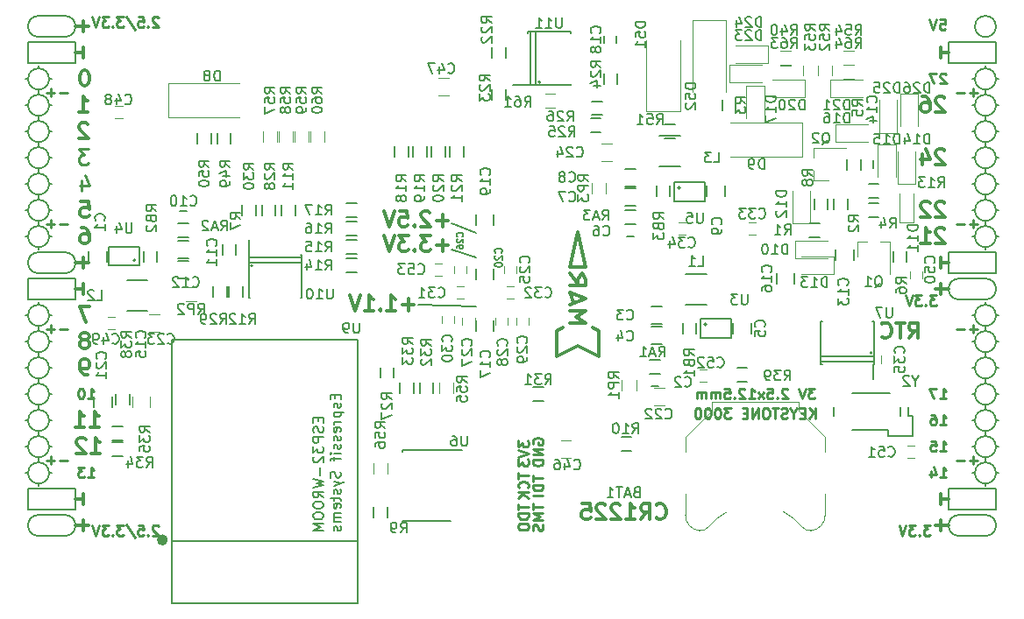
<source format=gbo>
G04 #@! TF.FileFunction,Legend,Bot*
%FSLAX46Y46*%
G04 Gerber Fmt 4.6, Leading zero omitted, Abs format (unit mm)*
G04 Created by KiCad (PCBNEW 4.0.7+dfsg1-1) date Mon Apr  2 17:17:36 2018*
%MOMM*%
%LPD*%
G01*
G04 APERTURE LIST*
%ADD10C,0.100000*%
%ADD11C,0.250000*%
%ADD12C,0.300000*%
%ADD13C,0.200000*%
%ADD14C,0.120000*%
%ADD15C,0.150000*%
%ADD16C,0.500000*%
G04 APERTURE END LIST*
D10*
D11*
X100132476Y-98702381D02*
X100703905Y-98702381D01*
X100418191Y-98702381D02*
X100418191Y-97702381D01*
X100513429Y-97845238D01*
X100608667Y-97940476D01*
X100703905Y-97988095D01*
X99513429Y-97702381D02*
X99418190Y-97702381D01*
X99322952Y-97750000D01*
X99275333Y-97797619D01*
X99227714Y-97892857D01*
X99180095Y-98083333D01*
X99180095Y-98321429D01*
X99227714Y-98511905D01*
X99275333Y-98607143D01*
X99322952Y-98654762D01*
X99418190Y-98702381D01*
X99513429Y-98702381D01*
X99608667Y-98654762D01*
X99656286Y-98607143D01*
X99703905Y-98511905D01*
X99751524Y-98321429D01*
X99751524Y-98083333D01*
X99703905Y-97892857D01*
X99656286Y-97797619D01*
X99608667Y-97750000D01*
X99513429Y-97702381D01*
D12*
X100481714Y-104008571D02*
X101338857Y-104008571D01*
X100910285Y-104008571D02*
X100910285Y-102508571D01*
X101053142Y-102722857D01*
X101196000Y-102865714D01*
X101338857Y-102937143D01*
X99910286Y-102651429D02*
X99838857Y-102580000D01*
X99696000Y-102508571D01*
X99338857Y-102508571D01*
X99196000Y-102580000D01*
X99124571Y-102651429D01*
X99053143Y-102794286D01*
X99053143Y-102937143D01*
X99124571Y-103151429D01*
X99981714Y-104008571D01*
X99053143Y-104008571D01*
X100354714Y-101468571D02*
X101211857Y-101468571D01*
X100783285Y-101468571D02*
X100783285Y-99968571D01*
X100926142Y-100182857D01*
X101069000Y-100325714D01*
X101211857Y-100397143D01*
X98926143Y-101468571D02*
X99783286Y-101468571D01*
X99354714Y-101468571D02*
X99354714Y-99968571D01*
X99497571Y-100182857D01*
X99640429Y-100325714D01*
X99783286Y-100397143D01*
X182872857Y-79791429D02*
X182801428Y-79720000D01*
X182658571Y-79648571D01*
X182301428Y-79648571D01*
X182158571Y-79720000D01*
X182087142Y-79791429D01*
X182015714Y-79934286D01*
X182015714Y-80077143D01*
X182087142Y-80291429D01*
X182944285Y-81148571D01*
X182015714Y-81148571D01*
X181444286Y-79791429D02*
X181372857Y-79720000D01*
X181230000Y-79648571D01*
X180872857Y-79648571D01*
X180730000Y-79720000D01*
X180658571Y-79791429D01*
X180587143Y-79934286D01*
X180587143Y-80077143D01*
X180658571Y-80291429D01*
X181515714Y-81148571D01*
X180587143Y-81148571D01*
X182872857Y-82331429D02*
X182801428Y-82260000D01*
X182658571Y-82188571D01*
X182301428Y-82188571D01*
X182158571Y-82260000D01*
X182087142Y-82331429D01*
X182015714Y-82474286D01*
X182015714Y-82617143D01*
X182087142Y-82831429D01*
X182944285Y-83688571D01*
X182015714Y-83688571D01*
X180587143Y-83688571D02*
X181444286Y-83688571D01*
X181015714Y-83688571D02*
X181015714Y-82188571D01*
X181158571Y-82402857D01*
X181301429Y-82545714D01*
X181444286Y-82617143D01*
D13*
X135248000Y-81740000D02*
X137661000Y-82629000D01*
X135248000Y-84280000D02*
X137661000Y-85042000D01*
X132073000Y-89614000D02*
X137661000Y-89741000D01*
D11*
X170323095Y-97702381D02*
X169704047Y-97702381D01*
X170037381Y-98083333D01*
X169894523Y-98083333D01*
X169799285Y-98130952D01*
X169751666Y-98178571D01*
X169704047Y-98273810D01*
X169704047Y-98511905D01*
X169751666Y-98607143D01*
X169799285Y-98654762D01*
X169894523Y-98702381D01*
X170180238Y-98702381D01*
X170275476Y-98654762D01*
X170323095Y-98607143D01*
X169418333Y-97702381D02*
X169085000Y-98702381D01*
X168751666Y-97702381D01*
X167704047Y-97797619D02*
X167656428Y-97750000D01*
X167561190Y-97702381D01*
X167323094Y-97702381D01*
X167227856Y-97750000D01*
X167180237Y-97797619D01*
X167132618Y-97892857D01*
X167132618Y-97988095D01*
X167180237Y-98130952D01*
X167751666Y-98702381D01*
X167132618Y-98702381D01*
X166704047Y-98607143D02*
X166656428Y-98654762D01*
X166704047Y-98702381D01*
X166751666Y-98654762D01*
X166704047Y-98607143D01*
X166704047Y-98702381D01*
X165751666Y-97702381D02*
X166227857Y-97702381D01*
X166275476Y-98178571D01*
X166227857Y-98130952D01*
X166132619Y-98083333D01*
X165894523Y-98083333D01*
X165799285Y-98130952D01*
X165751666Y-98178571D01*
X165704047Y-98273810D01*
X165704047Y-98511905D01*
X165751666Y-98607143D01*
X165799285Y-98654762D01*
X165894523Y-98702381D01*
X166132619Y-98702381D01*
X166227857Y-98654762D01*
X166275476Y-98607143D01*
X165370714Y-98702381D02*
X164846904Y-98035714D01*
X165370714Y-98035714D02*
X164846904Y-98702381D01*
X163942142Y-98702381D02*
X164513571Y-98702381D01*
X164227857Y-98702381D02*
X164227857Y-97702381D01*
X164323095Y-97845238D01*
X164418333Y-97940476D01*
X164513571Y-97988095D01*
X163561190Y-97797619D02*
X163513571Y-97750000D01*
X163418333Y-97702381D01*
X163180237Y-97702381D01*
X163084999Y-97750000D01*
X163037380Y-97797619D01*
X162989761Y-97892857D01*
X162989761Y-97988095D01*
X163037380Y-98130952D01*
X163608809Y-98702381D01*
X162989761Y-98702381D01*
X162561190Y-98607143D02*
X162513571Y-98654762D01*
X162561190Y-98702381D01*
X162608809Y-98654762D01*
X162561190Y-98607143D01*
X162561190Y-98702381D01*
X161608809Y-97702381D02*
X162085000Y-97702381D01*
X162132619Y-98178571D01*
X162085000Y-98130952D01*
X161989762Y-98083333D01*
X161751666Y-98083333D01*
X161656428Y-98130952D01*
X161608809Y-98178571D01*
X161561190Y-98273810D01*
X161561190Y-98511905D01*
X161608809Y-98607143D01*
X161656428Y-98654762D01*
X161751666Y-98702381D01*
X161989762Y-98702381D01*
X162085000Y-98654762D01*
X162132619Y-98607143D01*
X161132619Y-98702381D02*
X161132619Y-98035714D01*
X161132619Y-98130952D02*
X161085000Y-98083333D01*
X160989762Y-98035714D01*
X160846904Y-98035714D01*
X160751666Y-98083333D01*
X160704047Y-98178571D01*
X160704047Y-98702381D01*
X160704047Y-98178571D02*
X160656428Y-98083333D01*
X160561190Y-98035714D01*
X160418333Y-98035714D01*
X160323095Y-98083333D01*
X160275476Y-98178571D01*
X160275476Y-98702381D01*
X159799286Y-98702381D02*
X159799286Y-98035714D01*
X159799286Y-98130952D02*
X159751667Y-98083333D01*
X159656429Y-98035714D01*
X159513571Y-98035714D01*
X159418333Y-98083333D01*
X159370714Y-98178571D01*
X159370714Y-98702381D01*
X159370714Y-98178571D02*
X159323095Y-98083333D01*
X159227857Y-98035714D01*
X159085000Y-98035714D01*
X158989762Y-98083333D01*
X158942143Y-98178571D01*
X158942143Y-98702381D01*
D12*
X182492000Y-87582000D02*
X182492000Y-88598000D01*
X183254000Y-88090000D02*
X181984000Y-88090000D01*
X182492000Y-110442000D02*
X182492000Y-111458000D01*
X183254000Y-110950000D02*
X181984000Y-110950000D01*
X99688000Y-62182000D02*
X99688000Y-63198000D01*
X98926000Y-62690000D02*
X100196000Y-62690000D01*
X99688000Y-110442000D02*
X99688000Y-111458000D01*
X98926000Y-110950000D02*
X100196000Y-110950000D01*
X99688000Y-85042000D02*
X99688000Y-86058000D01*
X98926000Y-85550000D02*
X100196000Y-85550000D01*
D13*
X187826000Y-62690000D02*
G75*
G03X187826000Y-62690000I-1016000J0D01*
G01*
X184270000Y-87074000D02*
X186810000Y-87074000D01*
X184270000Y-89106000D02*
X186810000Y-89106000D01*
X184270000Y-87074000D02*
G75*
G03X184270000Y-89106000I0J-1016000D01*
G01*
X186810000Y-89106000D02*
G75*
G03X186810000Y-87074000I0J1016000D01*
G01*
X184270000Y-111966000D02*
X186810000Y-111966000D01*
X184270000Y-109934000D02*
X186810000Y-109934000D01*
X184270000Y-109934000D02*
G75*
G03X184270000Y-111966000I0J-1016000D01*
G01*
X186810000Y-111966000D02*
G75*
G03X186810000Y-109934000I0J1016000D01*
G01*
X97910000Y-63706000D02*
G75*
G03X97910000Y-61674000I0J1016000D01*
G01*
X95370000Y-61674000D02*
X97910000Y-61674000D01*
X95370000Y-63706000D02*
X97910000Y-63706000D01*
X95370000Y-61674000D02*
G75*
G03X95370000Y-63706000I0J-1016000D01*
G01*
X95370000Y-86566000D02*
X97910000Y-86566000D01*
X95370000Y-84534000D02*
X97910000Y-84534000D01*
X95370000Y-84534000D02*
G75*
G03X95370000Y-86566000I0J-1016000D01*
G01*
X97910000Y-86566000D02*
G75*
G03X97910000Y-84534000I0J1016000D01*
G01*
X95370000Y-111966000D02*
X97910000Y-111966000D01*
X95370000Y-109934000D02*
X97910000Y-109934000D01*
X95370000Y-109934000D02*
G75*
G03X95370000Y-111966000I0J-1016000D01*
G01*
X97910000Y-111966000D02*
G75*
G03X97910000Y-109934000I0J1016000D01*
G01*
X98926000Y-107394000D02*
X94354000Y-107394000D01*
X98926000Y-109426000D02*
X98926000Y-107394000D01*
X94354000Y-109426000D02*
X98926000Y-109426000D01*
X94354000Y-107394000D02*
X94354000Y-109426000D01*
X187826000Y-107394000D02*
X183254000Y-107394000D01*
X187826000Y-109426000D02*
X187826000Y-107394000D01*
X183254000Y-109426000D02*
X187826000Y-109426000D01*
X183254000Y-107394000D02*
X183254000Y-109426000D01*
X187826000Y-84534000D02*
X183254000Y-84534000D01*
X187826000Y-86566000D02*
X187826000Y-84534000D01*
X183254000Y-86566000D02*
X187826000Y-86566000D01*
X183254000Y-84534000D02*
X183254000Y-86566000D01*
X187826000Y-64214000D02*
X183254000Y-64214000D01*
X187826000Y-66246000D02*
X187826000Y-64214000D01*
X183254000Y-66246000D02*
X187826000Y-66246000D01*
X183254000Y-64214000D02*
X183254000Y-66246000D01*
X98926000Y-64214000D02*
X94354000Y-64214000D01*
X98926000Y-66246000D02*
X98926000Y-64214000D01*
X94354000Y-66246000D02*
X98926000Y-66246000D01*
X94354000Y-64214000D02*
X94354000Y-66246000D01*
X98926000Y-87074000D02*
X94354000Y-87074000D01*
X98926000Y-89106000D02*
X98926000Y-87074000D01*
X94354000Y-89106000D02*
X98926000Y-89106000D01*
X94354000Y-87074000D02*
X94354000Y-89106000D01*
D12*
X182872857Y-74711429D02*
X182801428Y-74640000D01*
X182658571Y-74568571D01*
X182301428Y-74568571D01*
X182158571Y-74640000D01*
X182087142Y-74711429D01*
X182015714Y-74854286D01*
X182015714Y-74997143D01*
X182087142Y-75211429D01*
X182944285Y-76068571D01*
X182015714Y-76068571D01*
X180730000Y-75068571D02*
X180730000Y-76068571D01*
X181087143Y-74497143D02*
X181444286Y-75568571D01*
X180515714Y-75568571D01*
D11*
X186032000Y-91971429D02*
X185270095Y-91971429D01*
X185651047Y-92352381D02*
X185651047Y-91590476D01*
X184793905Y-91971429D02*
X184032000Y-91971429D01*
X186032000Y-69111429D02*
X185270095Y-69111429D01*
X185651047Y-69492381D02*
X185651047Y-68730476D01*
X184793905Y-69111429D02*
X184032000Y-69111429D01*
X186032000Y-81811429D02*
X185270095Y-81811429D01*
X185651047Y-82192381D02*
X185651047Y-81430476D01*
X184793905Y-81811429D02*
X184032000Y-81811429D01*
X186032000Y-104671429D02*
X185270095Y-104671429D01*
X185651047Y-105052381D02*
X185651047Y-104290476D01*
X184793905Y-104671429D02*
X184032000Y-104671429D01*
X98148000Y-104671429D02*
X97386095Y-104671429D01*
X96909905Y-104671429D02*
X96148000Y-104671429D01*
X96528952Y-105052381D02*
X96528952Y-104290476D01*
X98148000Y-91971429D02*
X97386095Y-91971429D01*
X96909905Y-91971429D02*
X96148000Y-91971429D01*
X96528952Y-92352381D02*
X96528952Y-91590476D01*
X98148000Y-81811429D02*
X97386095Y-81811429D01*
X96909905Y-81811429D02*
X96148000Y-81811429D01*
X96528952Y-82192381D02*
X96528952Y-81430476D01*
X98148000Y-69111429D02*
X97386095Y-69111429D01*
X96909905Y-69111429D02*
X96148000Y-69111429D01*
X96528952Y-69492381D02*
X96528952Y-68730476D01*
D12*
X182492000Y-107902000D02*
X182492000Y-108918000D01*
X183254000Y-108410000D02*
X182492000Y-108410000D01*
D13*
X95370000Y-96726000D02*
X95370000Y-97234000D01*
X96386000Y-95710000D02*
X96640000Y-95710000D01*
X94354000Y-95710000D02*
X94100000Y-95710000D01*
X187826000Y-98250000D02*
X188080000Y-98250000D01*
X187826000Y-83010000D02*
X188080000Y-83010000D01*
X95370000Y-107140000D02*
X95370000Y-106886000D01*
X96386000Y-105870000D02*
X96640000Y-105870000D01*
X94354000Y-105870000D02*
X94100000Y-105870000D01*
X94354000Y-103330000D02*
X94100000Y-103330000D01*
X95370000Y-104346000D02*
X95370000Y-104854000D01*
X96386000Y-103330000D02*
X96640000Y-103330000D01*
X94354000Y-100790000D02*
X94100000Y-100790000D01*
X95370000Y-102314000D02*
X95370000Y-101806000D01*
X96386000Y-100790000D02*
X96640000Y-100790000D01*
X95370000Y-99266000D02*
X95370000Y-99774000D01*
X94354000Y-98250000D02*
X94100000Y-98250000D01*
X96386000Y-98250000D02*
X96640000Y-98250000D01*
X95370000Y-94186000D02*
X95370000Y-94694000D01*
X96386000Y-93170000D02*
X96640000Y-93170000D01*
X94354000Y-93170000D02*
X94100000Y-93170000D01*
X94354000Y-90630000D02*
X94100000Y-90630000D01*
X95370000Y-91646000D02*
X95370000Y-92154000D01*
X96640000Y-90630000D02*
X96386000Y-90630000D01*
X95370000Y-89360000D02*
X95370000Y-89614000D01*
X94354000Y-83010000D02*
X94100000Y-83010000D01*
X95370000Y-84280000D02*
X95370000Y-84026000D01*
X96386000Y-83010000D02*
X96640000Y-83010000D01*
X95370000Y-81486000D02*
X95370000Y-81994000D01*
X94354000Y-80470000D02*
X94100000Y-80470000D01*
X96640000Y-80470000D02*
X96386000Y-80470000D01*
X95370000Y-78946000D02*
X95370000Y-79454000D01*
X96386000Y-77930000D02*
X96640000Y-77930000D01*
X94354000Y-77930000D02*
X94100000Y-77930000D01*
X95370000Y-76406000D02*
X95370000Y-76914000D01*
X94354000Y-75390000D02*
X94100000Y-75390000D01*
X96386000Y-75390000D02*
X96640000Y-75390000D01*
X95370000Y-73866000D02*
X95370000Y-74374000D01*
X96386000Y-72850000D02*
X96640000Y-72850000D01*
X94100000Y-72850000D02*
X94354000Y-72850000D01*
X94354000Y-70310000D02*
X94100000Y-70310000D01*
X96640000Y-70310000D02*
X96386000Y-70310000D01*
X95370000Y-71326000D02*
X95370000Y-71834000D01*
X95370000Y-68786000D02*
X95370000Y-69294000D01*
X96386000Y-67770000D02*
X96640000Y-67770000D01*
X94354000Y-67770000D02*
X94100000Y-67770000D01*
X95370000Y-66500000D02*
X95370000Y-66754000D01*
X187826000Y-105870000D02*
X188080000Y-105870000D01*
X186810000Y-107140000D02*
X186810000Y-106886000D01*
X185540000Y-105870000D02*
X185794000Y-105870000D01*
X186810000Y-104346000D02*
X186810000Y-104854000D01*
X187826000Y-103330000D02*
X188080000Y-103330000D01*
X185540000Y-103330000D02*
X185794000Y-103330000D01*
X186810000Y-101806000D02*
X186810000Y-102314000D01*
X187826000Y-100790000D02*
X188080000Y-100790000D01*
X185540000Y-100790000D02*
X185794000Y-100790000D01*
X186810000Y-99266000D02*
X186810000Y-99774000D01*
X185540000Y-98250000D02*
X185794000Y-98250000D01*
X186810000Y-97234000D02*
X186810000Y-96726000D01*
X187826000Y-95710000D02*
X188080000Y-95710000D01*
X185540000Y-95710000D02*
X185794000Y-95710000D01*
X186810000Y-94694000D02*
X186810000Y-94186000D01*
X187826000Y-93170000D02*
X188080000Y-93170000D01*
X185540000Y-93170000D02*
X185794000Y-93170000D01*
X186810000Y-92154000D02*
X186810000Y-91646000D01*
X187826000Y-90630000D02*
X188080000Y-90630000D01*
X185540000Y-90630000D02*
X185794000Y-90630000D01*
X186810000Y-89360000D02*
X186810000Y-89614000D01*
X186810000Y-84280000D02*
X186810000Y-84026000D01*
X185540000Y-83010000D02*
X185794000Y-83010000D01*
X186810000Y-81994000D02*
X186810000Y-81486000D01*
X185794000Y-80470000D02*
X185540000Y-80470000D01*
X187826000Y-80470000D02*
X188080000Y-80470000D01*
X186810000Y-78946000D02*
X186810000Y-79454000D01*
X185794000Y-77930000D02*
X185540000Y-77930000D01*
X187826000Y-77930000D02*
X188080000Y-77930000D01*
X186810000Y-76406000D02*
X186810000Y-76914000D01*
X186810000Y-73866000D02*
X186810000Y-74374000D01*
X185794000Y-75390000D02*
X185540000Y-75390000D01*
X187826000Y-75390000D02*
X188080000Y-75390000D01*
X187826000Y-72850000D02*
X188080000Y-72850000D01*
X185540000Y-72850000D02*
X185794000Y-72850000D01*
X186810000Y-71834000D02*
X186810000Y-71326000D01*
X187826000Y-70310000D02*
X188080000Y-70310000D01*
X185540000Y-70310000D02*
X185794000Y-70310000D01*
X187826000Y-67770000D02*
X188080000Y-67770000D01*
X186810000Y-68786000D02*
X186810000Y-69294000D01*
X185540000Y-67770000D02*
X185794000Y-67770000D01*
X186810000Y-66500000D02*
X186810000Y-66754000D01*
X187826000Y-67770000D02*
G75*
G03X187826000Y-67770000I-1016000J0D01*
G01*
X187826000Y-70310000D02*
G75*
G03X187826000Y-70310000I-1016000J0D01*
G01*
X187826000Y-72850000D02*
G75*
G03X187826000Y-72850000I-1016000J0D01*
G01*
X187826000Y-75390000D02*
G75*
G03X187826000Y-75390000I-1016000J0D01*
G01*
X187826000Y-77930000D02*
G75*
G03X187826000Y-77930000I-1016000J0D01*
G01*
X187826000Y-80470000D02*
G75*
G03X187826000Y-80470000I-1016000J0D01*
G01*
X187826000Y-83010000D02*
G75*
G03X187826000Y-83010000I-1016000J0D01*
G01*
X187826000Y-90630000D02*
G75*
G03X187826000Y-90630000I-1016000J0D01*
G01*
X187826000Y-93170000D02*
G75*
G03X187826000Y-93170000I-1016000J0D01*
G01*
X187826000Y-95710000D02*
G75*
G03X187826000Y-95710000I-1016000J0D01*
G01*
X187826000Y-98250000D02*
G75*
G03X187826000Y-98250000I-1016000J0D01*
G01*
X187826000Y-100790000D02*
G75*
G03X187826000Y-100790000I-1016000J0D01*
G01*
X187826000Y-103330000D02*
G75*
G03X187826000Y-103330000I-1016000J0D01*
G01*
X187826000Y-105870000D02*
G75*
G03X187826000Y-105870000I-1016000J0D01*
G01*
X96386000Y-105870000D02*
G75*
G03X96386000Y-105870000I-1016000J0D01*
G01*
X96386000Y-103330000D02*
G75*
G03X96386000Y-103330000I-1016000J0D01*
G01*
X96386000Y-100790000D02*
G75*
G03X96386000Y-100790000I-1016000J0D01*
G01*
X96386000Y-98250000D02*
G75*
G03X96386000Y-98250000I-1016000J0D01*
G01*
X96386000Y-95710000D02*
G75*
G03X96386000Y-95710000I-1016000J0D01*
G01*
X96386000Y-93170000D02*
G75*
G03X96386000Y-93170000I-1016000J0D01*
G01*
X96386000Y-90630000D02*
G75*
G03X96386000Y-90630000I-1016000J0D01*
G01*
X96386000Y-83010000D02*
G75*
G03X96386000Y-83010000I-1016000J0D01*
G01*
X96386000Y-80470000D02*
G75*
G03X96386000Y-80470000I-1016000J0D01*
G01*
X96386000Y-77930000D02*
G75*
G03X96386000Y-77930000I-1016000J0D01*
G01*
X96386000Y-75390000D02*
G75*
G03X96386000Y-75390000I-1016000J0D01*
G01*
X96386000Y-72850000D02*
G75*
G03X96386000Y-72850000I-1016000J0D01*
G01*
X96386000Y-70310000D02*
G75*
G03X96386000Y-70310000I-1016000J0D01*
G01*
X96386000Y-67770000D02*
G75*
G03X96386000Y-67770000I-1016000J0D01*
G01*
D11*
X182428476Y-62015381D02*
X182904667Y-62015381D01*
X182952286Y-62491571D01*
X182904667Y-62443952D01*
X182809429Y-62396333D01*
X182571333Y-62396333D01*
X182476095Y-62443952D01*
X182428476Y-62491571D01*
X182380857Y-62586810D01*
X182380857Y-62824905D01*
X182428476Y-62920143D01*
X182476095Y-62967762D01*
X182571333Y-63015381D01*
X182809429Y-63015381D01*
X182904667Y-62967762D01*
X182952286Y-62920143D01*
X182095143Y-62015381D02*
X181761810Y-63015381D01*
X181428476Y-62015381D01*
D12*
X182492000Y-64722000D02*
X182492000Y-65738000D01*
X183254000Y-65230000D02*
X182492000Y-65230000D01*
D11*
X182999905Y-67317619D02*
X182952286Y-67270000D01*
X182857048Y-67222381D01*
X182618952Y-67222381D01*
X182523714Y-67270000D01*
X182476095Y-67317619D01*
X182428476Y-67412857D01*
X182428476Y-67508095D01*
X182476095Y-67650952D01*
X183047524Y-68222381D01*
X182428476Y-68222381D01*
X182095143Y-67222381D02*
X181428476Y-67222381D01*
X181857048Y-68222381D01*
D12*
X182872857Y-69631429D02*
X182801428Y-69560000D01*
X182658571Y-69488571D01*
X182301428Y-69488571D01*
X182158571Y-69560000D01*
X182087142Y-69631429D01*
X182015714Y-69774286D01*
X182015714Y-69917143D01*
X182087142Y-70131429D01*
X182944285Y-70988571D01*
X182015714Y-70988571D01*
X180730000Y-69488571D02*
X181015714Y-69488571D01*
X181158571Y-69560000D01*
X181230000Y-69631429D01*
X181372857Y-69845714D01*
X181444286Y-70131429D01*
X181444286Y-70702857D01*
X181372857Y-70845714D01*
X181301429Y-70917143D01*
X181158571Y-70988571D01*
X180872857Y-70988571D01*
X180730000Y-70917143D01*
X180658571Y-70845714D01*
X180587143Y-70702857D01*
X180587143Y-70345714D01*
X180658571Y-70202857D01*
X180730000Y-70131429D01*
X180872857Y-70060000D01*
X181158571Y-70060000D01*
X181301429Y-70131429D01*
X181372857Y-70202857D01*
X181444286Y-70345714D01*
X182492000Y-85042000D02*
X182492000Y-86058000D01*
X183254000Y-85550000D02*
X182492000Y-85550000D01*
D11*
X182078190Y-88703381D02*
X181459142Y-88703381D01*
X181792476Y-89084333D01*
X181649618Y-89084333D01*
X181554380Y-89131952D01*
X181506761Y-89179571D01*
X181459142Y-89274810D01*
X181459142Y-89512905D01*
X181506761Y-89608143D01*
X181554380Y-89655762D01*
X181649618Y-89703381D01*
X181935333Y-89703381D01*
X182030571Y-89655762D01*
X182078190Y-89608143D01*
X181030571Y-89608143D02*
X180982952Y-89655762D01*
X181030571Y-89703381D01*
X181078190Y-89655762D01*
X181030571Y-89608143D01*
X181030571Y-89703381D01*
X180649619Y-88703381D02*
X180030571Y-88703381D01*
X180363905Y-89084333D01*
X180221047Y-89084333D01*
X180125809Y-89131952D01*
X180078190Y-89179571D01*
X180030571Y-89274810D01*
X180030571Y-89512905D01*
X180078190Y-89608143D01*
X180125809Y-89655762D01*
X180221047Y-89703381D01*
X180506762Y-89703381D01*
X180602000Y-89655762D01*
X180649619Y-89608143D01*
X179744857Y-88703381D02*
X179411524Y-89703381D01*
X179078190Y-88703381D01*
X182428476Y-98702381D02*
X182999905Y-98702381D01*
X182714191Y-98702381D02*
X182714191Y-97702381D01*
X182809429Y-97845238D01*
X182904667Y-97940476D01*
X182999905Y-97988095D01*
X182095143Y-97702381D02*
X181428476Y-97702381D01*
X181857048Y-98702381D01*
X182428476Y-101242381D02*
X182999905Y-101242381D01*
X182714191Y-101242381D02*
X182714191Y-100242381D01*
X182809429Y-100385238D01*
X182904667Y-100480476D01*
X182999905Y-100528095D01*
X181571333Y-100242381D02*
X181761810Y-100242381D01*
X181857048Y-100290000D01*
X181904667Y-100337619D01*
X181999905Y-100480476D01*
X182047524Y-100670952D01*
X182047524Y-101051905D01*
X181999905Y-101147143D01*
X181952286Y-101194762D01*
X181857048Y-101242381D01*
X181666571Y-101242381D01*
X181571333Y-101194762D01*
X181523714Y-101147143D01*
X181476095Y-101051905D01*
X181476095Y-100813810D01*
X181523714Y-100718571D01*
X181571333Y-100670952D01*
X181666571Y-100623333D01*
X181857048Y-100623333D01*
X181952286Y-100670952D01*
X181999905Y-100718571D01*
X182047524Y-100813810D01*
X182428476Y-103782381D02*
X182999905Y-103782381D01*
X182714191Y-103782381D02*
X182714191Y-102782381D01*
X182809429Y-102925238D01*
X182904667Y-103020476D01*
X182999905Y-103068095D01*
X181523714Y-102782381D02*
X181999905Y-102782381D01*
X182047524Y-103258571D01*
X181999905Y-103210952D01*
X181904667Y-103163333D01*
X181666571Y-103163333D01*
X181571333Y-103210952D01*
X181523714Y-103258571D01*
X181476095Y-103353810D01*
X181476095Y-103591905D01*
X181523714Y-103687143D01*
X181571333Y-103734762D01*
X181666571Y-103782381D01*
X181904667Y-103782381D01*
X181999905Y-103734762D01*
X182047524Y-103687143D01*
X182428476Y-106322381D02*
X182999905Y-106322381D01*
X182714191Y-106322381D02*
X182714191Y-105322381D01*
X182809429Y-105465238D01*
X182904667Y-105560476D01*
X182999905Y-105608095D01*
X181571333Y-105655714D02*
X181571333Y-106322381D01*
X181809429Y-105274762D02*
X182047524Y-105989048D01*
X181428476Y-105989048D01*
X181475143Y-110928381D02*
X180856095Y-110928381D01*
X181189429Y-111309333D01*
X181046571Y-111309333D01*
X180951333Y-111356952D01*
X180903714Y-111404571D01*
X180856095Y-111499810D01*
X180856095Y-111737905D01*
X180903714Y-111833143D01*
X180951333Y-111880762D01*
X181046571Y-111928381D01*
X181332286Y-111928381D01*
X181427524Y-111880762D01*
X181475143Y-111833143D01*
X180427524Y-111833143D02*
X180379905Y-111880762D01*
X180427524Y-111928381D01*
X180475143Y-111880762D01*
X180427524Y-111833143D01*
X180427524Y-111928381D01*
X180046572Y-110928381D02*
X179427524Y-110928381D01*
X179760858Y-111309333D01*
X179618000Y-111309333D01*
X179522762Y-111356952D01*
X179475143Y-111404571D01*
X179427524Y-111499810D01*
X179427524Y-111737905D01*
X179475143Y-111833143D01*
X179522762Y-111880762D01*
X179618000Y-111928381D01*
X179903715Y-111928381D01*
X179998953Y-111880762D01*
X180046572Y-111833143D01*
X179141810Y-110928381D02*
X178808477Y-111928381D01*
X178475143Y-110928381D01*
D12*
X99688000Y-108918000D02*
X99688000Y-107902000D01*
X98926000Y-108410000D02*
X99688000Y-108410000D01*
X99688000Y-88598000D02*
X99688000Y-87582000D01*
X98926000Y-88090000D02*
X99688000Y-88090000D01*
X99688000Y-64722000D02*
X99688000Y-65738000D01*
X98926000Y-65230000D02*
X99688000Y-65230000D01*
D11*
X106941190Y-111023619D02*
X106893571Y-110976000D01*
X106798333Y-110928381D01*
X106560237Y-110928381D01*
X106464999Y-110976000D01*
X106417380Y-111023619D01*
X106369761Y-111118857D01*
X106369761Y-111214095D01*
X106417380Y-111356952D01*
X106988809Y-111928381D01*
X106369761Y-111928381D01*
X105941190Y-111833143D02*
X105893571Y-111880762D01*
X105941190Y-111928381D01*
X105988809Y-111880762D01*
X105941190Y-111833143D01*
X105941190Y-111928381D01*
X104988809Y-110928381D02*
X105465000Y-110928381D01*
X105512619Y-111404571D01*
X105465000Y-111356952D01*
X105369762Y-111309333D01*
X105131666Y-111309333D01*
X105036428Y-111356952D01*
X104988809Y-111404571D01*
X104941190Y-111499810D01*
X104941190Y-111737905D01*
X104988809Y-111833143D01*
X105036428Y-111880762D01*
X105131666Y-111928381D01*
X105369762Y-111928381D01*
X105465000Y-111880762D01*
X105512619Y-111833143D01*
X103798333Y-110880762D02*
X104655476Y-112166476D01*
X103560238Y-110928381D02*
X102941190Y-110928381D01*
X103274524Y-111309333D01*
X103131666Y-111309333D01*
X103036428Y-111356952D01*
X102988809Y-111404571D01*
X102941190Y-111499810D01*
X102941190Y-111737905D01*
X102988809Y-111833143D01*
X103036428Y-111880762D01*
X103131666Y-111928381D01*
X103417381Y-111928381D01*
X103512619Y-111880762D01*
X103560238Y-111833143D01*
X102512619Y-111833143D02*
X102465000Y-111880762D01*
X102512619Y-111928381D01*
X102560238Y-111880762D01*
X102512619Y-111833143D01*
X102512619Y-111928381D01*
X102131667Y-110928381D02*
X101512619Y-110928381D01*
X101845953Y-111309333D01*
X101703095Y-111309333D01*
X101607857Y-111356952D01*
X101560238Y-111404571D01*
X101512619Y-111499810D01*
X101512619Y-111737905D01*
X101560238Y-111833143D01*
X101607857Y-111880762D01*
X101703095Y-111928381D01*
X101988810Y-111928381D01*
X102084048Y-111880762D01*
X102131667Y-111833143D01*
X101226905Y-110928381D02*
X100893572Y-111928381D01*
X100560238Y-110928381D01*
X100132476Y-106322381D02*
X100703905Y-106322381D01*
X100418191Y-106322381D02*
X100418191Y-105322381D01*
X100513429Y-105465238D01*
X100608667Y-105560476D01*
X100703905Y-105608095D01*
X99799143Y-105322381D02*
X99180095Y-105322381D01*
X99513429Y-105703333D01*
X99370571Y-105703333D01*
X99275333Y-105750952D01*
X99227714Y-105798571D01*
X99180095Y-105893810D01*
X99180095Y-106131905D01*
X99227714Y-106227143D01*
X99275333Y-106274762D01*
X99370571Y-106322381D01*
X99656286Y-106322381D01*
X99751524Y-106274762D01*
X99799143Y-106227143D01*
D12*
X100100714Y-96388571D02*
X99814999Y-96388571D01*
X99672142Y-96317143D01*
X99600714Y-96245714D01*
X99457856Y-96031429D01*
X99386428Y-95745714D01*
X99386428Y-95174286D01*
X99457856Y-95031429D01*
X99529285Y-94960000D01*
X99672142Y-94888571D01*
X99957856Y-94888571D01*
X100100714Y-94960000D01*
X100172142Y-95031429D01*
X100243571Y-95174286D01*
X100243571Y-95531429D01*
X100172142Y-95674286D01*
X100100714Y-95745714D01*
X99957856Y-95817143D01*
X99672142Y-95817143D01*
X99529285Y-95745714D01*
X99457856Y-95674286D01*
X99386428Y-95531429D01*
X99957856Y-92991429D02*
X100100714Y-92920000D01*
X100172142Y-92848571D01*
X100243571Y-92705714D01*
X100243571Y-92634286D01*
X100172142Y-92491429D01*
X100100714Y-92420000D01*
X99957856Y-92348571D01*
X99672142Y-92348571D01*
X99529285Y-92420000D01*
X99457856Y-92491429D01*
X99386428Y-92634286D01*
X99386428Y-92705714D01*
X99457856Y-92848571D01*
X99529285Y-92920000D01*
X99672142Y-92991429D01*
X99957856Y-92991429D01*
X100100714Y-93062857D01*
X100172142Y-93134286D01*
X100243571Y-93277143D01*
X100243571Y-93562857D01*
X100172142Y-93705714D01*
X100100714Y-93777143D01*
X99957856Y-93848571D01*
X99672142Y-93848571D01*
X99529285Y-93777143D01*
X99457856Y-93705714D01*
X99386428Y-93562857D01*
X99386428Y-93277143D01*
X99457856Y-93134286D01*
X99529285Y-93062857D01*
X99672142Y-92991429D01*
X100314999Y-89808571D02*
X99314999Y-89808571D01*
X99957856Y-91308571D01*
X99529285Y-82188571D02*
X99814999Y-82188571D01*
X99957856Y-82260000D01*
X100029285Y-82331429D01*
X100172142Y-82545714D01*
X100243571Y-82831429D01*
X100243571Y-83402857D01*
X100172142Y-83545714D01*
X100100714Y-83617143D01*
X99957856Y-83688571D01*
X99672142Y-83688571D01*
X99529285Y-83617143D01*
X99457856Y-83545714D01*
X99386428Y-83402857D01*
X99386428Y-83045714D01*
X99457856Y-82902857D01*
X99529285Y-82831429D01*
X99672142Y-82760000D01*
X99957856Y-82760000D01*
X100100714Y-82831429D01*
X100172142Y-82902857D01*
X100243571Y-83045714D01*
X99457856Y-79648571D02*
X100172142Y-79648571D01*
X100243571Y-80362857D01*
X100172142Y-80291429D01*
X100029285Y-80220000D01*
X99672142Y-80220000D01*
X99529285Y-80291429D01*
X99457856Y-80362857D01*
X99386428Y-80505714D01*
X99386428Y-80862857D01*
X99457856Y-81005714D01*
X99529285Y-81077143D01*
X99672142Y-81148571D01*
X100029285Y-81148571D01*
X100172142Y-81077143D01*
X100243571Y-81005714D01*
D11*
X99529285Y-77608571D02*
X99529285Y-78608571D01*
X99886428Y-77037143D02*
X100243571Y-78108571D01*
X99314999Y-78108571D01*
X100187999Y-74568571D02*
X99259428Y-74568571D01*
X99759428Y-75140000D01*
X99545142Y-75140000D01*
X99402285Y-75211429D01*
X99330856Y-75282857D01*
X99259428Y-75425714D01*
X99259428Y-75782857D01*
X99330856Y-75925714D01*
X99402285Y-75997143D01*
X99545142Y-76068571D01*
X99973714Y-76068571D01*
X100116571Y-75997143D01*
X100187999Y-75925714D01*
D12*
X100116571Y-72171429D02*
X100045142Y-72100000D01*
X99902285Y-72028571D01*
X99545142Y-72028571D01*
X99402285Y-72100000D01*
X99330856Y-72171429D01*
X99259428Y-72314286D01*
X99259428Y-72457143D01*
X99330856Y-72671429D01*
X100187999Y-73528571D01*
X99259428Y-73528571D01*
X99259428Y-70988571D02*
X100116571Y-70988571D01*
X99687999Y-70988571D02*
X99687999Y-69488571D01*
X99830856Y-69702857D01*
X99973714Y-69845714D01*
X100116571Y-69917143D01*
X99886428Y-66948571D02*
X99743571Y-66948571D01*
X99600714Y-67020000D01*
X99529285Y-67091429D01*
X99457856Y-67234286D01*
X99386428Y-67520000D01*
X99386428Y-67877143D01*
X99457856Y-68162857D01*
X99529285Y-68305714D01*
X99600714Y-68377143D01*
X99743571Y-68448571D01*
X99886428Y-68448571D01*
X100029285Y-68377143D01*
X100100714Y-68305714D01*
X100172142Y-68162857D01*
X100243571Y-67877143D01*
X100243571Y-67520000D01*
X100172142Y-67234286D01*
X100100714Y-67091429D01*
X100029285Y-67020000D01*
X99886428Y-66948571D01*
D11*
X106941190Y-61874619D02*
X106893571Y-61827000D01*
X106798333Y-61779381D01*
X106560237Y-61779381D01*
X106464999Y-61827000D01*
X106417380Y-61874619D01*
X106369761Y-61969857D01*
X106369761Y-62065095D01*
X106417380Y-62207952D01*
X106988809Y-62779381D01*
X106369761Y-62779381D01*
X105941190Y-62684143D02*
X105893571Y-62731762D01*
X105941190Y-62779381D01*
X105988809Y-62731762D01*
X105941190Y-62684143D01*
X105941190Y-62779381D01*
X104988809Y-61779381D02*
X105465000Y-61779381D01*
X105512619Y-62255571D01*
X105465000Y-62207952D01*
X105369762Y-62160333D01*
X105131666Y-62160333D01*
X105036428Y-62207952D01*
X104988809Y-62255571D01*
X104941190Y-62350810D01*
X104941190Y-62588905D01*
X104988809Y-62684143D01*
X105036428Y-62731762D01*
X105131666Y-62779381D01*
X105369762Y-62779381D01*
X105465000Y-62731762D01*
X105512619Y-62684143D01*
X103798333Y-61731762D02*
X104655476Y-63017476D01*
X103560238Y-61779381D02*
X102941190Y-61779381D01*
X103274524Y-62160333D01*
X103131666Y-62160333D01*
X103036428Y-62207952D01*
X102988809Y-62255571D01*
X102941190Y-62350810D01*
X102941190Y-62588905D01*
X102988809Y-62684143D01*
X103036428Y-62731762D01*
X103131666Y-62779381D01*
X103417381Y-62779381D01*
X103512619Y-62731762D01*
X103560238Y-62684143D01*
X102512619Y-62684143D02*
X102465000Y-62731762D01*
X102512619Y-62779381D01*
X102560238Y-62731762D01*
X102512619Y-62684143D01*
X102512619Y-62779381D01*
X102131667Y-61779381D02*
X101512619Y-61779381D01*
X101845953Y-62160333D01*
X101703095Y-62160333D01*
X101607857Y-62207952D01*
X101560238Y-62255571D01*
X101512619Y-62350810D01*
X101512619Y-62588905D01*
X101560238Y-62684143D01*
X101607857Y-62731762D01*
X101703095Y-62779381D01*
X101988810Y-62779381D01*
X102084048Y-62731762D01*
X102131667Y-62684143D01*
X101226905Y-61779381D02*
X100893572Y-62779381D01*
X100560238Y-61779381D01*
X170370715Y-100607381D02*
X170370715Y-99607381D01*
X169799286Y-100607381D02*
X170227858Y-100035952D01*
X169799286Y-99607381D02*
X170370715Y-100178810D01*
X169370715Y-100083571D02*
X169037381Y-100083571D01*
X168894524Y-100607381D02*
X169370715Y-100607381D01*
X169370715Y-99607381D01*
X168894524Y-99607381D01*
X168275477Y-100131190D02*
X168275477Y-100607381D01*
X168608810Y-99607381D02*
X168275477Y-100131190D01*
X167942143Y-99607381D01*
X167656429Y-100559762D02*
X167513572Y-100607381D01*
X167275476Y-100607381D01*
X167180238Y-100559762D01*
X167132619Y-100512143D01*
X167085000Y-100416905D01*
X167085000Y-100321667D01*
X167132619Y-100226429D01*
X167180238Y-100178810D01*
X167275476Y-100131190D01*
X167465953Y-100083571D01*
X167561191Y-100035952D01*
X167608810Y-99988333D01*
X167656429Y-99893095D01*
X167656429Y-99797857D01*
X167608810Y-99702619D01*
X167561191Y-99655000D01*
X167465953Y-99607381D01*
X167227857Y-99607381D01*
X167085000Y-99655000D01*
X166799286Y-99607381D02*
X166227857Y-99607381D01*
X166513572Y-100607381D02*
X166513572Y-99607381D01*
X165704048Y-99607381D02*
X165513571Y-99607381D01*
X165418333Y-99655000D01*
X165323095Y-99750238D01*
X165275476Y-99940714D01*
X165275476Y-100274048D01*
X165323095Y-100464524D01*
X165418333Y-100559762D01*
X165513571Y-100607381D01*
X165704048Y-100607381D01*
X165799286Y-100559762D01*
X165894524Y-100464524D01*
X165942143Y-100274048D01*
X165942143Y-99940714D01*
X165894524Y-99750238D01*
X165799286Y-99655000D01*
X165704048Y-99607381D01*
X164846905Y-100607381D02*
X164846905Y-99607381D01*
X164275476Y-100607381D01*
X164275476Y-99607381D01*
X163799286Y-100083571D02*
X163465952Y-100083571D01*
X163323095Y-100607381D02*
X163799286Y-100607381D01*
X163799286Y-99607381D01*
X163323095Y-99607381D01*
X162227857Y-99607381D02*
X161608809Y-99607381D01*
X161942143Y-99988333D01*
X161799285Y-99988333D01*
X161704047Y-100035952D01*
X161656428Y-100083571D01*
X161608809Y-100178810D01*
X161608809Y-100416905D01*
X161656428Y-100512143D01*
X161704047Y-100559762D01*
X161799285Y-100607381D01*
X162085000Y-100607381D01*
X162180238Y-100559762D01*
X162227857Y-100512143D01*
X160989762Y-99607381D02*
X160894523Y-99607381D01*
X160799285Y-99655000D01*
X160751666Y-99702619D01*
X160704047Y-99797857D01*
X160656428Y-99988333D01*
X160656428Y-100226429D01*
X160704047Y-100416905D01*
X160751666Y-100512143D01*
X160799285Y-100559762D01*
X160894523Y-100607381D01*
X160989762Y-100607381D01*
X161085000Y-100559762D01*
X161132619Y-100512143D01*
X161180238Y-100416905D01*
X161227857Y-100226429D01*
X161227857Y-99988333D01*
X161180238Y-99797857D01*
X161132619Y-99702619D01*
X161085000Y-99655000D01*
X160989762Y-99607381D01*
X160037381Y-99607381D02*
X159942142Y-99607381D01*
X159846904Y-99655000D01*
X159799285Y-99702619D01*
X159751666Y-99797857D01*
X159704047Y-99988333D01*
X159704047Y-100226429D01*
X159751666Y-100416905D01*
X159799285Y-100512143D01*
X159846904Y-100559762D01*
X159942142Y-100607381D01*
X160037381Y-100607381D01*
X160132619Y-100559762D01*
X160180238Y-100512143D01*
X160227857Y-100416905D01*
X160275476Y-100226429D01*
X160275476Y-99988333D01*
X160227857Y-99797857D01*
X160180238Y-99702619D01*
X160132619Y-99655000D01*
X160037381Y-99607381D01*
X159085000Y-99607381D02*
X158989761Y-99607381D01*
X158894523Y-99655000D01*
X158846904Y-99702619D01*
X158799285Y-99797857D01*
X158751666Y-99988333D01*
X158751666Y-100226429D01*
X158799285Y-100416905D01*
X158846904Y-100512143D01*
X158894523Y-100559762D01*
X158989761Y-100607381D01*
X159085000Y-100607381D01*
X159180238Y-100559762D01*
X159227857Y-100512143D01*
X159275476Y-100416905D01*
X159323095Y-100226429D01*
X159323095Y-99988333D01*
X159275476Y-99797857D01*
X159227857Y-99702619D01*
X159180238Y-99655000D01*
X159085000Y-99607381D01*
D12*
X155027856Y-110215714D02*
X155099285Y-110287143D01*
X155313571Y-110358571D01*
X155456428Y-110358571D01*
X155670713Y-110287143D01*
X155813571Y-110144286D01*
X155884999Y-110001429D01*
X155956428Y-109715714D01*
X155956428Y-109501429D01*
X155884999Y-109215714D01*
X155813571Y-109072857D01*
X155670713Y-108930000D01*
X155456428Y-108858571D01*
X155313571Y-108858571D01*
X155099285Y-108930000D01*
X155027856Y-109001429D01*
X153527856Y-110358571D02*
X154027856Y-109644286D01*
X154384999Y-110358571D02*
X154384999Y-108858571D01*
X153813571Y-108858571D01*
X153670713Y-108930000D01*
X153599285Y-109001429D01*
X153527856Y-109144286D01*
X153527856Y-109358571D01*
X153599285Y-109501429D01*
X153670713Y-109572857D01*
X153813571Y-109644286D01*
X154384999Y-109644286D01*
X152099285Y-110358571D02*
X152956428Y-110358571D01*
X152527856Y-110358571D02*
X152527856Y-108858571D01*
X152670713Y-109072857D01*
X152813571Y-109215714D01*
X152956428Y-109287143D01*
X151527857Y-109001429D02*
X151456428Y-108930000D01*
X151313571Y-108858571D01*
X150956428Y-108858571D01*
X150813571Y-108930000D01*
X150742142Y-109001429D01*
X150670714Y-109144286D01*
X150670714Y-109287143D01*
X150742142Y-109501429D01*
X151599285Y-110358571D01*
X150670714Y-110358571D01*
X150099286Y-109001429D02*
X150027857Y-108930000D01*
X149885000Y-108858571D01*
X149527857Y-108858571D01*
X149385000Y-108930000D01*
X149313571Y-109001429D01*
X149242143Y-109144286D01*
X149242143Y-109287143D01*
X149313571Y-109501429D01*
X150170714Y-110358571D01*
X149242143Y-110358571D01*
X147885000Y-108858571D02*
X148599286Y-108858571D01*
X148670715Y-109572857D01*
X148599286Y-109501429D01*
X148456429Y-109430000D01*
X148099286Y-109430000D01*
X147956429Y-109501429D01*
X147885000Y-109572857D01*
X147813572Y-109715714D01*
X147813572Y-110072857D01*
X147885000Y-110215714D01*
X147956429Y-110287143D01*
X148099286Y-110358571D01*
X148456429Y-110358571D01*
X148599286Y-110287143D01*
X148670715Y-110215714D01*
X134945999Y-81466143D02*
X133803142Y-81466143D01*
X134374571Y-82037571D02*
X134374571Y-80894714D01*
X133160285Y-80680429D02*
X133088856Y-80609000D01*
X132945999Y-80537571D01*
X132588856Y-80537571D01*
X132445999Y-80609000D01*
X132374570Y-80680429D01*
X132303142Y-80823286D01*
X132303142Y-80966143D01*
X132374570Y-81180429D01*
X133231713Y-82037571D01*
X132303142Y-82037571D01*
X131660285Y-81894714D02*
X131588857Y-81966143D01*
X131660285Y-82037571D01*
X131731714Y-81966143D01*
X131660285Y-81894714D01*
X131660285Y-82037571D01*
X130231713Y-80537571D02*
X130945999Y-80537571D01*
X131017428Y-81251857D01*
X130945999Y-81180429D01*
X130803142Y-81109000D01*
X130445999Y-81109000D01*
X130303142Y-81180429D01*
X130231713Y-81251857D01*
X130160285Y-81394714D01*
X130160285Y-81751857D01*
X130231713Y-81894714D01*
X130303142Y-81966143D01*
X130445999Y-82037571D01*
X130803142Y-82037571D01*
X130945999Y-81966143D01*
X131017428Y-81894714D01*
X129731714Y-80537571D02*
X129231714Y-82037571D01*
X128731714Y-80537571D01*
X134945999Y-83879143D02*
X133803142Y-83879143D01*
X134374571Y-84450571D02*
X134374571Y-83307714D01*
X133231713Y-82950571D02*
X132303142Y-82950571D01*
X132803142Y-83522000D01*
X132588856Y-83522000D01*
X132445999Y-83593429D01*
X132374570Y-83664857D01*
X132303142Y-83807714D01*
X132303142Y-84164857D01*
X132374570Y-84307714D01*
X132445999Y-84379143D01*
X132588856Y-84450571D01*
X133017428Y-84450571D01*
X133160285Y-84379143D01*
X133231713Y-84307714D01*
X131660285Y-84307714D02*
X131588857Y-84379143D01*
X131660285Y-84450571D01*
X131731714Y-84379143D01*
X131660285Y-84307714D01*
X131660285Y-84450571D01*
X131088856Y-82950571D02*
X130160285Y-82950571D01*
X130660285Y-83522000D01*
X130445999Y-83522000D01*
X130303142Y-83593429D01*
X130231713Y-83664857D01*
X130160285Y-83807714D01*
X130160285Y-84164857D01*
X130231713Y-84307714D01*
X130303142Y-84379143D01*
X130445999Y-84450571D01*
X130874571Y-84450571D01*
X131017428Y-84379143D01*
X131088856Y-84307714D01*
X129731714Y-82950571D02*
X129231714Y-84450571D01*
X128731714Y-82950571D01*
X131643999Y-89594143D02*
X130501142Y-89594143D01*
X131072571Y-90165571D02*
X131072571Y-89022714D01*
X129001142Y-90165571D02*
X129858285Y-90165571D01*
X129429713Y-90165571D02*
X129429713Y-88665571D01*
X129572570Y-88879857D01*
X129715428Y-89022714D01*
X129858285Y-89094143D01*
X128358285Y-90022714D02*
X128286857Y-90094143D01*
X128358285Y-90165571D01*
X128429714Y-90094143D01*
X128358285Y-90022714D01*
X128358285Y-90165571D01*
X126858285Y-90165571D02*
X127715428Y-90165571D01*
X127286856Y-90165571D02*
X127286856Y-88665571D01*
X127429713Y-88879857D01*
X127572571Y-89022714D01*
X127715428Y-89094143D01*
X126429714Y-88665571D02*
X125929714Y-90165571D01*
X125429714Y-88665571D01*
D11*
X141685381Y-105854286D02*
X141685381Y-106425715D01*
X142685381Y-106140000D02*
X141685381Y-106140000D01*
X142590143Y-107330477D02*
X142637762Y-107282858D01*
X142685381Y-107140001D01*
X142685381Y-107044763D01*
X142637762Y-106901905D01*
X142542524Y-106806667D01*
X142447286Y-106759048D01*
X142256810Y-106711429D01*
X142113952Y-106711429D01*
X141923476Y-106759048D01*
X141828238Y-106806667D01*
X141733000Y-106901905D01*
X141685381Y-107044763D01*
X141685381Y-107140001D01*
X141733000Y-107282858D01*
X141780619Y-107330477D01*
X142685381Y-107759048D02*
X141685381Y-107759048D01*
X142685381Y-108330477D02*
X142113952Y-107901905D01*
X141685381Y-108330477D02*
X142256810Y-107759048D01*
X141685381Y-102726905D02*
X141685381Y-103345953D01*
X142066333Y-103012619D01*
X142066333Y-103155477D01*
X142113952Y-103250715D01*
X142161571Y-103298334D01*
X142256810Y-103345953D01*
X142494905Y-103345953D01*
X142590143Y-103298334D01*
X142637762Y-103250715D01*
X142685381Y-103155477D01*
X142685381Y-102869762D01*
X142637762Y-102774524D01*
X142590143Y-102726905D01*
X141685381Y-103631667D02*
X142685381Y-103965000D01*
X141685381Y-104298334D01*
X141685381Y-104536429D02*
X141685381Y-105155477D01*
X142066333Y-104822143D01*
X142066333Y-104965001D01*
X142113952Y-105060239D01*
X142161571Y-105107858D01*
X142256810Y-105155477D01*
X142494905Y-105155477D01*
X142590143Y-105107858D01*
X142637762Y-105060239D01*
X142685381Y-104965001D01*
X142685381Y-104679286D01*
X142637762Y-104584048D01*
X142590143Y-104536429D01*
X141685381Y-108878476D02*
X141685381Y-109449905D01*
X142685381Y-109164190D02*
X141685381Y-109164190D01*
X142685381Y-109783238D02*
X141685381Y-109783238D01*
X141685381Y-110021333D01*
X141733000Y-110164191D01*
X141828238Y-110259429D01*
X141923476Y-110307048D01*
X142113952Y-110354667D01*
X142256810Y-110354667D01*
X142447286Y-110307048D01*
X142542524Y-110259429D01*
X142637762Y-110164191D01*
X142685381Y-110021333D01*
X142685381Y-109783238D01*
X141685381Y-110973714D02*
X141685381Y-111164191D01*
X141733000Y-111259429D01*
X141828238Y-111354667D01*
X142018714Y-111402286D01*
X142352048Y-111402286D01*
X142542524Y-111354667D01*
X142637762Y-111259429D01*
X142685381Y-111164191D01*
X142685381Y-110973714D01*
X142637762Y-110878476D01*
X142542524Y-110783238D01*
X142352048Y-110735619D01*
X142018714Y-110735619D01*
X141828238Y-110783238D01*
X141733000Y-110878476D01*
X141685381Y-110973714D01*
X143130000Y-103076096D02*
X143082381Y-102980858D01*
X143082381Y-102838001D01*
X143130000Y-102695143D01*
X143225238Y-102599905D01*
X143320476Y-102552286D01*
X143510952Y-102504667D01*
X143653810Y-102504667D01*
X143844286Y-102552286D01*
X143939524Y-102599905D01*
X144034762Y-102695143D01*
X144082381Y-102838001D01*
X144082381Y-102933239D01*
X144034762Y-103076096D01*
X143987143Y-103123715D01*
X143653810Y-103123715D01*
X143653810Y-102933239D01*
X144082381Y-103552286D02*
X143082381Y-103552286D01*
X144082381Y-104123715D01*
X143082381Y-104123715D01*
X144082381Y-104599905D02*
X143082381Y-104599905D01*
X143082381Y-104838000D01*
X143130000Y-104980858D01*
X143225238Y-105076096D01*
X143320476Y-105123715D01*
X143510952Y-105171334D01*
X143653810Y-105171334D01*
X143844286Y-105123715D01*
X143939524Y-105076096D01*
X144034762Y-104980858D01*
X144082381Y-104838000D01*
X144082381Y-104599905D01*
X143082381Y-106116191D02*
X143082381Y-106687620D01*
X144082381Y-106401905D02*
X143082381Y-106401905D01*
X144082381Y-107020953D02*
X143082381Y-107020953D01*
X143082381Y-107259048D01*
X143130000Y-107401906D01*
X143225238Y-107497144D01*
X143320476Y-107544763D01*
X143510952Y-107592382D01*
X143653810Y-107592382D01*
X143844286Y-107544763D01*
X143939524Y-107497144D01*
X144034762Y-107401906D01*
X144082381Y-107259048D01*
X144082381Y-107020953D01*
X144082381Y-108020953D02*
X143082381Y-108020953D01*
X143082381Y-108854667D02*
X143082381Y-109426096D01*
X144082381Y-109140381D02*
X143082381Y-109140381D01*
X144082381Y-109759429D02*
X143082381Y-109759429D01*
X143796667Y-110092763D01*
X143082381Y-110426096D01*
X144082381Y-110426096D01*
X144034762Y-110854667D02*
X144082381Y-110997524D01*
X144082381Y-111235620D01*
X144034762Y-111330858D01*
X143987143Y-111378477D01*
X143891905Y-111426096D01*
X143796667Y-111426096D01*
X143701429Y-111378477D01*
X143653810Y-111330858D01*
X143606190Y-111235620D01*
X143558571Y-111045143D01*
X143510952Y-110949905D01*
X143463333Y-110902286D01*
X143368095Y-110854667D01*
X143272857Y-110854667D01*
X143177619Y-110902286D01*
X143130000Y-110949905D01*
X143082381Y-111045143D01*
X143082381Y-111283239D01*
X143130000Y-111426096D01*
D12*
X179427142Y-92850571D02*
X179927142Y-92136286D01*
X180284285Y-92850571D02*
X180284285Y-91350571D01*
X179712857Y-91350571D01*
X179569999Y-91422000D01*
X179498571Y-91493429D01*
X179427142Y-91636286D01*
X179427142Y-91850571D01*
X179498571Y-91993429D01*
X179569999Y-92064857D01*
X179712857Y-92136286D01*
X180284285Y-92136286D01*
X178998571Y-91350571D02*
X178141428Y-91350571D01*
X178569999Y-92850571D02*
X178569999Y-91350571D01*
X176784285Y-92707714D02*
X176855714Y-92779143D01*
X177070000Y-92850571D01*
X177212857Y-92850571D01*
X177427142Y-92779143D01*
X177570000Y-92636286D01*
X177641428Y-92493429D01*
X177712857Y-92207714D01*
X177712857Y-91993429D01*
X177641428Y-91707714D01*
X177570000Y-91564857D01*
X177427142Y-91422000D01*
X177212857Y-91350571D01*
X177070000Y-91350571D01*
X176855714Y-91422000D01*
X176784285Y-91493429D01*
D14*
X169239000Y-66465000D02*
X169239000Y-67465000D01*
X170599000Y-67465000D02*
X170599000Y-66465000D01*
D15*
X102823000Y-98258000D02*
X102823000Y-99258000D01*
X104173000Y-99258000D02*
X104173000Y-98258000D01*
D14*
X157345000Y-70900000D02*
X154045000Y-70900000D01*
X154045000Y-70900000D02*
X154045000Y-64000000D01*
X157345000Y-70900000D02*
X157345000Y-64000000D01*
D15*
X155830000Y-73525000D02*
X156830000Y-73525000D01*
X156830000Y-72175000D02*
X155830000Y-72175000D01*
X157870000Y-89565000D02*
X159870000Y-89565000D01*
X159870000Y-86615000D02*
X157870000Y-86615000D01*
X159886803Y-91500000D02*
G75*
G03X159886803Y-91500000I-111803J0D01*
G01*
X159275000Y-92800000D02*
X162275000Y-92800000D01*
X162275000Y-92800000D02*
X162275000Y-91000000D01*
X162275000Y-91000000D02*
X159275000Y-91000000D01*
X159275000Y-91000000D02*
X159275000Y-92800000D01*
X105895000Y-87250000D02*
X103895000Y-87250000D01*
X103895000Y-90200000D02*
X105895000Y-90200000D01*
X104736803Y-85315000D02*
G75*
G03X104736803Y-85315000I-111803J0D01*
G01*
X105125000Y-84015000D02*
X102125000Y-84015000D01*
X102125000Y-84015000D02*
X102125000Y-85815000D01*
X102125000Y-85815000D02*
X105125000Y-85815000D01*
X105125000Y-85815000D02*
X105125000Y-84015000D01*
X155330000Y-76230000D02*
X157330000Y-76230000D01*
X157330000Y-73280000D02*
X155330000Y-73280000D01*
X157346803Y-78292000D02*
G75*
G03X157346803Y-78292000I-111803J0D01*
G01*
X156735000Y-79592000D02*
X159735000Y-79592000D01*
X159735000Y-79592000D02*
X159735000Y-77792000D01*
X159735000Y-77792000D02*
X156735000Y-77792000D01*
X156735000Y-77792000D02*
X156735000Y-79592000D01*
X100235000Y-85415000D02*
X100235000Y-84415000D01*
X101935000Y-84415000D02*
X101935000Y-85415000D01*
X155560000Y-91480000D02*
X154560000Y-91480000D01*
X154560000Y-89780000D02*
X155560000Y-89780000D01*
X155560000Y-93385000D02*
X154560000Y-93385000D01*
X154560000Y-91685000D02*
X155560000Y-91685000D01*
X164165000Y-91400000D02*
X164165000Y-92400000D01*
X162465000Y-92400000D02*
X162465000Y-91400000D01*
X153020000Y-80050000D02*
X152020000Y-80050000D01*
X152020000Y-78350000D02*
X153020000Y-78350000D01*
X153020000Y-78145000D02*
X152020000Y-78145000D01*
X152020000Y-76445000D02*
X153020000Y-76445000D01*
X161625000Y-78065000D02*
X161625000Y-79065000D01*
X159925000Y-79065000D02*
X159925000Y-78065000D01*
X108840000Y-83430000D02*
X109840000Y-83430000D01*
X109840000Y-85130000D02*
X108840000Y-85130000D01*
X108840000Y-85335000D02*
X109840000Y-85335000D01*
X109840000Y-87035000D02*
X108840000Y-87035000D01*
X174071000Y-84288000D02*
X174071000Y-85288000D01*
X172371000Y-85288000D02*
X172371000Y-84288000D01*
D14*
X174435000Y-83520000D02*
X175365000Y-83520000D01*
X177595000Y-83520000D02*
X176665000Y-83520000D01*
X177595000Y-83520000D02*
X177595000Y-86680000D01*
X174435000Y-83520000D02*
X174435000Y-84980000D01*
X170175000Y-77605000D02*
X170175000Y-76675000D01*
X170175000Y-74445000D02*
X170175000Y-75375000D01*
X170175000Y-74445000D02*
X173335000Y-74445000D01*
X170175000Y-77605000D02*
X171635000Y-77605000D01*
D15*
X154510000Y-97510000D02*
X155210000Y-97510000D01*
X155210000Y-96310000D02*
X154510000Y-96310000D01*
X152170000Y-82975000D02*
X152870000Y-82975000D01*
X152870000Y-81775000D02*
X152170000Y-81775000D01*
X109690000Y-80505000D02*
X108990000Y-80505000D01*
X108990000Y-81705000D02*
X109690000Y-81705000D01*
X174780000Y-75675000D02*
X174780000Y-76375000D01*
X175980000Y-76375000D02*
X175980000Y-75675000D01*
X170800000Y-81700000D02*
X169800000Y-81700000D01*
X169800000Y-83050000D02*
X170800000Y-83050000D01*
X172165000Y-79335000D02*
X172165000Y-80335000D01*
X173515000Y-80335000D02*
X173515000Y-79335000D01*
X175515000Y-81145000D02*
X176515000Y-81145000D01*
X176515000Y-79795000D02*
X175515000Y-79795000D01*
X174785000Y-76525000D02*
X174785000Y-75525000D01*
X173435000Y-75525000D02*
X173435000Y-76525000D01*
X179230000Y-85415000D02*
X179230000Y-84415000D01*
X177880000Y-84415000D02*
X177880000Y-85415000D01*
X114460000Y-84780000D02*
X114460000Y-83780000D01*
X113110000Y-83780000D02*
X113110000Y-84780000D01*
X170260000Y-79335000D02*
X170260000Y-80335000D01*
X171610000Y-80335000D02*
X171610000Y-79335000D01*
X129065000Y-110180000D02*
X129065000Y-109180000D01*
X127715000Y-109180000D02*
X127715000Y-110180000D01*
X151639000Y-103751000D02*
X152639000Y-103751000D01*
X152639000Y-102401000D02*
X151639000Y-102401000D01*
X175515000Y-79240000D02*
X176515000Y-79240000D01*
X176515000Y-77890000D02*
X175515000Y-77890000D01*
X155360000Y-94965000D02*
X154360000Y-94965000D01*
X154360000Y-96315000D02*
X155360000Y-96315000D01*
X108840000Y-83050000D02*
X109840000Y-83050000D01*
X109840000Y-81700000D02*
X108840000Y-81700000D01*
X153020000Y-80430000D02*
X152020000Y-80430000D01*
X152020000Y-81780000D02*
X153020000Y-81780000D01*
X158910000Y-92400000D02*
X158910000Y-91400000D01*
X157560000Y-91400000D02*
X157560000Y-92400000D01*
X105490000Y-84415000D02*
X105490000Y-85415000D01*
X106840000Y-85415000D02*
X106840000Y-84415000D01*
X156370000Y-79065000D02*
X156370000Y-78065000D01*
X155020000Y-78065000D02*
X155020000Y-79065000D01*
X125096000Y-86479000D02*
X126096000Y-86479000D01*
X126096000Y-85129000D02*
X125096000Y-85129000D01*
X125096000Y-84701000D02*
X126096000Y-84701000D01*
X126096000Y-83351000D02*
X125096000Y-83351000D01*
X125096000Y-82923000D02*
X126096000Y-82923000D01*
X126096000Y-81573000D02*
X125096000Y-81573000D01*
X125096000Y-81145000D02*
X126096000Y-81145000D01*
X126096000Y-79795000D02*
X125096000Y-79795000D01*
X129747000Y-74273000D02*
X129747000Y-75273000D01*
X131097000Y-75273000D02*
X131097000Y-74273000D01*
X131525000Y-74273000D02*
X131525000Y-75273000D01*
X132875000Y-75273000D02*
X132875000Y-74273000D01*
X133318000Y-74273000D02*
X133318000Y-75273000D01*
X134668000Y-75273000D02*
X134668000Y-74273000D01*
X135096000Y-74273000D02*
X135096000Y-75273000D01*
X136446000Y-75273000D02*
X136446000Y-74273000D01*
X151189600Y-64310000D02*
X151189600Y-63610000D01*
X149989600Y-63610000D02*
X149989600Y-64310000D01*
X161370000Y-69810000D02*
X161370000Y-70810000D01*
X162720000Y-70810000D02*
X162720000Y-69810000D01*
X139145000Y-64730000D02*
X139145000Y-65730000D01*
X140495000Y-65730000D02*
X140495000Y-64730000D01*
X140510000Y-69812000D02*
X140510000Y-68812000D01*
X139160000Y-68812000D02*
X139160000Y-69812000D01*
X149940000Y-67270000D02*
X149940000Y-68270000D01*
X151290000Y-68270000D02*
X151290000Y-67270000D01*
X148675000Y-72890000D02*
X149675000Y-72890000D01*
X149675000Y-71540000D02*
X148675000Y-71540000D01*
X148780000Y-71275000D02*
X149780000Y-71275000D01*
X149780000Y-69925000D02*
X148780000Y-69925000D01*
X130510000Y-103690000D02*
X130510000Y-103790000D01*
X130510000Y-110515000D02*
X130510000Y-110490000D01*
X135160000Y-110515000D02*
X135160000Y-110490000D01*
X136235000Y-103690000D02*
X130510000Y-103690000D01*
X135160000Y-110515000D02*
X130510000Y-110515000D01*
X120175000Y-80970000D02*
X120175000Y-79970000D01*
X118825000Y-79970000D02*
X118825000Y-80970000D01*
X113745000Y-87844000D02*
X113745000Y-88844000D01*
X115095000Y-88844000D02*
X115095000Y-87844000D01*
X128350000Y-95675000D02*
X128350000Y-96675000D01*
X129700000Y-96675000D02*
X129700000Y-95675000D01*
X118270000Y-80970000D02*
X118270000Y-79970000D01*
X116920000Y-79970000D02*
X116920000Y-80970000D01*
X112221000Y-87844000D02*
X112221000Y-88844000D01*
X113571000Y-88844000D02*
X113571000Y-87844000D01*
X116365000Y-80970000D02*
X116365000Y-79970000D01*
X115015000Y-79970000D02*
X115015000Y-80970000D01*
X143130000Y-98925000D02*
X144130000Y-98925000D01*
X144130000Y-97575000D02*
X143130000Y-97575000D01*
X132160000Y-97115000D02*
X132160000Y-98115000D01*
X133510000Y-98115000D02*
X133510000Y-97115000D01*
X130255000Y-97115000D02*
X130255000Y-98115000D01*
X131605000Y-98115000D02*
X131605000Y-97115000D01*
X103490000Y-102925000D02*
X102490000Y-102925000D01*
X102490000Y-104275000D02*
X103490000Y-104275000D01*
X102490000Y-102735000D02*
X103490000Y-102735000D01*
X103490000Y-101385000D02*
X102490000Y-101385000D01*
X168356000Y-86574000D02*
X168356000Y-87574000D01*
X166656000Y-87574000D02*
X166656000Y-86574000D01*
X162815000Y-97020000D02*
X163815000Y-97020000D01*
X163815000Y-95670000D02*
X162815000Y-95670000D01*
X137650000Y-92120000D02*
X137650000Y-91120000D01*
X139350000Y-91120000D02*
X139350000Y-92120000D01*
X139350000Y-80920000D02*
X139350000Y-81920000D01*
X137650000Y-81920000D02*
X137650000Y-80920000D01*
X137650000Y-87120000D02*
X137650000Y-86120000D01*
X139350000Y-86120000D02*
X139350000Y-87120000D01*
X100743000Y-99512000D02*
X100743000Y-98512000D01*
X102443000Y-98512000D02*
X102443000Y-99512000D01*
X112602000Y-72985000D02*
X112602000Y-73985000D01*
X113952000Y-73985000D02*
X113952000Y-72985000D01*
X110697000Y-72985000D02*
X110697000Y-73985000D01*
X112047000Y-73985000D02*
X112047000Y-72985000D01*
D14*
X170636000Y-66465000D02*
X170636000Y-67465000D01*
X171996000Y-67465000D02*
X171996000Y-66465000D01*
X106126000Y-98512000D02*
X106126000Y-99512000D01*
X104426000Y-99512000D02*
X104426000Y-98512000D01*
X107861000Y-71452000D02*
X107861000Y-68152000D01*
X107861000Y-68152000D02*
X114761000Y-68152000D01*
X107861000Y-71452000D02*
X114761000Y-71452000D01*
X169112000Y-71962000D02*
X169112000Y-75262000D01*
X169112000Y-75262000D02*
X162212000Y-75262000D01*
X169112000Y-71962000D02*
X162212000Y-71962000D01*
X158490000Y-62100000D02*
X161790000Y-62100000D01*
X161790000Y-62100000D02*
X161790000Y-69000000D01*
X158490000Y-62100000D02*
X158490000Y-69000000D01*
X155814000Y-99354000D02*
X154814000Y-99354000D01*
X154814000Y-97654000D02*
X155814000Y-97654000D01*
X106046000Y-90542000D02*
X107046000Y-90542000D01*
X107046000Y-92242000D02*
X106046000Y-92242000D01*
X149734000Y-74032000D02*
X150734000Y-74032000D01*
X150734000Y-75732000D02*
X149734000Y-75732000D01*
X135420000Y-98115000D02*
X135420000Y-97115000D01*
X134060000Y-97115000D02*
X134060000Y-98115000D01*
X160091264Y-111074552D02*
G75*
G02X161785000Y-109670000I4493736J-3695448D01*
G01*
X167317553Y-109624793D02*
G75*
G02X169085000Y-111070000I-2732553J-5145207D01*
G01*
X159170385Y-111454160D02*
G75*
G03X160085000Y-111070000I124615J984160D01*
G01*
X169999615Y-111454160D02*
G75*
G02X169085000Y-111070000I-124615J984160D01*
G01*
X157835000Y-109920000D02*
G75*
G03X159285000Y-111470000I1500000J-50000D01*
G01*
X171335000Y-109920000D02*
G75*
G02X169885000Y-111470000I-1500000J-50000D01*
G01*
X157835000Y-107870000D02*
X157835000Y-109970000D01*
X171335000Y-107870000D02*
X171335000Y-109970000D01*
X171335000Y-103870000D02*
X171335000Y-102420000D01*
X171335000Y-102420000D02*
X168735000Y-99820000D01*
X168735000Y-99820000D02*
X168735000Y-99020000D01*
X168735000Y-99020000D02*
X160435000Y-99020000D01*
X160435000Y-99020000D02*
X160435000Y-99820000D01*
X160435000Y-99820000D02*
X157835000Y-102420000D01*
X157835000Y-102420000D02*
X157835000Y-103870000D01*
X169406000Y-67809000D02*
X169406000Y-69509000D01*
X169406000Y-69509000D02*
X166256000Y-69509000D01*
X169406000Y-67809000D02*
X166256000Y-67809000D01*
X171829000Y-69509000D02*
X171829000Y-67809000D01*
X171829000Y-67809000D02*
X174979000Y-67809000D01*
X171829000Y-69509000D02*
X174979000Y-69509000D01*
X168400000Y-85130000D02*
X168400000Y-83430000D01*
X168400000Y-83430000D02*
X171550000Y-83430000D01*
X168400000Y-85130000D02*
X171550000Y-85130000D01*
X169880000Y-81735000D02*
X168180000Y-81735000D01*
X168180000Y-81735000D02*
X168180000Y-78585000D01*
X169880000Y-81735000D02*
X169880000Y-78585000D01*
X172200000Y-84954000D02*
X172200000Y-86654000D01*
X172200000Y-86654000D02*
X169050000Y-86654000D01*
X172200000Y-84954000D02*
X169050000Y-84954000D01*
X180040000Y-77925000D02*
X178340000Y-77925000D01*
X178340000Y-77925000D02*
X178340000Y-74775000D01*
X180040000Y-77925000D02*
X180040000Y-74775000D01*
X176435000Y-74125000D02*
X178135000Y-74125000D01*
X178135000Y-74125000D02*
X178135000Y-77275000D01*
X176435000Y-74125000D02*
X176435000Y-77275000D01*
X172337000Y-73827000D02*
X172337000Y-72127000D01*
X172337000Y-72127000D02*
X175487000Y-72127000D01*
X172337000Y-73827000D02*
X175487000Y-73827000D01*
X163735000Y-68410000D02*
X165435000Y-68410000D01*
X165435000Y-68410000D02*
X165435000Y-71560000D01*
X163735000Y-68410000D02*
X163735000Y-71560000D01*
X127710000Y-104946000D02*
X127710000Y-105946000D01*
X129070000Y-105946000D02*
X129070000Y-104946000D01*
X117042000Y-72858000D02*
X117042000Y-73858000D01*
X118402000Y-73858000D02*
X118402000Y-72858000D01*
X118566000Y-72858000D02*
X118566000Y-73858000D01*
X119926000Y-73858000D02*
X119926000Y-72858000D01*
X120090000Y-72858000D02*
X120090000Y-73858000D01*
X121450000Y-73858000D02*
X121450000Y-72858000D01*
X121614000Y-72858000D02*
X121614000Y-73858000D01*
X122974000Y-73858000D02*
X122974000Y-72858000D01*
X144280000Y-70580000D02*
X145280000Y-70580000D01*
X145280000Y-69220000D02*
X144280000Y-69220000D01*
D15*
X175865803Y-94267500D02*
G75*
G03X175865803Y-94267500I-89803J0D01*
G01*
X170950000Y-95093000D02*
X176030000Y-95093000D01*
X176030000Y-94585000D02*
X170950000Y-94585000D01*
X176065000Y-95390000D02*
X176015000Y-95390000D01*
X176065000Y-91240000D02*
X175920000Y-91240000D01*
X170915000Y-91240000D02*
X171060000Y-91240000D01*
X170915000Y-95390000D02*
X171060000Y-95390000D01*
X176065000Y-95390000D02*
X176065000Y-91240000D01*
X170915000Y-95390000D02*
X170915000Y-91240000D01*
X176015000Y-95390000D02*
X176015000Y-96790000D01*
X143817303Y-68087500D02*
G75*
G03X143817303Y-68087500I-89803J0D01*
G01*
X142902000Y-63261500D02*
X142902000Y-68341500D01*
X143410000Y-68341500D02*
X143410000Y-63261500D01*
X142605000Y-68376500D02*
X142605000Y-68326500D01*
X146755000Y-68376500D02*
X146755000Y-68231500D01*
X146755000Y-63226500D02*
X146755000Y-63371500D01*
X142605000Y-63226500D02*
X142605000Y-63371500D01*
X142605000Y-68376500D02*
X146755000Y-68376500D01*
X142605000Y-63226500D02*
X146755000Y-63226500D01*
X142605000Y-68326500D02*
X141205000Y-68326500D01*
X116033803Y-85867500D02*
G75*
G03X116033803Y-85867500I-89803J0D01*
G01*
X120770000Y-85042000D02*
X115690000Y-85042000D01*
X115690000Y-85550000D02*
X120770000Y-85550000D01*
X115655000Y-84745000D02*
X115705000Y-84745000D01*
X115655000Y-88895000D02*
X115800000Y-88895000D01*
X120805000Y-88895000D02*
X120660000Y-88895000D01*
X120805000Y-84745000D02*
X120660000Y-84745000D01*
X115655000Y-84745000D02*
X115655000Y-88895000D01*
X120805000Y-84745000D02*
X120805000Y-88895000D01*
X115705000Y-84745000D02*
X115705000Y-83345000D01*
D16*
X107607981Y-112354000D02*
G75*
G03X107607981Y-112354000I-283981J0D01*
G01*
D15*
X126230000Y-112500000D02*
X108230000Y-112500000D01*
X108230000Y-118500000D02*
X108230000Y-93000000D01*
X126230000Y-118500000D02*
X126230000Y-93000000D01*
X126230000Y-93000000D02*
X108230000Y-93000000D01*
X126230000Y-118500000D02*
X108230000Y-118500000D01*
X179776000Y-100322000D02*
X179376000Y-100322000D01*
X179776000Y-102322000D02*
X179776000Y-100322000D01*
X177376000Y-102322000D02*
X179776000Y-102322000D01*
X177376000Y-101722000D02*
X177376000Y-102322000D01*
X172176000Y-99522000D02*
X172176000Y-100322000D01*
X177576000Y-98122000D02*
X173976000Y-98122000D01*
X177376000Y-101722000D02*
X173976000Y-101722000D01*
X178576000Y-99522000D02*
X178576000Y-100322000D01*
X179376000Y-99522000D02*
X179376000Y-100322000D01*
D12*
X148240000Y-90179000D02*
X146640000Y-90179000D01*
X147240000Y-90779000D02*
X148240000Y-90179000D01*
X148240000Y-91379000D02*
X147240000Y-90779000D01*
X146640000Y-91379000D02*
X148240000Y-91379000D01*
X145440000Y-92179000D02*
X146040000Y-91779000D01*
X149440000Y-92179000D02*
X148840000Y-91779000D01*
X149440000Y-94579000D02*
X149440000Y-92179000D01*
X147440000Y-82579000D02*
X148240000Y-85979000D01*
X146640000Y-85979000D02*
X147440000Y-82579000D01*
X148240000Y-85979000D02*
X146640000Y-85979000D01*
X147440000Y-87579000D02*
X146640000Y-86579000D01*
X147440000Y-87179000D02*
X147440000Y-87779000D01*
X147840000Y-86579000D02*
X147440000Y-87179000D01*
X148240000Y-87179000D02*
X147840000Y-86579000D01*
X148240000Y-87779000D02*
X148240000Y-87179000D01*
X148240000Y-87779000D02*
X146640000Y-87779000D01*
X146640000Y-88379000D02*
X147040000Y-89379000D01*
X148240000Y-88979000D02*
X146640000Y-88379000D01*
X146640000Y-89579000D02*
X148240000Y-88979000D01*
X145440000Y-94579000D02*
X145440000Y-92179000D01*
X147440000Y-93579000D02*
X145440000Y-94579000D01*
X149440000Y-94579000D02*
X147440000Y-93579000D01*
D14*
X179890000Y-81635000D02*
X178490000Y-81635000D01*
X178490000Y-81635000D02*
X178490000Y-78835000D01*
X179890000Y-81635000D02*
X179890000Y-78835000D01*
X141500000Y-86570000D02*
X141500000Y-85870000D01*
X140300000Y-85870000D02*
X140300000Y-86570000D01*
X136700000Y-86570000D02*
X136700000Y-85870000D01*
X135500000Y-85870000D02*
X135500000Y-86570000D01*
X137500000Y-91570000D02*
X137500000Y-90870000D01*
X136300000Y-90870000D02*
X136300000Y-91570000D01*
X140700000Y-91570000D02*
X140700000Y-90870000D01*
X139500000Y-90870000D02*
X139500000Y-91570000D01*
X142700000Y-91570000D02*
X142700000Y-90870000D01*
X141500000Y-90870000D02*
X141500000Y-91570000D01*
X135500000Y-91370000D02*
X135500000Y-90670000D01*
X134300000Y-90670000D02*
X134300000Y-91370000D01*
X136450000Y-87820000D02*
X135750000Y-87820000D01*
X135750000Y-89020000D02*
X136450000Y-89020000D01*
X140550000Y-89020000D02*
X141250000Y-89020000D01*
X141250000Y-87820000D02*
X140550000Y-87820000D01*
X163950000Y-82820000D02*
X164650000Y-82820000D01*
X164650000Y-81620000D02*
X163950000Y-81620000D01*
X157850000Y-81620000D02*
X157150000Y-81620000D01*
X157150000Y-82820000D02*
X157850000Y-82820000D01*
X176700000Y-94550000D02*
X176700000Y-95250000D01*
X177900000Y-95250000D02*
X177900000Y-94550000D01*
X168006000Y-66455000D02*
X167006000Y-66455000D01*
X167006000Y-67815000D02*
X168006000Y-67815000D01*
X173100000Y-67800000D02*
X174100000Y-67800000D01*
X174100000Y-66440000D02*
X173100000Y-66440000D01*
X162050000Y-68112000D02*
X162050000Y-66412000D01*
X162050000Y-66412000D02*
X165200000Y-66412000D01*
X162050000Y-68112000D02*
X165200000Y-68112000D01*
X165850000Y-64507000D02*
X165850000Y-66207000D01*
X165850000Y-66207000D02*
X162700000Y-66207000D01*
X165850000Y-64507000D02*
X162700000Y-64507000D01*
X178262000Y-72972000D02*
X176562000Y-72972000D01*
X176562000Y-72972000D02*
X176562000Y-69822000D01*
X178262000Y-72972000D02*
X178262000Y-69822000D01*
X178594000Y-69172000D02*
X180294000Y-69172000D01*
X180294000Y-69172000D02*
X180294000Y-72322000D01*
X178594000Y-69172000D02*
X178594000Y-72322000D01*
X168006000Y-65058000D02*
X167006000Y-65058000D01*
X167006000Y-66418000D02*
X168006000Y-66418000D01*
X174102000Y-65058000D02*
X173102000Y-65058000D01*
X173102000Y-66418000D02*
X174102000Y-66418000D01*
X153073000Y-97861000D02*
X153073000Y-96861000D01*
X151713000Y-96861000D02*
X151713000Y-97861000D01*
X110602000Y-87918000D02*
X109602000Y-87918000D01*
X109602000Y-89278000D02*
X110602000Y-89278000D01*
X150152000Y-78811000D02*
X150152000Y-77811000D01*
X148792000Y-77811000D02*
X148792000Y-78811000D01*
X146797000Y-104434000D02*
X145797000Y-104434000D01*
X145797000Y-102734000D02*
X146797000Y-102734000D01*
X135001000Y-69400000D02*
X134001000Y-69400000D01*
X134001000Y-67700000D02*
X135001000Y-67700000D01*
X103470000Y-70363000D02*
X102770000Y-70363000D01*
X102770000Y-71563000D02*
X103470000Y-71563000D01*
X102720000Y-90810000D02*
X102020000Y-90810000D01*
X102020000Y-92010000D02*
X102720000Y-92010000D01*
X179494000Y-86361000D02*
X179494000Y-87061000D01*
X180694000Y-87061000D02*
X180694000Y-86361000D01*
X179248000Y-104456000D02*
X179948000Y-104456000D01*
X179948000Y-103256000D02*
X179248000Y-103256000D01*
X159170000Y-97090000D02*
X159870000Y-97090000D01*
X159870000Y-95890000D02*
X159170000Y-95890000D01*
X133630000Y-86800000D02*
X134330000Y-86800000D01*
X134330000Y-85600000D02*
X133630000Y-85600000D01*
D15*
X170371381Y-63063143D02*
X169895190Y-62729809D01*
X170371381Y-62491714D02*
X169371381Y-62491714D01*
X169371381Y-62872667D01*
X169419000Y-62967905D01*
X169466619Y-63015524D01*
X169561857Y-63063143D01*
X169704714Y-63063143D01*
X169799952Y-63015524D01*
X169847571Y-62967905D01*
X169895190Y-62872667D01*
X169895190Y-62491714D01*
X169371381Y-63967905D02*
X169371381Y-63491714D01*
X169847571Y-63444095D01*
X169799952Y-63491714D01*
X169752333Y-63586952D01*
X169752333Y-63825048D01*
X169799952Y-63920286D01*
X169847571Y-63967905D01*
X169942810Y-64015524D01*
X170180905Y-64015524D01*
X170276143Y-63967905D01*
X170323762Y-63920286D01*
X170371381Y-63825048D01*
X170371381Y-63586952D01*
X170323762Y-63491714D01*
X170276143Y-63444095D01*
X169371381Y-64348857D02*
X169371381Y-64967905D01*
X169752333Y-64634571D01*
X169752333Y-64777429D01*
X169799952Y-64872667D01*
X169847571Y-64920286D01*
X169942810Y-64967905D01*
X170180905Y-64967905D01*
X170276143Y-64920286D01*
X170323762Y-64872667D01*
X170371381Y-64777429D01*
X170371381Y-64491714D01*
X170323762Y-64396476D01*
X170276143Y-64348857D01*
X104346381Y-92781143D02*
X103870190Y-92447809D01*
X104346381Y-92209714D02*
X103346381Y-92209714D01*
X103346381Y-92590667D01*
X103394000Y-92685905D01*
X103441619Y-92733524D01*
X103536857Y-92781143D01*
X103679714Y-92781143D01*
X103774952Y-92733524D01*
X103822571Y-92685905D01*
X103870190Y-92590667D01*
X103870190Y-92209714D01*
X103346381Y-93114476D02*
X103346381Y-93733524D01*
X103727333Y-93400190D01*
X103727333Y-93543048D01*
X103774952Y-93638286D01*
X103822571Y-93685905D01*
X103917810Y-93733524D01*
X104155905Y-93733524D01*
X104251143Y-93685905D01*
X104298762Y-93638286D01*
X104346381Y-93543048D01*
X104346381Y-93257333D01*
X104298762Y-93162095D01*
X104251143Y-93114476D01*
X103774952Y-94304952D02*
X103727333Y-94209714D01*
X103679714Y-94162095D01*
X103584476Y-94114476D01*
X103536857Y-94114476D01*
X103441619Y-94162095D01*
X103394000Y-94209714D01*
X103346381Y-94304952D01*
X103346381Y-94495429D01*
X103394000Y-94590667D01*
X103441619Y-94638286D01*
X103536857Y-94685905D01*
X103584476Y-94685905D01*
X103679714Y-94638286D01*
X103727333Y-94590667D01*
X103774952Y-94495429D01*
X103774952Y-94304952D01*
X103822571Y-94209714D01*
X103870190Y-94162095D01*
X103965429Y-94114476D01*
X104155905Y-94114476D01*
X104251143Y-94162095D01*
X104298762Y-94209714D01*
X104346381Y-94304952D01*
X104346381Y-94495429D01*
X104298762Y-94590667D01*
X104251143Y-94638286D01*
X104155905Y-94685905D01*
X103965429Y-94685905D01*
X103870190Y-94638286D01*
X103822571Y-94590667D01*
X103774952Y-94495429D01*
X153988381Y-62237714D02*
X152988381Y-62237714D01*
X152988381Y-62475809D01*
X153036000Y-62618667D01*
X153131238Y-62713905D01*
X153226476Y-62761524D01*
X153416952Y-62809143D01*
X153559810Y-62809143D01*
X153750286Y-62761524D01*
X153845524Y-62713905D01*
X153940762Y-62618667D01*
X153988381Y-62475809D01*
X153988381Y-62237714D01*
X152988381Y-63713905D02*
X152988381Y-63237714D01*
X153464571Y-63190095D01*
X153416952Y-63237714D01*
X153369333Y-63332952D01*
X153369333Y-63571048D01*
X153416952Y-63666286D01*
X153464571Y-63713905D01*
X153559810Y-63761524D01*
X153797905Y-63761524D01*
X153893143Y-63713905D01*
X153940762Y-63666286D01*
X153988381Y-63571048D01*
X153988381Y-63332952D01*
X153940762Y-63237714D01*
X153893143Y-63190095D01*
X153988381Y-64713905D02*
X153988381Y-64142476D01*
X153988381Y-64428190D02*
X152988381Y-64428190D01*
X153131238Y-64332952D01*
X153226476Y-64237714D01*
X153274095Y-64142476D01*
X155067857Y-72159381D02*
X155401191Y-71683190D01*
X155639286Y-72159381D02*
X155639286Y-71159381D01*
X155258333Y-71159381D01*
X155163095Y-71207000D01*
X155115476Y-71254619D01*
X155067857Y-71349857D01*
X155067857Y-71492714D01*
X155115476Y-71587952D01*
X155163095Y-71635571D01*
X155258333Y-71683190D01*
X155639286Y-71683190D01*
X154163095Y-71159381D02*
X154639286Y-71159381D01*
X154686905Y-71635571D01*
X154639286Y-71587952D01*
X154544048Y-71540333D01*
X154305952Y-71540333D01*
X154210714Y-71587952D01*
X154163095Y-71635571D01*
X154115476Y-71730810D01*
X154115476Y-71968905D01*
X154163095Y-72064143D01*
X154210714Y-72111762D01*
X154305952Y-72159381D01*
X154544048Y-72159381D01*
X154639286Y-72111762D01*
X154686905Y-72064143D01*
X153163095Y-72159381D02*
X153734524Y-72159381D01*
X153448810Y-72159381D02*
X153448810Y-71159381D01*
X153544048Y-71302238D01*
X153639286Y-71397476D01*
X153734524Y-71445095D01*
X159036666Y-85842381D02*
X159512857Y-85842381D01*
X159512857Y-84842381D01*
X158179523Y-85842381D02*
X158750952Y-85842381D01*
X158465238Y-85842381D02*
X158465238Y-84842381D01*
X158560476Y-84985238D01*
X158655714Y-85080476D01*
X158750952Y-85128095D01*
D13*
X163837905Y-88576381D02*
X163837905Y-89385905D01*
X163790286Y-89481143D01*
X163742667Y-89528762D01*
X163647429Y-89576381D01*
X163456952Y-89576381D01*
X163361714Y-89528762D01*
X163314095Y-89481143D01*
X163266476Y-89385905D01*
X163266476Y-88576381D01*
X162885524Y-88576381D02*
X162266476Y-88576381D01*
X162599810Y-88957333D01*
X162456952Y-88957333D01*
X162361714Y-89004952D01*
X162314095Y-89052571D01*
X162266476Y-89147810D01*
X162266476Y-89385905D01*
X162314095Y-89481143D01*
X162361714Y-89528762D01*
X162456952Y-89576381D01*
X162742667Y-89576381D01*
X162837905Y-89528762D01*
X162885524Y-89481143D01*
D15*
X100997666Y-89177381D02*
X101473857Y-89177381D01*
X101473857Y-88177381D01*
X100711952Y-88272619D02*
X100664333Y-88225000D01*
X100569095Y-88177381D01*
X100330999Y-88177381D01*
X100235761Y-88225000D01*
X100188142Y-88272619D01*
X100140523Y-88367857D01*
X100140523Y-88463095D01*
X100188142Y-88605952D01*
X100759571Y-89177381D01*
X100140523Y-89177381D01*
D13*
X104386905Y-81670381D02*
X104386905Y-82479905D01*
X104339286Y-82575143D01*
X104291667Y-82622762D01*
X104196429Y-82670381D01*
X104005952Y-82670381D01*
X103910714Y-82622762D01*
X103863095Y-82575143D01*
X103815476Y-82479905D01*
X103815476Y-81670381D01*
X102910714Y-82003714D02*
X102910714Y-82670381D01*
X103148810Y-81622762D02*
X103386905Y-82337048D01*
X102767857Y-82337048D01*
D15*
X160560666Y-75842381D02*
X161036857Y-75842381D01*
X161036857Y-74842381D01*
X160322571Y-74842381D02*
X159703523Y-74842381D01*
X160036857Y-75223333D01*
X159893999Y-75223333D01*
X159798761Y-75270952D01*
X159751142Y-75318571D01*
X159703523Y-75413810D01*
X159703523Y-75651905D01*
X159751142Y-75747143D01*
X159798761Y-75794762D01*
X159893999Y-75842381D01*
X160179714Y-75842381D01*
X160274952Y-75794762D01*
X160322571Y-75747143D01*
D13*
X159519905Y-80702381D02*
X159519905Y-81511905D01*
X159472286Y-81607143D01*
X159424667Y-81654762D01*
X159329429Y-81702381D01*
X159138952Y-81702381D01*
X159043714Y-81654762D01*
X158996095Y-81607143D01*
X158948476Y-81511905D01*
X158948476Y-80702381D01*
X157996095Y-80702381D02*
X158472286Y-80702381D01*
X158519905Y-81178571D01*
X158472286Y-81130952D01*
X158377048Y-81083333D01*
X158138952Y-81083333D01*
X158043714Y-81130952D01*
X157996095Y-81178571D01*
X157948476Y-81273810D01*
X157948476Y-81511905D01*
X157996095Y-81607143D01*
X158043714Y-81654762D01*
X158138952Y-81702381D01*
X158377048Y-81702381D01*
X158472286Y-81654762D01*
X158519905Y-81607143D01*
D15*
X101696143Y-81446334D02*
X101743762Y-81398715D01*
X101791381Y-81255858D01*
X101791381Y-81160620D01*
X101743762Y-81017762D01*
X101648524Y-80922524D01*
X101553286Y-80874905D01*
X101362810Y-80827286D01*
X101219952Y-80827286D01*
X101029476Y-80874905D01*
X100934238Y-80922524D01*
X100839000Y-81017762D01*
X100791381Y-81160620D01*
X100791381Y-81255858D01*
X100839000Y-81398715D01*
X100886619Y-81446334D01*
X101791381Y-82398715D02*
X101791381Y-81827286D01*
X101791381Y-82113000D02*
X100791381Y-82113000D01*
X100934238Y-82017762D01*
X101029476Y-81922524D01*
X101077095Y-81827286D01*
X152178666Y-90987143D02*
X152226285Y-91034762D01*
X152369142Y-91082381D01*
X152464380Y-91082381D01*
X152607238Y-91034762D01*
X152702476Y-90939524D01*
X152750095Y-90844286D01*
X152797714Y-90653810D01*
X152797714Y-90510952D01*
X152750095Y-90320476D01*
X152702476Y-90225238D01*
X152607238Y-90130000D01*
X152464380Y-90082381D01*
X152369142Y-90082381D01*
X152226285Y-90130000D01*
X152178666Y-90177619D01*
X151845333Y-90082381D02*
X151226285Y-90082381D01*
X151559619Y-90463333D01*
X151416761Y-90463333D01*
X151321523Y-90510952D01*
X151273904Y-90558571D01*
X151226285Y-90653810D01*
X151226285Y-90891905D01*
X151273904Y-90987143D01*
X151321523Y-91034762D01*
X151416761Y-91082381D01*
X151702476Y-91082381D01*
X151797714Y-91034762D01*
X151845333Y-90987143D01*
X152178666Y-93019143D02*
X152226285Y-93066762D01*
X152369142Y-93114381D01*
X152464380Y-93114381D01*
X152607238Y-93066762D01*
X152702476Y-92971524D01*
X152750095Y-92876286D01*
X152797714Y-92685810D01*
X152797714Y-92542952D01*
X152750095Y-92352476D01*
X152702476Y-92257238D01*
X152607238Y-92162000D01*
X152464380Y-92114381D01*
X152369142Y-92114381D01*
X152226285Y-92162000D01*
X152178666Y-92209619D01*
X151321523Y-92447714D02*
X151321523Y-93114381D01*
X151559619Y-92066762D02*
X151797714Y-92781048D01*
X151178666Y-92781048D01*
X165437143Y-91733334D02*
X165484762Y-91685715D01*
X165532381Y-91542858D01*
X165532381Y-91447620D01*
X165484762Y-91304762D01*
X165389524Y-91209524D01*
X165294286Y-91161905D01*
X165103810Y-91114286D01*
X164960952Y-91114286D01*
X164770476Y-91161905D01*
X164675238Y-91209524D01*
X164580000Y-91304762D01*
X164532381Y-91447620D01*
X164532381Y-91542858D01*
X164580000Y-91685715D01*
X164627619Y-91733334D01*
X164532381Y-92638096D02*
X164532381Y-92161905D01*
X165008571Y-92114286D01*
X164960952Y-92161905D01*
X164913333Y-92257143D01*
X164913333Y-92495239D01*
X164960952Y-92590477D01*
X165008571Y-92638096D01*
X165103810Y-92685715D01*
X165341905Y-92685715D01*
X165437143Y-92638096D01*
X165484762Y-92590477D01*
X165532381Y-92495239D01*
X165532381Y-92257143D01*
X165484762Y-92161905D01*
X165437143Y-92114286D01*
X146590666Y-79557143D02*
X146638285Y-79604762D01*
X146781142Y-79652381D01*
X146876380Y-79652381D01*
X147019238Y-79604762D01*
X147114476Y-79509524D01*
X147162095Y-79414286D01*
X147209714Y-79223810D01*
X147209714Y-79080952D01*
X147162095Y-78890476D01*
X147114476Y-78795238D01*
X147019238Y-78700000D01*
X146876380Y-78652381D01*
X146781142Y-78652381D01*
X146638285Y-78700000D01*
X146590666Y-78747619D01*
X146257333Y-78652381D02*
X145590666Y-78652381D01*
X146019238Y-79652381D01*
X146590666Y-77652143D02*
X146638285Y-77699762D01*
X146781142Y-77747381D01*
X146876380Y-77747381D01*
X147019238Y-77699762D01*
X147114476Y-77604524D01*
X147162095Y-77509286D01*
X147209714Y-77318810D01*
X147209714Y-77175952D01*
X147162095Y-76985476D01*
X147114476Y-76890238D01*
X147019238Y-76795000D01*
X146876380Y-76747381D01*
X146781142Y-76747381D01*
X146638285Y-76795000D01*
X146590666Y-76842619D01*
X146019238Y-77175952D02*
X146114476Y-77128333D01*
X146162095Y-77080714D01*
X146209714Y-76985476D01*
X146209714Y-76937857D01*
X146162095Y-76842619D01*
X146114476Y-76795000D01*
X146019238Y-76747381D01*
X145828761Y-76747381D01*
X145733523Y-76795000D01*
X145685904Y-76842619D01*
X145638285Y-76937857D01*
X145638285Y-76985476D01*
X145685904Y-77080714D01*
X145733523Y-77128333D01*
X145828761Y-77175952D01*
X146019238Y-77175952D01*
X146114476Y-77223571D01*
X146162095Y-77271190D01*
X146209714Y-77366429D01*
X146209714Y-77556905D01*
X146162095Y-77652143D01*
X146114476Y-77699762D01*
X146019238Y-77747381D01*
X145828761Y-77747381D01*
X145733523Y-77699762D01*
X145685904Y-77652143D01*
X145638285Y-77556905D01*
X145638285Y-77366429D01*
X145685904Y-77271190D01*
X145733523Y-77223571D01*
X145828761Y-77175952D01*
X161259143Y-81827334D02*
X161306762Y-81779715D01*
X161354381Y-81636858D01*
X161354381Y-81541620D01*
X161306762Y-81398762D01*
X161211524Y-81303524D01*
X161116286Y-81255905D01*
X160925810Y-81208286D01*
X160782952Y-81208286D01*
X160592476Y-81255905D01*
X160497238Y-81303524D01*
X160402000Y-81398762D01*
X160354381Y-81541620D01*
X160354381Y-81636858D01*
X160402000Y-81779715D01*
X160449619Y-81827334D01*
X161354381Y-82303524D02*
X161354381Y-82494000D01*
X161306762Y-82589239D01*
X161259143Y-82636858D01*
X161116286Y-82732096D01*
X160925810Y-82779715D01*
X160544857Y-82779715D01*
X160449619Y-82732096D01*
X160402000Y-82684477D01*
X160354381Y-82589239D01*
X160354381Y-82398762D01*
X160402000Y-82303524D01*
X160449619Y-82255905D01*
X160544857Y-82208286D01*
X160782952Y-82208286D01*
X160878190Y-82255905D01*
X160925810Y-82303524D01*
X160973429Y-82398762D01*
X160973429Y-82589239D01*
X160925810Y-82684477D01*
X160878190Y-82732096D01*
X160782952Y-82779715D01*
X112491143Y-83891143D02*
X112538762Y-83843524D01*
X112586381Y-83700667D01*
X112586381Y-83605429D01*
X112538762Y-83462571D01*
X112443524Y-83367333D01*
X112348286Y-83319714D01*
X112157810Y-83272095D01*
X112014952Y-83272095D01*
X111824476Y-83319714D01*
X111729238Y-83367333D01*
X111634000Y-83462571D01*
X111586381Y-83605429D01*
X111586381Y-83700667D01*
X111634000Y-83843524D01*
X111681619Y-83891143D01*
X112586381Y-84843524D02*
X112586381Y-84272095D01*
X112586381Y-84557809D02*
X111586381Y-84557809D01*
X111729238Y-84462571D01*
X111824476Y-84367333D01*
X111872095Y-84272095D01*
X112586381Y-85795905D02*
X112586381Y-85224476D01*
X112586381Y-85510190D02*
X111586381Y-85510190D01*
X111729238Y-85414952D01*
X111824476Y-85319714D01*
X111872095Y-85224476D01*
X110236857Y-87812143D02*
X110284476Y-87859762D01*
X110427333Y-87907381D01*
X110522571Y-87907381D01*
X110665429Y-87859762D01*
X110760667Y-87764524D01*
X110808286Y-87669286D01*
X110855905Y-87478810D01*
X110855905Y-87335952D01*
X110808286Y-87145476D01*
X110760667Y-87050238D01*
X110665429Y-86955000D01*
X110522571Y-86907381D01*
X110427333Y-86907381D01*
X110284476Y-86955000D01*
X110236857Y-87002619D01*
X109284476Y-87907381D02*
X109855905Y-87907381D01*
X109570191Y-87907381D02*
X109570191Y-86907381D01*
X109665429Y-87050238D01*
X109760667Y-87145476D01*
X109855905Y-87193095D01*
X108903524Y-87002619D02*
X108855905Y-86955000D01*
X108760667Y-86907381D01*
X108522571Y-86907381D01*
X108427333Y-86955000D01*
X108379714Y-87002619D01*
X108332095Y-87097857D01*
X108332095Y-87193095D01*
X108379714Y-87335952D01*
X108951143Y-87907381D01*
X108332095Y-87907381D01*
X173466143Y-87701143D02*
X173513762Y-87653524D01*
X173561381Y-87510667D01*
X173561381Y-87415429D01*
X173513762Y-87272571D01*
X173418524Y-87177333D01*
X173323286Y-87129714D01*
X173132810Y-87082095D01*
X172989952Y-87082095D01*
X172799476Y-87129714D01*
X172704238Y-87177333D01*
X172609000Y-87272571D01*
X172561381Y-87415429D01*
X172561381Y-87510667D01*
X172609000Y-87653524D01*
X172656619Y-87701143D01*
X173561381Y-88653524D02*
X173561381Y-88082095D01*
X173561381Y-88367809D02*
X172561381Y-88367809D01*
X172704238Y-88272571D01*
X172799476Y-88177333D01*
X172847095Y-88082095D01*
X172561381Y-88986857D02*
X172561381Y-89605905D01*
X172942333Y-89272571D01*
X172942333Y-89415429D01*
X172989952Y-89510667D01*
X173037571Y-89558286D01*
X173132810Y-89605905D01*
X173370905Y-89605905D01*
X173466143Y-89558286D01*
X173513762Y-89510667D01*
X173561381Y-89415429D01*
X173561381Y-89129714D01*
X173513762Y-89034476D01*
X173466143Y-88986857D01*
X176110238Y-87939119D02*
X176205476Y-87891500D01*
X176300714Y-87796262D01*
X176443571Y-87653405D01*
X176538810Y-87605786D01*
X176634048Y-87605786D01*
X176586429Y-87843881D02*
X176681667Y-87796262D01*
X176776905Y-87701024D01*
X176824524Y-87510548D01*
X176824524Y-87177214D01*
X176776905Y-86986738D01*
X176681667Y-86891500D01*
X176586429Y-86843881D01*
X176395952Y-86843881D01*
X176300714Y-86891500D01*
X176205476Y-86986738D01*
X176157857Y-87177214D01*
X176157857Y-87510548D01*
X176205476Y-87701024D01*
X176300714Y-87796262D01*
X176395952Y-87843881D01*
X176586429Y-87843881D01*
X175205476Y-87843881D02*
X175776905Y-87843881D01*
X175491191Y-87843881D02*
X175491191Y-86843881D01*
X175586429Y-86986738D01*
X175681667Y-87081976D01*
X175776905Y-87129595D01*
X171030238Y-74072619D02*
X171125476Y-74025000D01*
X171220714Y-73929762D01*
X171363571Y-73786905D01*
X171458810Y-73739286D01*
X171554048Y-73739286D01*
X171506429Y-73977381D02*
X171601667Y-73929762D01*
X171696905Y-73834524D01*
X171744524Y-73644048D01*
X171744524Y-73310714D01*
X171696905Y-73120238D01*
X171601667Y-73025000D01*
X171506429Y-72977381D01*
X171315952Y-72977381D01*
X171220714Y-73025000D01*
X171125476Y-73120238D01*
X171077857Y-73310714D01*
X171077857Y-73644048D01*
X171125476Y-73834524D01*
X171220714Y-73929762D01*
X171315952Y-73977381D01*
X171506429Y-73977381D01*
X170696905Y-73072619D02*
X170649286Y-73025000D01*
X170554048Y-72977381D01*
X170315952Y-72977381D01*
X170220714Y-73025000D01*
X170173095Y-73072619D01*
X170125476Y-73167857D01*
X170125476Y-73263095D01*
X170173095Y-73405952D01*
X170744524Y-73977381D01*
X170125476Y-73977381D01*
X157766666Y-97464143D02*
X157814285Y-97511762D01*
X157957142Y-97559381D01*
X158052380Y-97559381D01*
X158195238Y-97511762D01*
X158290476Y-97416524D01*
X158338095Y-97321286D01*
X158385714Y-97130810D01*
X158385714Y-96987952D01*
X158338095Y-96797476D01*
X158290476Y-96702238D01*
X158195238Y-96607000D01*
X158052380Y-96559381D01*
X157957142Y-96559381D01*
X157814285Y-96607000D01*
X157766666Y-96654619D01*
X157385714Y-96654619D02*
X157338095Y-96607000D01*
X157242857Y-96559381D01*
X157004761Y-96559381D01*
X156909523Y-96607000D01*
X156861904Y-96654619D01*
X156814285Y-96749857D01*
X156814285Y-96845095D01*
X156861904Y-96987952D01*
X157433333Y-97559381D01*
X156814285Y-97559381D01*
X149892666Y-82859143D02*
X149940285Y-82906762D01*
X150083142Y-82954381D01*
X150178380Y-82954381D01*
X150321238Y-82906762D01*
X150416476Y-82811524D01*
X150464095Y-82716286D01*
X150511714Y-82525810D01*
X150511714Y-82382952D01*
X150464095Y-82192476D01*
X150416476Y-82097238D01*
X150321238Y-82002000D01*
X150178380Y-81954381D01*
X150083142Y-81954381D01*
X149940285Y-82002000D01*
X149892666Y-82049619D01*
X149035523Y-81954381D02*
X149226000Y-81954381D01*
X149321238Y-82002000D01*
X149368857Y-82049619D01*
X149464095Y-82192476D01*
X149511714Y-82382952D01*
X149511714Y-82763905D01*
X149464095Y-82859143D01*
X149416476Y-82906762D01*
X149321238Y-82954381D01*
X149130761Y-82954381D01*
X149035523Y-82906762D01*
X148987904Y-82859143D01*
X148940285Y-82763905D01*
X148940285Y-82525810D01*
X148987904Y-82430571D01*
X149035523Y-82382952D01*
X149130761Y-82335333D01*
X149321238Y-82335333D01*
X149416476Y-82382952D01*
X149464095Y-82430571D01*
X149511714Y-82525810D01*
X110022857Y-79957143D02*
X110070476Y-80004762D01*
X110213333Y-80052381D01*
X110308571Y-80052381D01*
X110451429Y-80004762D01*
X110546667Y-79909524D01*
X110594286Y-79814286D01*
X110641905Y-79623810D01*
X110641905Y-79480952D01*
X110594286Y-79290476D01*
X110546667Y-79195238D01*
X110451429Y-79100000D01*
X110308571Y-79052381D01*
X110213333Y-79052381D01*
X110070476Y-79100000D01*
X110022857Y-79147619D01*
X109070476Y-80052381D02*
X109641905Y-80052381D01*
X109356191Y-80052381D02*
X109356191Y-79052381D01*
X109451429Y-79195238D01*
X109546667Y-79290476D01*
X109641905Y-79338095D01*
X108451429Y-79052381D02*
X108356190Y-79052381D01*
X108260952Y-79100000D01*
X108213333Y-79147619D01*
X108165714Y-79242857D01*
X108118095Y-79433333D01*
X108118095Y-79671429D01*
X108165714Y-79861905D01*
X108213333Y-79957143D01*
X108260952Y-80004762D01*
X108356190Y-80052381D01*
X108451429Y-80052381D01*
X108546667Y-80004762D01*
X108594286Y-79957143D01*
X108641905Y-79861905D01*
X108689524Y-79671429D01*
X108689524Y-79433333D01*
X108641905Y-79242857D01*
X108594286Y-79147619D01*
X108546667Y-79100000D01*
X108451429Y-79052381D01*
X176245143Y-70048143D02*
X176292762Y-70000524D01*
X176340381Y-69857667D01*
X176340381Y-69762429D01*
X176292762Y-69619571D01*
X176197524Y-69524333D01*
X176102286Y-69476714D01*
X175911810Y-69429095D01*
X175768952Y-69429095D01*
X175578476Y-69476714D01*
X175483238Y-69524333D01*
X175388000Y-69619571D01*
X175340381Y-69762429D01*
X175340381Y-69857667D01*
X175388000Y-70000524D01*
X175435619Y-70048143D01*
X176340381Y-71000524D02*
X176340381Y-70429095D01*
X176340381Y-70714809D02*
X175340381Y-70714809D01*
X175483238Y-70619571D01*
X175578476Y-70524333D01*
X175626095Y-70429095D01*
X175673714Y-71857667D02*
X176340381Y-71857667D01*
X175292762Y-71619571D02*
X176007048Y-71381476D01*
X176007048Y-72000524D01*
X167418666Y-82827381D02*
X167752000Y-82351190D01*
X167990095Y-82827381D02*
X167990095Y-81827381D01*
X167609142Y-81827381D01*
X167513904Y-81875000D01*
X167466285Y-81922619D01*
X167418666Y-82017857D01*
X167418666Y-82160714D01*
X167466285Y-82255952D01*
X167513904Y-82303571D01*
X167609142Y-82351190D01*
X167990095Y-82351190D01*
X166466285Y-82827381D02*
X167037714Y-82827381D01*
X166752000Y-82827381D02*
X166752000Y-81827381D01*
X166847238Y-81970238D01*
X166942476Y-82065476D01*
X167037714Y-82113095D01*
X174562381Y-81573334D02*
X174086190Y-81240000D01*
X174562381Y-81001905D02*
X173562381Y-81001905D01*
X173562381Y-81382858D01*
X173610000Y-81478096D01*
X173657619Y-81525715D01*
X173752857Y-81573334D01*
X173895714Y-81573334D01*
X173990952Y-81525715D01*
X174038571Y-81478096D01*
X174086190Y-81382858D01*
X174086190Y-81001905D01*
X173657619Y-81954286D02*
X173610000Y-82001905D01*
X173562381Y-82097143D01*
X173562381Y-82335239D01*
X173610000Y-82430477D01*
X173657619Y-82478096D01*
X173752857Y-82525715D01*
X173848095Y-82525715D01*
X173990952Y-82478096D01*
X174562381Y-81906667D01*
X174562381Y-82525715D01*
X177578666Y-82192381D02*
X177912000Y-81716190D01*
X178150095Y-82192381D02*
X178150095Y-81192381D01*
X177769142Y-81192381D01*
X177673904Y-81240000D01*
X177626285Y-81287619D01*
X177578666Y-81382857D01*
X177578666Y-81525714D01*
X177626285Y-81620952D01*
X177673904Y-81668571D01*
X177769142Y-81716190D01*
X178150095Y-81716190D01*
X176721523Y-81525714D02*
X176721523Y-82192381D01*
X176959619Y-81144762D02*
X177197714Y-81859048D01*
X176578666Y-81859048D01*
X174943381Y-70397334D02*
X174467190Y-70064000D01*
X174943381Y-69825905D02*
X173943381Y-69825905D01*
X173943381Y-70206858D01*
X173991000Y-70302096D01*
X174038619Y-70349715D01*
X174133857Y-70397334D01*
X174276714Y-70397334D01*
X174371952Y-70349715D01*
X174419571Y-70302096D01*
X174467190Y-70206858D01*
X174467190Y-69825905D01*
X173943381Y-71302096D02*
X173943381Y-70825905D01*
X174419571Y-70778286D01*
X174371952Y-70825905D01*
X174324333Y-70921143D01*
X174324333Y-71159239D01*
X174371952Y-71254477D01*
X174419571Y-71302096D01*
X174514810Y-71349715D01*
X174752905Y-71349715D01*
X174848143Y-71302096D01*
X174895762Y-71254477D01*
X174943381Y-71159239D01*
X174943381Y-70921143D01*
X174895762Y-70825905D01*
X174848143Y-70778286D01*
X179149381Y-87560334D02*
X178673190Y-87227000D01*
X179149381Y-86988905D02*
X178149381Y-86988905D01*
X178149381Y-87369858D01*
X178197000Y-87465096D01*
X178244619Y-87512715D01*
X178339857Y-87560334D01*
X178482714Y-87560334D01*
X178577952Y-87512715D01*
X178625571Y-87465096D01*
X178673190Y-87369858D01*
X178673190Y-86988905D01*
X178149381Y-88417477D02*
X178149381Y-88227000D01*
X178197000Y-88131762D01*
X178244619Y-88084143D01*
X178387476Y-87988905D01*
X178577952Y-87941286D01*
X178958905Y-87941286D01*
X179054143Y-87988905D01*
X179101762Y-88036524D01*
X179149381Y-88131762D01*
X179149381Y-88322239D01*
X179101762Y-88417477D01*
X179054143Y-88465096D01*
X178958905Y-88512715D01*
X178720810Y-88512715D01*
X178625571Y-88465096D01*
X178577952Y-88417477D01*
X178530333Y-88322239D01*
X178530333Y-88131762D01*
X178577952Y-88036524D01*
X178625571Y-87988905D01*
X178720810Y-87941286D01*
X114872381Y-81319334D02*
X114396190Y-80986000D01*
X114872381Y-80747905D02*
X113872381Y-80747905D01*
X113872381Y-81128858D01*
X113920000Y-81224096D01*
X113967619Y-81271715D01*
X114062857Y-81319334D01*
X114205714Y-81319334D01*
X114300952Y-81271715D01*
X114348571Y-81224096D01*
X114396190Y-81128858D01*
X114396190Y-80747905D01*
X113872381Y-81652667D02*
X113872381Y-82319334D01*
X114872381Y-81890762D01*
X170117381Y-77128334D02*
X169641190Y-76795000D01*
X170117381Y-76556905D02*
X169117381Y-76556905D01*
X169117381Y-76937858D01*
X169165000Y-77033096D01*
X169212619Y-77080715D01*
X169307857Y-77128334D01*
X169450714Y-77128334D01*
X169545952Y-77080715D01*
X169593571Y-77033096D01*
X169641190Y-76937858D01*
X169641190Y-76556905D01*
X169545952Y-77699762D02*
X169498333Y-77604524D01*
X169450714Y-77556905D01*
X169355476Y-77509286D01*
X169307857Y-77509286D01*
X169212619Y-77556905D01*
X169165000Y-77604524D01*
X169117381Y-77699762D01*
X169117381Y-77890239D01*
X169165000Y-77985477D01*
X169212619Y-78033096D01*
X169307857Y-78080715D01*
X169355476Y-78080715D01*
X169450714Y-78033096D01*
X169498333Y-77985477D01*
X169545952Y-77890239D01*
X169545952Y-77699762D01*
X169593571Y-77604524D01*
X169641190Y-77556905D01*
X169736429Y-77509286D01*
X169926905Y-77509286D01*
X170022143Y-77556905D01*
X170069762Y-77604524D01*
X170117381Y-77699762D01*
X170117381Y-77890239D01*
X170069762Y-77985477D01*
X170022143Y-78033096D01*
X169926905Y-78080715D01*
X169736429Y-78080715D01*
X169641190Y-78033096D01*
X169593571Y-77985477D01*
X169545952Y-77890239D01*
X130334666Y-111656381D02*
X130668000Y-111180190D01*
X130906095Y-111656381D02*
X130906095Y-110656381D01*
X130525142Y-110656381D01*
X130429904Y-110704000D01*
X130382285Y-110751619D01*
X130334666Y-110846857D01*
X130334666Y-110989714D01*
X130382285Y-111084952D01*
X130429904Y-111132571D01*
X130525142Y-111180190D01*
X130906095Y-111180190D01*
X129858476Y-111656381D02*
X129668000Y-111656381D01*
X129572761Y-111608762D01*
X129525142Y-111561143D01*
X129429904Y-111418286D01*
X129382285Y-111227810D01*
X129382285Y-110846857D01*
X129429904Y-110751619D01*
X129477523Y-110704000D01*
X129572761Y-110656381D01*
X129763238Y-110656381D01*
X129858476Y-110704000D01*
X129906095Y-110751619D01*
X129953714Y-110846857D01*
X129953714Y-111084952D01*
X129906095Y-111180190D01*
X129858476Y-111227810D01*
X129763238Y-111275429D01*
X129572761Y-111275429D01*
X129477523Y-111227810D01*
X129429904Y-111180190D01*
X129382285Y-111084952D01*
X152722857Y-102052381D02*
X153056191Y-101576190D01*
X153294286Y-102052381D02*
X153294286Y-101052381D01*
X152913333Y-101052381D01*
X152818095Y-101100000D01*
X152770476Y-101147619D01*
X152722857Y-101242857D01*
X152722857Y-101385714D01*
X152770476Y-101480952D01*
X152818095Y-101528571D01*
X152913333Y-101576190D01*
X153294286Y-101576190D01*
X151770476Y-102052381D02*
X152341905Y-102052381D01*
X152056191Y-102052381D02*
X152056191Y-101052381D01*
X152151429Y-101195238D01*
X152246667Y-101290476D01*
X152341905Y-101338095D01*
X151151429Y-101052381D02*
X151056190Y-101052381D01*
X150960952Y-101100000D01*
X150913333Y-101147619D01*
X150865714Y-101242857D01*
X150818095Y-101433333D01*
X150818095Y-101671429D01*
X150865714Y-101861905D01*
X150913333Y-101957143D01*
X150960952Y-102004762D01*
X151056190Y-102052381D01*
X151151429Y-102052381D01*
X151246667Y-102004762D01*
X151294286Y-101957143D01*
X151341905Y-101861905D01*
X151389524Y-101671429D01*
X151389524Y-101433333D01*
X151341905Y-101242857D01*
X151294286Y-101147619D01*
X151246667Y-101100000D01*
X151151429Y-101052381D01*
X182245857Y-78255381D02*
X182579191Y-77779190D01*
X182817286Y-78255381D02*
X182817286Y-77255381D01*
X182436333Y-77255381D01*
X182341095Y-77303000D01*
X182293476Y-77350619D01*
X182245857Y-77445857D01*
X182245857Y-77588714D01*
X182293476Y-77683952D01*
X182341095Y-77731571D01*
X182436333Y-77779190D01*
X182817286Y-77779190D01*
X181293476Y-78255381D02*
X181864905Y-78255381D01*
X181579191Y-78255381D02*
X181579191Y-77255381D01*
X181674429Y-77398238D01*
X181769667Y-77493476D01*
X181864905Y-77541095D01*
X180960143Y-77255381D02*
X180341095Y-77255381D01*
X180674429Y-77636333D01*
X180531571Y-77636333D01*
X180436333Y-77683952D01*
X180388714Y-77731571D01*
X180341095Y-77826810D01*
X180341095Y-78064905D01*
X180388714Y-78160143D01*
X180436333Y-78207762D01*
X180531571Y-78255381D01*
X180817286Y-78255381D01*
X180912524Y-78207762D01*
X180960143Y-78160143D01*
X155274238Y-94638381D02*
X155607572Y-94162190D01*
X155845667Y-94638381D02*
X155845667Y-93638381D01*
X155464714Y-93638381D01*
X155369476Y-93686000D01*
X155321857Y-93733619D01*
X155274238Y-93828857D01*
X155274238Y-93971714D01*
X155321857Y-94066952D01*
X155369476Y-94114571D01*
X155464714Y-94162190D01*
X155845667Y-94162190D01*
X154893286Y-94352667D02*
X154417095Y-94352667D01*
X154988524Y-94638381D02*
X154655191Y-93638381D01*
X154321857Y-94638381D01*
X153464714Y-94638381D02*
X154036143Y-94638381D01*
X153750429Y-94638381D02*
X153750429Y-93638381D01*
X153845667Y-93781238D01*
X153940905Y-93876476D01*
X154036143Y-93924095D01*
X112983238Y-82446381D02*
X113316572Y-81970190D01*
X113554667Y-82446381D02*
X113554667Y-81446381D01*
X113173714Y-81446381D01*
X113078476Y-81494000D01*
X113030857Y-81541619D01*
X112983238Y-81636857D01*
X112983238Y-81779714D01*
X113030857Y-81874952D01*
X113078476Y-81922571D01*
X113173714Y-81970190D01*
X113554667Y-81970190D01*
X112602286Y-82160667D02*
X112126095Y-82160667D01*
X112697524Y-82446381D02*
X112364191Y-81446381D01*
X112030857Y-82446381D01*
X111745143Y-81541619D02*
X111697524Y-81494000D01*
X111602286Y-81446381D01*
X111364190Y-81446381D01*
X111268952Y-81494000D01*
X111221333Y-81541619D01*
X111173714Y-81636857D01*
X111173714Y-81732095D01*
X111221333Y-81874952D01*
X111792762Y-82446381D01*
X111173714Y-82446381D01*
X149813238Y-81430381D02*
X150146572Y-80954190D01*
X150384667Y-81430381D02*
X150384667Y-80430381D01*
X150003714Y-80430381D01*
X149908476Y-80478000D01*
X149860857Y-80525619D01*
X149813238Y-80620857D01*
X149813238Y-80763714D01*
X149860857Y-80858952D01*
X149908476Y-80906571D01*
X150003714Y-80954190D01*
X150384667Y-80954190D01*
X149432286Y-81144667D02*
X148956095Y-81144667D01*
X149527524Y-81430381D02*
X149194191Y-80430381D01*
X148860857Y-81430381D01*
X148622762Y-80430381D02*
X148003714Y-80430381D01*
X148337048Y-80811333D01*
X148194190Y-80811333D01*
X148098952Y-80858952D01*
X148051333Y-80906571D01*
X148003714Y-81001810D01*
X148003714Y-81239905D01*
X148051333Y-81335143D01*
X148098952Y-81382762D01*
X148194190Y-81430381D01*
X148479905Y-81430381D01*
X148575143Y-81382762D01*
X148622762Y-81335143D01*
X158687381Y-94535334D02*
X158211190Y-94202000D01*
X158687381Y-93963905D02*
X157687381Y-93963905D01*
X157687381Y-94344858D01*
X157735000Y-94440096D01*
X157782619Y-94487715D01*
X157877857Y-94535334D01*
X158020714Y-94535334D01*
X158115952Y-94487715D01*
X158163571Y-94440096D01*
X158211190Y-94344858D01*
X158211190Y-93963905D01*
X158163571Y-95297239D02*
X158211190Y-95440096D01*
X158258810Y-95487715D01*
X158354048Y-95535334D01*
X158496905Y-95535334D01*
X158592143Y-95487715D01*
X158639762Y-95440096D01*
X158687381Y-95344858D01*
X158687381Y-94963905D01*
X157687381Y-94963905D01*
X157687381Y-95297239D01*
X157735000Y-95392477D01*
X157782619Y-95440096D01*
X157877857Y-95487715D01*
X157973095Y-95487715D01*
X158068333Y-95440096D01*
X158115952Y-95392477D01*
X158163571Y-95297239D01*
X158163571Y-94963905D01*
X158687381Y-96487715D02*
X158687381Y-95916286D01*
X158687381Y-96202000D02*
X157687381Y-96202000D01*
X157830238Y-96106762D01*
X157925476Y-96011524D01*
X157973095Y-95916286D01*
X106744381Y-80565334D02*
X106268190Y-80232000D01*
X106744381Y-79993905D02*
X105744381Y-79993905D01*
X105744381Y-80374858D01*
X105792000Y-80470096D01*
X105839619Y-80517715D01*
X105934857Y-80565334D01*
X106077714Y-80565334D01*
X106172952Y-80517715D01*
X106220571Y-80470096D01*
X106268190Y-80374858D01*
X106268190Y-79993905D01*
X106220571Y-81327239D02*
X106268190Y-81470096D01*
X106315810Y-81517715D01*
X106411048Y-81565334D01*
X106553905Y-81565334D01*
X106649143Y-81517715D01*
X106696762Y-81470096D01*
X106744381Y-81374858D01*
X106744381Y-80993905D01*
X105744381Y-80993905D01*
X105744381Y-81327239D01*
X105792000Y-81422477D01*
X105839619Y-81470096D01*
X105934857Y-81517715D01*
X106030095Y-81517715D01*
X106125333Y-81470096D01*
X106172952Y-81422477D01*
X106220571Y-81327239D01*
X106220571Y-80993905D01*
X105839619Y-81946286D02*
X105792000Y-81993905D01*
X105744381Y-82089143D01*
X105744381Y-82327239D01*
X105792000Y-82422477D01*
X105839619Y-82470096D01*
X105934857Y-82517715D01*
X106030095Y-82517715D01*
X106172952Y-82470096D01*
X106744381Y-81898667D01*
X106744381Y-82517715D01*
X155752381Y-81327334D02*
X155276190Y-80994000D01*
X155752381Y-80755905D02*
X154752381Y-80755905D01*
X154752381Y-81136858D01*
X154800000Y-81232096D01*
X154847619Y-81279715D01*
X154942857Y-81327334D01*
X155085714Y-81327334D01*
X155180952Y-81279715D01*
X155228571Y-81232096D01*
X155276190Y-81136858D01*
X155276190Y-80755905D01*
X155228571Y-82089239D02*
X155276190Y-82232096D01*
X155323810Y-82279715D01*
X155419048Y-82327334D01*
X155561905Y-82327334D01*
X155657143Y-82279715D01*
X155704762Y-82232096D01*
X155752381Y-82136858D01*
X155752381Y-81755905D01*
X154752381Y-81755905D01*
X154752381Y-82089239D01*
X154800000Y-82184477D01*
X154847619Y-82232096D01*
X154942857Y-82279715D01*
X155038095Y-82279715D01*
X155133333Y-82232096D01*
X155180952Y-82184477D01*
X155228571Y-82089239D01*
X155228571Y-81755905D01*
X154752381Y-82660667D02*
X154752381Y-83279715D01*
X155133333Y-82946381D01*
X155133333Y-83089239D01*
X155180952Y-83184477D01*
X155228571Y-83232096D01*
X155323810Y-83279715D01*
X155561905Y-83279715D01*
X155657143Y-83232096D01*
X155704762Y-83184477D01*
X155752381Y-83089239D01*
X155752381Y-82803524D01*
X155704762Y-82708286D01*
X155657143Y-82660667D01*
X123063857Y-86256381D02*
X123397191Y-85780190D01*
X123635286Y-86256381D02*
X123635286Y-85256381D01*
X123254333Y-85256381D01*
X123159095Y-85304000D01*
X123111476Y-85351619D01*
X123063857Y-85446857D01*
X123063857Y-85589714D01*
X123111476Y-85684952D01*
X123159095Y-85732571D01*
X123254333Y-85780190D01*
X123635286Y-85780190D01*
X122111476Y-86256381D02*
X122682905Y-86256381D01*
X122397191Y-86256381D02*
X122397191Y-85256381D01*
X122492429Y-85399238D01*
X122587667Y-85494476D01*
X122682905Y-85542095D01*
X121254333Y-85589714D02*
X121254333Y-86256381D01*
X121492429Y-85208762D02*
X121730524Y-85923048D01*
X121111476Y-85923048D01*
X123063857Y-84479381D02*
X123397191Y-84003190D01*
X123635286Y-84479381D02*
X123635286Y-83479381D01*
X123254333Y-83479381D01*
X123159095Y-83527000D01*
X123111476Y-83574619D01*
X123063857Y-83669857D01*
X123063857Y-83812714D01*
X123111476Y-83907952D01*
X123159095Y-83955571D01*
X123254333Y-84003190D01*
X123635286Y-84003190D01*
X122111476Y-84479381D02*
X122682905Y-84479381D01*
X122397191Y-84479381D02*
X122397191Y-83479381D01*
X122492429Y-83622238D01*
X122587667Y-83717476D01*
X122682905Y-83765095D01*
X121206714Y-83479381D02*
X121682905Y-83479381D01*
X121730524Y-83955571D01*
X121682905Y-83907952D01*
X121587667Y-83860333D01*
X121349571Y-83860333D01*
X121254333Y-83907952D01*
X121206714Y-83955571D01*
X121159095Y-84050810D01*
X121159095Y-84288905D01*
X121206714Y-84384143D01*
X121254333Y-84431762D01*
X121349571Y-84479381D01*
X121587667Y-84479381D01*
X121682905Y-84431762D01*
X121730524Y-84384143D01*
X123063857Y-82700381D02*
X123397191Y-82224190D01*
X123635286Y-82700381D02*
X123635286Y-81700381D01*
X123254333Y-81700381D01*
X123159095Y-81748000D01*
X123111476Y-81795619D01*
X123063857Y-81890857D01*
X123063857Y-82033714D01*
X123111476Y-82128952D01*
X123159095Y-82176571D01*
X123254333Y-82224190D01*
X123635286Y-82224190D01*
X122111476Y-82700381D02*
X122682905Y-82700381D01*
X122397191Y-82700381D02*
X122397191Y-81700381D01*
X122492429Y-81843238D01*
X122587667Y-81938476D01*
X122682905Y-81986095D01*
X121254333Y-81700381D02*
X121444810Y-81700381D01*
X121540048Y-81748000D01*
X121587667Y-81795619D01*
X121682905Y-81938476D01*
X121730524Y-82128952D01*
X121730524Y-82509905D01*
X121682905Y-82605143D01*
X121635286Y-82652762D01*
X121540048Y-82700381D01*
X121349571Y-82700381D01*
X121254333Y-82652762D01*
X121206714Y-82605143D01*
X121159095Y-82509905D01*
X121159095Y-82271810D01*
X121206714Y-82176571D01*
X121254333Y-82128952D01*
X121349571Y-82081333D01*
X121540048Y-82081333D01*
X121635286Y-82128952D01*
X121682905Y-82176571D01*
X121730524Y-82271810D01*
X123063857Y-80922381D02*
X123397191Y-80446190D01*
X123635286Y-80922381D02*
X123635286Y-79922381D01*
X123254333Y-79922381D01*
X123159095Y-79970000D01*
X123111476Y-80017619D01*
X123063857Y-80112857D01*
X123063857Y-80255714D01*
X123111476Y-80350952D01*
X123159095Y-80398571D01*
X123254333Y-80446190D01*
X123635286Y-80446190D01*
X122111476Y-80922381D02*
X122682905Y-80922381D01*
X122397191Y-80922381D02*
X122397191Y-79922381D01*
X122492429Y-80065238D01*
X122587667Y-80160476D01*
X122682905Y-80208095D01*
X121778143Y-79922381D02*
X121111476Y-79922381D01*
X121540048Y-80922381D01*
X130874381Y-77686143D02*
X130398190Y-77352809D01*
X130874381Y-77114714D02*
X129874381Y-77114714D01*
X129874381Y-77495667D01*
X129922000Y-77590905D01*
X129969619Y-77638524D01*
X130064857Y-77686143D01*
X130207714Y-77686143D01*
X130302952Y-77638524D01*
X130350571Y-77590905D01*
X130398190Y-77495667D01*
X130398190Y-77114714D01*
X130874381Y-78638524D02*
X130874381Y-78067095D01*
X130874381Y-78352809D02*
X129874381Y-78352809D01*
X130017238Y-78257571D01*
X130112476Y-78162333D01*
X130160095Y-78067095D01*
X130302952Y-79209952D02*
X130255333Y-79114714D01*
X130207714Y-79067095D01*
X130112476Y-79019476D01*
X130064857Y-79019476D01*
X129969619Y-79067095D01*
X129922000Y-79114714D01*
X129874381Y-79209952D01*
X129874381Y-79400429D01*
X129922000Y-79495667D01*
X129969619Y-79543286D01*
X130064857Y-79590905D01*
X130112476Y-79590905D01*
X130207714Y-79543286D01*
X130255333Y-79495667D01*
X130302952Y-79400429D01*
X130302952Y-79209952D01*
X130350571Y-79114714D01*
X130398190Y-79067095D01*
X130493429Y-79019476D01*
X130683905Y-79019476D01*
X130779143Y-79067095D01*
X130826762Y-79114714D01*
X130874381Y-79209952D01*
X130874381Y-79400429D01*
X130826762Y-79495667D01*
X130779143Y-79543286D01*
X130683905Y-79590905D01*
X130493429Y-79590905D01*
X130398190Y-79543286D01*
X130350571Y-79495667D01*
X130302952Y-79400429D01*
X132652381Y-77686143D02*
X132176190Y-77352809D01*
X132652381Y-77114714D02*
X131652381Y-77114714D01*
X131652381Y-77495667D01*
X131700000Y-77590905D01*
X131747619Y-77638524D01*
X131842857Y-77686143D01*
X131985714Y-77686143D01*
X132080952Y-77638524D01*
X132128571Y-77590905D01*
X132176190Y-77495667D01*
X132176190Y-77114714D01*
X132652381Y-78638524D02*
X132652381Y-78067095D01*
X132652381Y-78352809D02*
X131652381Y-78352809D01*
X131795238Y-78257571D01*
X131890476Y-78162333D01*
X131938095Y-78067095D01*
X132652381Y-79114714D02*
X132652381Y-79305190D01*
X132604762Y-79400429D01*
X132557143Y-79448048D01*
X132414286Y-79543286D01*
X132223810Y-79590905D01*
X131842857Y-79590905D01*
X131747619Y-79543286D01*
X131700000Y-79495667D01*
X131652381Y-79400429D01*
X131652381Y-79209952D01*
X131700000Y-79114714D01*
X131747619Y-79067095D01*
X131842857Y-79019476D01*
X132080952Y-79019476D01*
X132176190Y-79067095D01*
X132223810Y-79114714D01*
X132271429Y-79209952D01*
X132271429Y-79400429D01*
X132223810Y-79495667D01*
X132176190Y-79543286D01*
X132080952Y-79590905D01*
X134445381Y-77686143D02*
X133969190Y-77352809D01*
X134445381Y-77114714D02*
X133445381Y-77114714D01*
X133445381Y-77495667D01*
X133493000Y-77590905D01*
X133540619Y-77638524D01*
X133635857Y-77686143D01*
X133778714Y-77686143D01*
X133873952Y-77638524D01*
X133921571Y-77590905D01*
X133969190Y-77495667D01*
X133969190Y-77114714D01*
X133540619Y-78067095D02*
X133493000Y-78114714D01*
X133445381Y-78209952D01*
X133445381Y-78448048D01*
X133493000Y-78543286D01*
X133540619Y-78590905D01*
X133635857Y-78638524D01*
X133731095Y-78638524D01*
X133873952Y-78590905D01*
X134445381Y-78019476D01*
X134445381Y-78638524D01*
X133445381Y-79257571D02*
X133445381Y-79352810D01*
X133493000Y-79448048D01*
X133540619Y-79495667D01*
X133635857Y-79543286D01*
X133826333Y-79590905D01*
X134064429Y-79590905D01*
X134254905Y-79543286D01*
X134350143Y-79495667D01*
X134397762Y-79448048D01*
X134445381Y-79352810D01*
X134445381Y-79257571D01*
X134397762Y-79162333D01*
X134350143Y-79114714D01*
X134254905Y-79067095D01*
X134064429Y-79019476D01*
X133826333Y-79019476D01*
X133635857Y-79067095D01*
X133540619Y-79114714D01*
X133493000Y-79162333D01*
X133445381Y-79257571D01*
X136223381Y-77686143D02*
X135747190Y-77352809D01*
X136223381Y-77114714D02*
X135223381Y-77114714D01*
X135223381Y-77495667D01*
X135271000Y-77590905D01*
X135318619Y-77638524D01*
X135413857Y-77686143D01*
X135556714Y-77686143D01*
X135651952Y-77638524D01*
X135699571Y-77590905D01*
X135747190Y-77495667D01*
X135747190Y-77114714D01*
X135318619Y-78067095D02*
X135271000Y-78114714D01*
X135223381Y-78209952D01*
X135223381Y-78448048D01*
X135271000Y-78543286D01*
X135318619Y-78590905D01*
X135413857Y-78638524D01*
X135509095Y-78638524D01*
X135651952Y-78590905D01*
X136223381Y-78019476D01*
X136223381Y-78638524D01*
X136223381Y-79590905D02*
X136223381Y-79019476D01*
X136223381Y-79305190D02*
X135223381Y-79305190D01*
X135366238Y-79209952D01*
X135461476Y-79114714D01*
X135509095Y-79019476D01*
X149575143Y-63317143D02*
X149622762Y-63269524D01*
X149670381Y-63126667D01*
X149670381Y-63031429D01*
X149622762Y-62888571D01*
X149527524Y-62793333D01*
X149432286Y-62745714D01*
X149241810Y-62698095D01*
X149098952Y-62698095D01*
X148908476Y-62745714D01*
X148813238Y-62793333D01*
X148718000Y-62888571D01*
X148670381Y-63031429D01*
X148670381Y-63126667D01*
X148718000Y-63269524D01*
X148765619Y-63317143D01*
X149670381Y-64269524D02*
X149670381Y-63698095D01*
X149670381Y-63983809D02*
X148670381Y-63983809D01*
X148813238Y-63888571D01*
X148908476Y-63793333D01*
X148956095Y-63698095D01*
X149098952Y-64840952D02*
X149051333Y-64745714D01*
X149003714Y-64698095D01*
X148908476Y-64650476D01*
X148860857Y-64650476D01*
X148765619Y-64698095D01*
X148718000Y-64745714D01*
X148670381Y-64840952D01*
X148670381Y-65031429D01*
X148718000Y-65126667D01*
X148765619Y-65174286D01*
X148860857Y-65221905D01*
X148908476Y-65221905D01*
X149003714Y-65174286D01*
X149051333Y-65126667D01*
X149098952Y-65031429D01*
X149098952Y-64840952D01*
X149146571Y-64745714D01*
X149194190Y-64698095D01*
X149289429Y-64650476D01*
X149479905Y-64650476D01*
X149575143Y-64698095D01*
X149622762Y-64745714D01*
X149670381Y-64840952D01*
X149670381Y-65031429D01*
X149622762Y-65126667D01*
X149575143Y-65174286D01*
X149479905Y-65221905D01*
X149289429Y-65221905D01*
X149194190Y-65174286D01*
X149146571Y-65126667D01*
X149098952Y-65031429D01*
X163640381Y-70143334D02*
X163164190Y-69810000D01*
X163640381Y-69571905D02*
X162640381Y-69571905D01*
X162640381Y-69952858D01*
X162688000Y-70048096D01*
X162735619Y-70095715D01*
X162830857Y-70143334D01*
X162973714Y-70143334D01*
X163068952Y-70095715D01*
X163116571Y-70048096D01*
X163164190Y-69952858D01*
X163164190Y-69571905D01*
X162640381Y-70476667D02*
X162640381Y-71095715D01*
X163021333Y-70762381D01*
X163021333Y-70905239D01*
X163068952Y-71000477D01*
X163116571Y-71048096D01*
X163211810Y-71095715D01*
X163449905Y-71095715D01*
X163545143Y-71048096D01*
X163592762Y-71000477D01*
X163640381Y-70905239D01*
X163640381Y-70619524D01*
X163592762Y-70524286D01*
X163545143Y-70476667D01*
X139132381Y-62357143D02*
X138656190Y-62023809D01*
X139132381Y-61785714D02*
X138132381Y-61785714D01*
X138132381Y-62166667D01*
X138180000Y-62261905D01*
X138227619Y-62309524D01*
X138322857Y-62357143D01*
X138465714Y-62357143D01*
X138560952Y-62309524D01*
X138608571Y-62261905D01*
X138656190Y-62166667D01*
X138656190Y-61785714D01*
X138227619Y-62738095D02*
X138180000Y-62785714D01*
X138132381Y-62880952D01*
X138132381Y-63119048D01*
X138180000Y-63214286D01*
X138227619Y-63261905D01*
X138322857Y-63309524D01*
X138418095Y-63309524D01*
X138560952Y-63261905D01*
X139132381Y-62690476D01*
X139132381Y-63309524D01*
X138227619Y-63690476D02*
X138180000Y-63738095D01*
X138132381Y-63833333D01*
X138132381Y-64071429D01*
X138180000Y-64166667D01*
X138227619Y-64214286D01*
X138322857Y-64261905D01*
X138418095Y-64261905D01*
X138560952Y-64214286D01*
X139132381Y-63642857D01*
X139132381Y-64261905D01*
X138932381Y-67957143D02*
X138456190Y-67623809D01*
X138932381Y-67385714D02*
X137932381Y-67385714D01*
X137932381Y-67766667D01*
X137980000Y-67861905D01*
X138027619Y-67909524D01*
X138122857Y-67957143D01*
X138265714Y-67957143D01*
X138360952Y-67909524D01*
X138408571Y-67861905D01*
X138456190Y-67766667D01*
X138456190Y-67385714D01*
X138027619Y-68338095D02*
X137980000Y-68385714D01*
X137932381Y-68480952D01*
X137932381Y-68719048D01*
X137980000Y-68814286D01*
X138027619Y-68861905D01*
X138122857Y-68909524D01*
X138218095Y-68909524D01*
X138360952Y-68861905D01*
X138932381Y-68290476D01*
X138932381Y-68909524D01*
X137932381Y-69242857D02*
X137932381Y-69861905D01*
X138313333Y-69528571D01*
X138313333Y-69671429D01*
X138360952Y-69766667D01*
X138408571Y-69814286D01*
X138503810Y-69861905D01*
X138741905Y-69861905D01*
X138837143Y-69814286D01*
X138884762Y-69766667D01*
X138932381Y-69671429D01*
X138932381Y-69385714D01*
X138884762Y-69290476D01*
X138837143Y-69242857D01*
X149670381Y-66619143D02*
X149194190Y-66285809D01*
X149670381Y-66047714D02*
X148670381Y-66047714D01*
X148670381Y-66428667D01*
X148718000Y-66523905D01*
X148765619Y-66571524D01*
X148860857Y-66619143D01*
X149003714Y-66619143D01*
X149098952Y-66571524D01*
X149146571Y-66523905D01*
X149194190Y-66428667D01*
X149194190Y-66047714D01*
X148765619Y-67000095D02*
X148718000Y-67047714D01*
X148670381Y-67142952D01*
X148670381Y-67381048D01*
X148718000Y-67476286D01*
X148765619Y-67523905D01*
X148860857Y-67571524D01*
X148956095Y-67571524D01*
X149098952Y-67523905D01*
X149670381Y-66952476D01*
X149670381Y-67571524D01*
X149003714Y-68428667D02*
X149670381Y-68428667D01*
X148622762Y-68190571D02*
X149337048Y-67952476D01*
X149337048Y-68571524D01*
X146558857Y-73352381D02*
X146892191Y-72876190D01*
X147130286Y-73352381D02*
X147130286Y-72352381D01*
X146749333Y-72352381D01*
X146654095Y-72400000D01*
X146606476Y-72447619D01*
X146558857Y-72542857D01*
X146558857Y-72685714D01*
X146606476Y-72780952D01*
X146654095Y-72828571D01*
X146749333Y-72876190D01*
X147130286Y-72876190D01*
X146177905Y-72447619D02*
X146130286Y-72400000D01*
X146035048Y-72352381D01*
X145796952Y-72352381D01*
X145701714Y-72400000D01*
X145654095Y-72447619D01*
X145606476Y-72542857D01*
X145606476Y-72638095D01*
X145654095Y-72780952D01*
X146225524Y-73352381D01*
X145606476Y-73352381D01*
X144701714Y-72352381D02*
X145177905Y-72352381D01*
X145225524Y-72828571D01*
X145177905Y-72780952D01*
X145082667Y-72733333D01*
X144844571Y-72733333D01*
X144749333Y-72780952D01*
X144701714Y-72828571D01*
X144654095Y-72923810D01*
X144654095Y-73161905D01*
X144701714Y-73257143D01*
X144749333Y-73304762D01*
X144844571Y-73352381D01*
X145082667Y-73352381D01*
X145177905Y-73304762D01*
X145225524Y-73257143D01*
X146422857Y-71852381D02*
X146756191Y-71376190D01*
X146994286Y-71852381D02*
X146994286Y-70852381D01*
X146613333Y-70852381D01*
X146518095Y-70900000D01*
X146470476Y-70947619D01*
X146422857Y-71042857D01*
X146422857Y-71185714D01*
X146470476Y-71280952D01*
X146518095Y-71328571D01*
X146613333Y-71376190D01*
X146994286Y-71376190D01*
X146041905Y-70947619D02*
X145994286Y-70900000D01*
X145899048Y-70852381D01*
X145660952Y-70852381D01*
X145565714Y-70900000D01*
X145518095Y-70947619D01*
X145470476Y-71042857D01*
X145470476Y-71138095D01*
X145518095Y-71280952D01*
X146089524Y-71852381D01*
X145470476Y-71852381D01*
X144613333Y-70852381D02*
X144803810Y-70852381D01*
X144899048Y-70900000D01*
X144946667Y-70947619D01*
X145041905Y-71090476D01*
X145089524Y-71280952D01*
X145089524Y-71661905D01*
X145041905Y-71757143D01*
X144994286Y-71804762D01*
X144899048Y-71852381D01*
X144708571Y-71852381D01*
X144613333Y-71804762D01*
X144565714Y-71757143D01*
X144518095Y-71661905D01*
X144518095Y-71423810D01*
X144565714Y-71328571D01*
X144613333Y-71280952D01*
X144708571Y-71233333D01*
X144899048Y-71233333D01*
X144994286Y-71280952D01*
X145041905Y-71328571D01*
X145089524Y-71423810D01*
X136771905Y-102274381D02*
X136771905Y-103083905D01*
X136724286Y-103179143D01*
X136676667Y-103226762D01*
X136581429Y-103274381D01*
X136390952Y-103274381D01*
X136295714Y-103226762D01*
X136248095Y-103179143D01*
X136200476Y-103083905D01*
X136200476Y-102274381D01*
X135295714Y-102274381D02*
X135486191Y-102274381D01*
X135581429Y-102322000D01*
X135629048Y-102369619D01*
X135724286Y-102512476D01*
X135771905Y-102702952D01*
X135771905Y-103083905D01*
X135724286Y-103179143D01*
X135676667Y-103226762D01*
X135581429Y-103274381D01*
X135390952Y-103274381D01*
X135295714Y-103226762D01*
X135248095Y-103179143D01*
X135200476Y-103083905D01*
X135200476Y-102845810D01*
X135248095Y-102750571D01*
X135295714Y-102702952D01*
X135390952Y-102655333D01*
X135581429Y-102655333D01*
X135676667Y-102702952D01*
X135724286Y-102750571D01*
X135771905Y-102845810D01*
X119952381Y-76525143D02*
X119476190Y-76191809D01*
X119952381Y-75953714D02*
X118952381Y-75953714D01*
X118952381Y-76334667D01*
X119000000Y-76429905D01*
X119047619Y-76477524D01*
X119142857Y-76525143D01*
X119285714Y-76525143D01*
X119380952Y-76477524D01*
X119428571Y-76429905D01*
X119476190Y-76334667D01*
X119476190Y-75953714D01*
X119952381Y-77477524D02*
X119952381Y-76906095D01*
X119952381Y-77191809D02*
X118952381Y-77191809D01*
X119095238Y-77096571D01*
X119190476Y-77001333D01*
X119238095Y-76906095D01*
X119952381Y-78429905D02*
X119952381Y-77858476D01*
X119952381Y-78144190D02*
X118952381Y-78144190D01*
X119095238Y-78048952D01*
X119190476Y-77953714D01*
X119238095Y-77858476D01*
X115697857Y-91463381D02*
X116031191Y-90987190D01*
X116269286Y-91463381D02*
X116269286Y-90463381D01*
X115888333Y-90463381D01*
X115793095Y-90511000D01*
X115745476Y-90558619D01*
X115697857Y-90653857D01*
X115697857Y-90796714D01*
X115745476Y-90891952D01*
X115793095Y-90939571D01*
X115888333Y-90987190D01*
X116269286Y-90987190D01*
X114745476Y-91463381D02*
X115316905Y-91463381D01*
X115031191Y-91463381D02*
X115031191Y-90463381D01*
X115126429Y-90606238D01*
X115221667Y-90701476D01*
X115316905Y-90749095D01*
X114364524Y-90558619D02*
X114316905Y-90511000D01*
X114221667Y-90463381D01*
X113983571Y-90463381D01*
X113888333Y-90511000D01*
X113840714Y-90558619D01*
X113793095Y-90653857D01*
X113793095Y-90749095D01*
X113840714Y-90891952D01*
X114412143Y-91463381D01*
X113793095Y-91463381D01*
X129477381Y-98750143D02*
X129001190Y-98416809D01*
X129477381Y-98178714D02*
X128477381Y-98178714D01*
X128477381Y-98559667D01*
X128525000Y-98654905D01*
X128572619Y-98702524D01*
X128667857Y-98750143D01*
X128810714Y-98750143D01*
X128905952Y-98702524D01*
X128953571Y-98654905D01*
X129001190Y-98559667D01*
X129001190Y-98178714D01*
X128572619Y-99131095D02*
X128525000Y-99178714D01*
X128477381Y-99273952D01*
X128477381Y-99512048D01*
X128525000Y-99607286D01*
X128572619Y-99654905D01*
X128667857Y-99702524D01*
X128763095Y-99702524D01*
X128905952Y-99654905D01*
X129477381Y-99083476D01*
X129477381Y-99702524D01*
X128477381Y-100035857D02*
X128477381Y-100702524D01*
X129477381Y-100273952D01*
X118174381Y-76525143D02*
X117698190Y-76191809D01*
X118174381Y-75953714D02*
X117174381Y-75953714D01*
X117174381Y-76334667D01*
X117222000Y-76429905D01*
X117269619Y-76477524D01*
X117364857Y-76525143D01*
X117507714Y-76525143D01*
X117602952Y-76477524D01*
X117650571Y-76429905D01*
X117698190Y-76334667D01*
X117698190Y-75953714D01*
X117269619Y-76906095D02*
X117222000Y-76953714D01*
X117174381Y-77048952D01*
X117174381Y-77287048D01*
X117222000Y-77382286D01*
X117269619Y-77429905D01*
X117364857Y-77477524D01*
X117460095Y-77477524D01*
X117602952Y-77429905D01*
X118174381Y-76858476D01*
X118174381Y-77477524D01*
X117602952Y-78048952D02*
X117555333Y-77953714D01*
X117507714Y-77906095D01*
X117412476Y-77858476D01*
X117364857Y-77858476D01*
X117269619Y-77906095D01*
X117222000Y-77953714D01*
X117174381Y-78048952D01*
X117174381Y-78239429D01*
X117222000Y-78334667D01*
X117269619Y-78382286D01*
X117364857Y-78429905D01*
X117412476Y-78429905D01*
X117507714Y-78382286D01*
X117555333Y-78334667D01*
X117602952Y-78239429D01*
X117602952Y-78048952D01*
X117650571Y-77953714D01*
X117698190Y-77906095D01*
X117793429Y-77858476D01*
X117983905Y-77858476D01*
X118079143Y-77906095D01*
X118126762Y-77953714D01*
X118174381Y-78048952D01*
X118174381Y-78239429D01*
X118126762Y-78334667D01*
X118079143Y-78382286D01*
X117983905Y-78429905D01*
X117793429Y-78429905D01*
X117698190Y-78382286D01*
X117650571Y-78334667D01*
X117602952Y-78239429D01*
X112903857Y-91463381D02*
X113237191Y-90987190D01*
X113475286Y-91463381D02*
X113475286Y-90463381D01*
X113094333Y-90463381D01*
X112999095Y-90511000D01*
X112951476Y-90558619D01*
X112903857Y-90653857D01*
X112903857Y-90796714D01*
X112951476Y-90891952D01*
X112999095Y-90939571D01*
X113094333Y-90987190D01*
X113475286Y-90987190D01*
X112522905Y-90558619D02*
X112475286Y-90511000D01*
X112380048Y-90463381D01*
X112141952Y-90463381D01*
X112046714Y-90511000D01*
X111999095Y-90558619D01*
X111951476Y-90653857D01*
X111951476Y-90749095D01*
X111999095Y-90891952D01*
X112570524Y-91463381D01*
X111951476Y-91463381D01*
X111475286Y-91463381D02*
X111284810Y-91463381D01*
X111189571Y-91415762D01*
X111141952Y-91368143D01*
X111046714Y-91225286D01*
X110999095Y-91034810D01*
X110999095Y-90653857D01*
X111046714Y-90558619D01*
X111094333Y-90511000D01*
X111189571Y-90463381D01*
X111380048Y-90463381D01*
X111475286Y-90511000D01*
X111522905Y-90558619D01*
X111570524Y-90653857D01*
X111570524Y-90891952D01*
X111522905Y-90987190D01*
X111475286Y-91034810D01*
X111380048Y-91082429D01*
X111189571Y-91082429D01*
X111094333Y-91034810D01*
X111046714Y-90987190D01*
X110999095Y-90891952D01*
X116142381Y-76525143D02*
X115666190Y-76191809D01*
X116142381Y-75953714D02*
X115142381Y-75953714D01*
X115142381Y-76334667D01*
X115190000Y-76429905D01*
X115237619Y-76477524D01*
X115332857Y-76525143D01*
X115475714Y-76525143D01*
X115570952Y-76477524D01*
X115618571Y-76429905D01*
X115666190Y-76334667D01*
X115666190Y-75953714D01*
X115142381Y-76858476D02*
X115142381Y-77477524D01*
X115523333Y-77144190D01*
X115523333Y-77287048D01*
X115570952Y-77382286D01*
X115618571Y-77429905D01*
X115713810Y-77477524D01*
X115951905Y-77477524D01*
X116047143Y-77429905D01*
X116094762Y-77382286D01*
X116142381Y-77287048D01*
X116142381Y-77001333D01*
X116094762Y-76906095D01*
X116047143Y-76858476D01*
X115142381Y-78096571D02*
X115142381Y-78191810D01*
X115190000Y-78287048D01*
X115237619Y-78334667D01*
X115332857Y-78382286D01*
X115523333Y-78429905D01*
X115761429Y-78429905D01*
X115951905Y-78382286D01*
X116047143Y-78334667D01*
X116094762Y-78287048D01*
X116142381Y-78191810D01*
X116142381Y-78096571D01*
X116094762Y-78001333D01*
X116047143Y-77953714D01*
X115951905Y-77906095D01*
X115761429Y-77858476D01*
X115523333Y-77858476D01*
X115332857Y-77906095D01*
X115237619Y-77953714D01*
X115190000Y-78001333D01*
X115142381Y-78096571D01*
X144272857Y-97305381D02*
X144606191Y-96829190D01*
X144844286Y-97305381D02*
X144844286Y-96305381D01*
X144463333Y-96305381D01*
X144368095Y-96353000D01*
X144320476Y-96400619D01*
X144272857Y-96495857D01*
X144272857Y-96638714D01*
X144320476Y-96733952D01*
X144368095Y-96781571D01*
X144463333Y-96829190D01*
X144844286Y-96829190D01*
X143939524Y-96305381D02*
X143320476Y-96305381D01*
X143653810Y-96686333D01*
X143510952Y-96686333D01*
X143415714Y-96733952D01*
X143368095Y-96781571D01*
X143320476Y-96876810D01*
X143320476Y-97114905D01*
X143368095Y-97210143D01*
X143415714Y-97257762D01*
X143510952Y-97305381D01*
X143796667Y-97305381D01*
X143891905Y-97257762D01*
X143939524Y-97210143D01*
X142368095Y-97305381D02*
X142939524Y-97305381D01*
X142653810Y-97305381D02*
X142653810Y-96305381D01*
X142749048Y-96448238D01*
X142844286Y-96543476D01*
X142939524Y-96591095D01*
X133287381Y-93543143D02*
X132811190Y-93209809D01*
X133287381Y-92971714D02*
X132287381Y-92971714D01*
X132287381Y-93352667D01*
X132335000Y-93447905D01*
X132382619Y-93495524D01*
X132477857Y-93543143D01*
X132620714Y-93543143D01*
X132715952Y-93495524D01*
X132763571Y-93447905D01*
X132811190Y-93352667D01*
X132811190Y-92971714D01*
X132287381Y-93876476D02*
X132287381Y-94495524D01*
X132668333Y-94162190D01*
X132668333Y-94305048D01*
X132715952Y-94400286D01*
X132763571Y-94447905D01*
X132858810Y-94495524D01*
X133096905Y-94495524D01*
X133192143Y-94447905D01*
X133239762Y-94400286D01*
X133287381Y-94305048D01*
X133287381Y-94019333D01*
X133239762Y-93924095D01*
X133192143Y-93876476D01*
X132382619Y-94876476D02*
X132335000Y-94924095D01*
X132287381Y-95019333D01*
X132287381Y-95257429D01*
X132335000Y-95352667D01*
X132382619Y-95400286D01*
X132477857Y-95447905D01*
X132573095Y-95447905D01*
X132715952Y-95400286D01*
X133287381Y-94828857D01*
X133287381Y-95447905D01*
X131509381Y-93416143D02*
X131033190Y-93082809D01*
X131509381Y-92844714D02*
X130509381Y-92844714D01*
X130509381Y-93225667D01*
X130557000Y-93320905D01*
X130604619Y-93368524D01*
X130699857Y-93416143D01*
X130842714Y-93416143D01*
X130937952Y-93368524D01*
X130985571Y-93320905D01*
X131033190Y-93225667D01*
X131033190Y-92844714D01*
X130509381Y-93749476D02*
X130509381Y-94368524D01*
X130890333Y-94035190D01*
X130890333Y-94178048D01*
X130937952Y-94273286D01*
X130985571Y-94320905D01*
X131080810Y-94368524D01*
X131318905Y-94368524D01*
X131414143Y-94320905D01*
X131461762Y-94273286D01*
X131509381Y-94178048D01*
X131509381Y-93892333D01*
X131461762Y-93797095D01*
X131414143Y-93749476D01*
X130509381Y-94701857D02*
X130509381Y-95320905D01*
X130890333Y-94987571D01*
X130890333Y-95130429D01*
X130937952Y-95225667D01*
X130985571Y-95273286D01*
X131080810Y-95320905D01*
X131318905Y-95320905D01*
X131414143Y-95273286D01*
X131461762Y-95225667D01*
X131509381Y-95130429D01*
X131509381Y-94844714D01*
X131461762Y-94749476D01*
X131414143Y-94701857D01*
X105791857Y-105322381D02*
X106125191Y-104846190D01*
X106363286Y-105322381D02*
X106363286Y-104322381D01*
X105982333Y-104322381D01*
X105887095Y-104370000D01*
X105839476Y-104417619D01*
X105791857Y-104512857D01*
X105791857Y-104655714D01*
X105839476Y-104750952D01*
X105887095Y-104798571D01*
X105982333Y-104846190D01*
X106363286Y-104846190D01*
X105458524Y-104322381D02*
X104839476Y-104322381D01*
X105172810Y-104703333D01*
X105029952Y-104703333D01*
X104934714Y-104750952D01*
X104887095Y-104798571D01*
X104839476Y-104893810D01*
X104839476Y-105131905D01*
X104887095Y-105227143D01*
X104934714Y-105274762D01*
X105029952Y-105322381D01*
X105315667Y-105322381D01*
X105410905Y-105274762D01*
X105458524Y-105227143D01*
X103982333Y-104655714D02*
X103982333Y-105322381D01*
X104220429Y-104274762D02*
X104458524Y-104989048D01*
X103839476Y-104989048D01*
X106109381Y-101925143D02*
X105633190Y-101591809D01*
X106109381Y-101353714D02*
X105109381Y-101353714D01*
X105109381Y-101734667D01*
X105157000Y-101829905D01*
X105204619Y-101877524D01*
X105299857Y-101925143D01*
X105442714Y-101925143D01*
X105537952Y-101877524D01*
X105585571Y-101829905D01*
X105633190Y-101734667D01*
X105633190Y-101353714D01*
X105109381Y-102258476D02*
X105109381Y-102877524D01*
X105490333Y-102544190D01*
X105490333Y-102687048D01*
X105537952Y-102782286D01*
X105585571Y-102829905D01*
X105680810Y-102877524D01*
X105918905Y-102877524D01*
X106014143Y-102829905D01*
X106061762Y-102782286D01*
X106109381Y-102687048D01*
X106109381Y-102401333D01*
X106061762Y-102306095D01*
X106014143Y-102258476D01*
X105109381Y-103782286D02*
X105109381Y-103306095D01*
X105585571Y-103258476D01*
X105537952Y-103306095D01*
X105490333Y-103401333D01*
X105490333Y-103639429D01*
X105537952Y-103734667D01*
X105585571Y-103782286D01*
X105680810Y-103829905D01*
X105918905Y-103829905D01*
X106014143Y-103782286D01*
X106061762Y-103734667D01*
X106109381Y-103639429D01*
X106109381Y-103401333D01*
X106061762Y-103306095D01*
X106014143Y-103258476D01*
X166085143Y-86431143D02*
X166132762Y-86383524D01*
X166180381Y-86240667D01*
X166180381Y-86145429D01*
X166132762Y-86002571D01*
X166037524Y-85907333D01*
X165942286Y-85859714D01*
X165751810Y-85812095D01*
X165608952Y-85812095D01*
X165418476Y-85859714D01*
X165323238Y-85907333D01*
X165228000Y-86002571D01*
X165180381Y-86145429D01*
X165180381Y-86240667D01*
X165228000Y-86383524D01*
X165275619Y-86431143D01*
X166180381Y-87383524D02*
X166180381Y-86812095D01*
X166180381Y-87097809D02*
X165180381Y-87097809D01*
X165323238Y-87002571D01*
X165418476Y-86907333D01*
X165466095Y-86812095D01*
X165180381Y-88240667D02*
X165180381Y-88050190D01*
X165228000Y-87954952D01*
X165275619Y-87907333D01*
X165418476Y-87812095D01*
X165608952Y-87764476D01*
X165989905Y-87764476D01*
X166085143Y-87812095D01*
X166132762Y-87859714D01*
X166180381Y-87954952D01*
X166180381Y-88145429D01*
X166132762Y-88240667D01*
X166085143Y-88288286D01*
X165989905Y-88335905D01*
X165751810Y-88335905D01*
X165656571Y-88288286D01*
X165608952Y-88240667D01*
X165561333Y-88145429D01*
X165561333Y-87954952D01*
X165608952Y-87859714D01*
X165656571Y-87812095D01*
X165751810Y-87764476D01*
X167386857Y-96924381D02*
X167720191Y-96448190D01*
X167958286Y-96924381D02*
X167958286Y-95924381D01*
X167577333Y-95924381D01*
X167482095Y-95972000D01*
X167434476Y-96019619D01*
X167386857Y-96114857D01*
X167386857Y-96257714D01*
X167434476Y-96352952D01*
X167482095Y-96400571D01*
X167577333Y-96448190D01*
X167958286Y-96448190D01*
X167053524Y-95924381D02*
X166434476Y-95924381D01*
X166767810Y-96305333D01*
X166624952Y-96305333D01*
X166529714Y-96352952D01*
X166482095Y-96400571D01*
X166434476Y-96495810D01*
X166434476Y-96733905D01*
X166482095Y-96829143D01*
X166529714Y-96876762D01*
X166624952Y-96924381D01*
X166910667Y-96924381D01*
X167005905Y-96876762D01*
X167053524Y-96829143D01*
X165958286Y-96924381D02*
X165767810Y-96924381D01*
X165672571Y-96876762D01*
X165624952Y-96829143D01*
X165529714Y-96686286D01*
X165482095Y-96495810D01*
X165482095Y-96114857D01*
X165529714Y-96019619D01*
X165577333Y-95972000D01*
X165672571Y-95924381D01*
X165863048Y-95924381D01*
X165958286Y-95972000D01*
X166005905Y-96019619D01*
X166053524Y-96114857D01*
X166053524Y-96352952D01*
X166005905Y-96448190D01*
X165958286Y-96495810D01*
X165863048Y-96543429D01*
X165672571Y-96543429D01*
X165577333Y-96495810D01*
X165529714Y-96448190D01*
X165482095Y-96352952D01*
X138907143Y-94686143D02*
X138954762Y-94638524D01*
X139002381Y-94495667D01*
X139002381Y-94400429D01*
X138954762Y-94257571D01*
X138859524Y-94162333D01*
X138764286Y-94114714D01*
X138573810Y-94067095D01*
X138430952Y-94067095D01*
X138240476Y-94114714D01*
X138145238Y-94162333D01*
X138050000Y-94257571D01*
X138002381Y-94400429D01*
X138002381Y-94495667D01*
X138050000Y-94638524D01*
X138097619Y-94686143D01*
X139002381Y-95638524D02*
X139002381Y-95067095D01*
X139002381Y-95352809D02*
X138002381Y-95352809D01*
X138145238Y-95257571D01*
X138240476Y-95162333D01*
X138288095Y-95067095D01*
X138002381Y-95971857D02*
X138002381Y-96638524D01*
X139002381Y-96209952D01*
X138907143Y-77033143D02*
X138954762Y-76985524D01*
X139002381Y-76842667D01*
X139002381Y-76747429D01*
X138954762Y-76604571D01*
X138859524Y-76509333D01*
X138764286Y-76461714D01*
X138573810Y-76414095D01*
X138430952Y-76414095D01*
X138240476Y-76461714D01*
X138145238Y-76509333D01*
X138050000Y-76604571D01*
X138002381Y-76747429D01*
X138002381Y-76842667D01*
X138050000Y-76985524D01*
X138097619Y-77033143D01*
X139002381Y-77985524D02*
X139002381Y-77414095D01*
X139002381Y-77699809D02*
X138002381Y-77699809D01*
X138145238Y-77604571D01*
X138240476Y-77509333D01*
X138288095Y-77414095D01*
X139002381Y-78461714D02*
X139002381Y-78652190D01*
X138954762Y-78747429D01*
X138907143Y-78795048D01*
X138764286Y-78890286D01*
X138573810Y-78937905D01*
X138192857Y-78937905D01*
X138097619Y-78890286D01*
X138050000Y-78842667D01*
X138002381Y-78747429D01*
X138002381Y-78556952D01*
X138050000Y-78461714D01*
X138097619Y-78414095D01*
X138192857Y-78366476D01*
X138430952Y-78366476D01*
X138526190Y-78414095D01*
X138573810Y-78461714D01*
X138621429Y-78556952D01*
X138621429Y-78747429D01*
X138573810Y-78842667D01*
X138526190Y-78890286D01*
X138430952Y-78937905D01*
X140070000Y-84592000D02*
X140103333Y-84558666D01*
X140136667Y-84458666D01*
X140136667Y-84392000D01*
X140103333Y-84292000D01*
X140036667Y-84225333D01*
X139970000Y-84192000D01*
X139836667Y-84158666D01*
X139736667Y-84158666D01*
X139603333Y-84192000D01*
X139536667Y-84225333D01*
X139470000Y-84292000D01*
X139436667Y-84392000D01*
X139436667Y-84458666D01*
X139470000Y-84558666D01*
X139503333Y-84592000D01*
X139503333Y-84858666D02*
X139470000Y-84892000D01*
X139436667Y-84958666D01*
X139436667Y-85125333D01*
X139470000Y-85192000D01*
X139503333Y-85225333D01*
X139570000Y-85258666D01*
X139636667Y-85258666D01*
X139736667Y-85225333D01*
X140136667Y-84825333D01*
X140136667Y-85258666D01*
X139436667Y-85692000D02*
X139436667Y-85758667D01*
X139470000Y-85825333D01*
X139503333Y-85858667D01*
X139570000Y-85892000D01*
X139703333Y-85925333D01*
X139870000Y-85925333D01*
X140003333Y-85892000D01*
X140070000Y-85858667D01*
X140103333Y-85825333D01*
X140136667Y-85758667D01*
X140136667Y-85692000D01*
X140103333Y-85625333D01*
X140070000Y-85592000D01*
X140003333Y-85558667D01*
X139870000Y-85525333D01*
X139703333Y-85525333D01*
X139570000Y-85558667D01*
X139503333Y-85592000D01*
X139470000Y-85625333D01*
X139436667Y-85692000D01*
X101823143Y-94813143D02*
X101870762Y-94765524D01*
X101918381Y-94622667D01*
X101918381Y-94527429D01*
X101870762Y-94384571D01*
X101775524Y-94289333D01*
X101680286Y-94241714D01*
X101489810Y-94194095D01*
X101346952Y-94194095D01*
X101156476Y-94241714D01*
X101061238Y-94289333D01*
X100966000Y-94384571D01*
X100918381Y-94527429D01*
X100918381Y-94622667D01*
X100966000Y-94765524D01*
X101013619Y-94813143D01*
X101013619Y-95194095D02*
X100966000Y-95241714D01*
X100918381Y-95336952D01*
X100918381Y-95575048D01*
X100966000Y-95670286D01*
X101013619Y-95717905D01*
X101108857Y-95765524D01*
X101204095Y-95765524D01*
X101346952Y-95717905D01*
X101918381Y-95146476D01*
X101918381Y-95765524D01*
X101918381Y-96717905D02*
X101918381Y-96146476D01*
X101918381Y-96432190D02*
X100918381Y-96432190D01*
X101061238Y-96336952D01*
X101156476Y-96241714D01*
X101204095Y-96146476D01*
X113856381Y-76271143D02*
X113380190Y-75937809D01*
X113856381Y-75699714D02*
X112856381Y-75699714D01*
X112856381Y-76080667D01*
X112904000Y-76175905D01*
X112951619Y-76223524D01*
X113046857Y-76271143D01*
X113189714Y-76271143D01*
X113284952Y-76223524D01*
X113332571Y-76175905D01*
X113380190Y-76080667D01*
X113380190Y-75699714D01*
X113189714Y-77128286D02*
X113856381Y-77128286D01*
X112808762Y-76890190D02*
X113523048Y-76652095D01*
X113523048Y-77271143D01*
X113856381Y-77699714D02*
X113856381Y-77890190D01*
X113808762Y-77985429D01*
X113761143Y-78033048D01*
X113618286Y-78128286D01*
X113427810Y-78175905D01*
X113046857Y-78175905D01*
X112951619Y-78128286D01*
X112904000Y-78080667D01*
X112856381Y-77985429D01*
X112856381Y-77794952D01*
X112904000Y-77699714D01*
X112951619Y-77652095D01*
X113046857Y-77604476D01*
X113284952Y-77604476D01*
X113380190Y-77652095D01*
X113427810Y-77699714D01*
X113475429Y-77794952D01*
X113475429Y-77985429D01*
X113427810Y-78080667D01*
X113380190Y-78128286D01*
X113284952Y-78175905D01*
X111824381Y-76271143D02*
X111348190Y-75937809D01*
X111824381Y-75699714D02*
X110824381Y-75699714D01*
X110824381Y-76080667D01*
X110872000Y-76175905D01*
X110919619Y-76223524D01*
X111014857Y-76271143D01*
X111157714Y-76271143D01*
X111252952Y-76223524D01*
X111300571Y-76175905D01*
X111348190Y-76080667D01*
X111348190Y-75699714D01*
X110824381Y-77175905D02*
X110824381Y-76699714D01*
X111300571Y-76652095D01*
X111252952Y-76699714D01*
X111205333Y-76794952D01*
X111205333Y-77033048D01*
X111252952Y-77128286D01*
X111300571Y-77175905D01*
X111395810Y-77223524D01*
X111633905Y-77223524D01*
X111729143Y-77175905D01*
X111776762Y-77128286D01*
X111824381Y-77033048D01*
X111824381Y-76794952D01*
X111776762Y-76699714D01*
X111729143Y-76652095D01*
X110824381Y-77842571D02*
X110824381Y-77937810D01*
X110872000Y-78033048D01*
X110919619Y-78080667D01*
X111014857Y-78128286D01*
X111205333Y-78175905D01*
X111443429Y-78175905D01*
X111633905Y-78128286D01*
X111729143Y-78080667D01*
X111776762Y-78033048D01*
X111824381Y-77937810D01*
X111824381Y-77842571D01*
X111776762Y-77747333D01*
X111729143Y-77699714D01*
X111633905Y-77652095D01*
X111443429Y-77604476D01*
X111205333Y-77604476D01*
X111014857Y-77652095D01*
X110919619Y-77699714D01*
X110872000Y-77747333D01*
X110824381Y-77842571D01*
X171768381Y-63063143D02*
X171292190Y-62729809D01*
X171768381Y-62491714D02*
X170768381Y-62491714D01*
X170768381Y-62872667D01*
X170816000Y-62967905D01*
X170863619Y-63015524D01*
X170958857Y-63063143D01*
X171101714Y-63063143D01*
X171196952Y-63015524D01*
X171244571Y-62967905D01*
X171292190Y-62872667D01*
X171292190Y-62491714D01*
X170768381Y-63967905D02*
X170768381Y-63491714D01*
X171244571Y-63444095D01*
X171196952Y-63491714D01*
X171149333Y-63586952D01*
X171149333Y-63825048D01*
X171196952Y-63920286D01*
X171244571Y-63967905D01*
X171339810Y-64015524D01*
X171577905Y-64015524D01*
X171673143Y-63967905D01*
X171720762Y-63920286D01*
X171768381Y-63825048D01*
X171768381Y-63586952D01*
X171720762Y-63491714D01*
X171673143Y-63444095D01*
X170863619Y-64396476D02*
X170816000Y-64444095D01*
X170768381Y-64539333D01*
X170768381Y-64777429D01*
X170816000Y-64872667D01*
X170863619Y-64920286D01*
X170958857Y-64967905D01*
X171054095Y-64967905D01*
X171196952Y-64920286D01*
X171768381Y-64348857D01*
X171768381Y-64967905D01*
X105633143Y-92781143D02*
X105680762Y-92733524D01*
X105728381Y-92590667D01*
X105728381Y-92495429D01*
X105680762Y-92352571D01*
X105585524Y-92257333D01*
X105490286Y-92209714D01*
X105299810Y-92162095D01*
X105156952Y-92162095D01*
X104966476Y-92209714D01*
X104871238Y-92257333D01*
X104776000Y-92352571D01*
X104728381Y-92495429D01*
X104728381Y-92590667D01*
X104776000Y-92733524D01*
X104823619Y-92781143D01*
X105728381Y-93733524D02*
X105728381Y-93162095D01*
X105728381Y-93447809D02*
X104728381Y-93447809D01*
X104871238Y-93352571D01*
X104966476Y-93257333D01*
X105014095Y-93162095D01*
X104728381Y-94638286D02*
X104728381Y-94162095D01*
X105204571Y-94114476D01*
X105156952Y-94162095D01*
X105109333Y-94257333D01*
X105109333Y-94495429D01*
X105156952Y-94590667D01*
X105204571Y-94638286D01*
X105299810Y-94685905D01*
X105537905Y-94685905D01*
X105633143Y-94638286D01*
X105680762Y-94590667D01*
X105728381Y-94495429D01*
X105728381Y-94257333D01*
X105680762Y-94162095D01*
X105633143Y-94114476D01*
X112872095Y-67968381D02*
X112872095Y-66968381D01*
X112634000Y-66968381D01*
X112491142Y-67016000D01*
X112395904Y-67111238D01*
X112348285Y-67206476D01*
X112300666Y-67396952D01*
X112300666Y-67539810D01*
X112348285Y-67730286D01*
X112395904Y-67825524D01*
X112491142Y-67920762D01*
X112634000Y-67968381D01*
X112872095Y-67968381D01*
X111729238Y-67396952D02*
X111824476Y-67349333D01*
X111872095Y-67301714D01*
X111919714Y-67206476D01*
X111919714Y-67158857D01*
X111872095Y-67063619D01*
X111824476Y-67016000D01*
X111729238Y-66968381D01*
X111538761Y-66968381D01*
X111443523Y-67016000D01*
X111395904Y-67063619D01*
X111348285Y-67158857D01*
X111348285Y-67206476D01*
X111395904Y-67301714D01*
X111443523Y-67349333D01*
X111538761Y-67396952D01*
X111729238Y-67396952D01*
X111824476Y-67444571D01*
X111872095Y-67492190D01*
X111919714Y-67587429D01*
X111919714Y-67777905D01*
X111872095Y-67873143D01*
X111824476Y-67920762D01*
X111729238Y-67968381D01*
X111538761Y-67968381D01*
X111443523Y-67920762D01*
X111395904Y-67873143D01*
X111348285Y-67777905D01*
X111348285Y-67587429D01*
X111395904Y-67492190D01*
X111443523Y-67444571D01*
X111538761Y-67396952D01*
X165450095Y-76477381D02*
X165450095Y-75477381D01*
X165212000Y-75477381D01*
X165069142Y-75525000D01*
X164973904Y-75620238D01*
X164926285Y-75715476D01*
X164878666Y-75905952D01*
X164878666Y-76048810D01*
X164926285Y-76239286D01*
X164973904Y-76334524D01*
X165069142Y-76429762D01*
X165212000Y-76477381D01*
X165450095Y-76477381D01*
X164402476Y-76477381D02*
X164212000Y-76477381D01*
X164116761Y-76429762D01*
X164069142Y-76382143D01*
X163973904Y-76239286D01*
X163926285Y-76048810D01*
X163926285Y-75667857D01*
X163973904Y-75572619D01*
X164021523Y-75525000D01*
X164116761Y-75477381D01*
X164307238Y-75477381D01*
X164402476Y-75525000D01*
X164450095Y-75572619D01*
X164497714Y-75667857D01*
X164497714Y-75905952D01*
X164450095Y-76001190D01*
X164402476Y-76048810D01*
X164307238Y-76096429D01*
X164116761Y-76096429D01*
X164021523Y-76048810D01*
X163973904Y-76001190D01*
X163926285Y-75905952D01*
X158814381Y-68206714D02*
X157814381Y-68206714D01*
X157814381Y-68444809D01*
X157862000Y-68587667D01*
X157957238Y-68682905D01*
X158052476Y-68730524D01*
X158242952Y-68778143D01*
X158385810Y-68778143D01*
X158576286Y-68730524D01*
X158671524Y-68682905D01*
X158766762Y-68587667D01*
X158814381Y-68444809D01*
X158814381Y-68206714D01*
X157814381Y-69682905D02*
X157814381Y-69206714D01*
X158290571Y-69159095D01*
X158242952Y-69206714D01*
X158195333Y-69301952D01*
X158195333Y-69540048D01*
X158242952Y-69635286D01*
X158290571Y-69682905D01*
X158385810Y-69730524D01*
X158623905Y-69730524D01*
X158719143Y-69682905D01*
X158766762Y-69635286D01*
X158814381Y-69540048D01*
X158814381Y-69301952D01*
X158766762Y-69206714D01*
X158719143Y-69159095D01*
X157909619Y-70111476D02*
X157862000Y-70159095D01*
X157814381Y-70254333D01*
X157814381Y-70492429D01*
X157862000Y-70587667D01*
X157909619Y-70635286D01*
X158004857Y-70682905D01*
X158100095Y-70682905D01*
X158242952Y-70635286D01*
X158814381Y-70063857D01*
X158814381Y-70682905D01*
X155893357Y-100557143D02*
X155940976Y-100604762D01*
X156083833Y-100652381D01*
X156179071Y-100652381D01*
X156321929Y-100604762D01*
X156417167Y-100509524D01*
X156464786Y-100414286D01*
X156512405Y-100223810D01*
X156512405Y-100080952D01*
X156464786Y-99890476D01*
X156417167Y-99795238D01*
X156321929Y-99700000D01*
X156179071Y-99652381D01*
X156083833Y-99652381D01*
X155940976Y-99700000D01*
X155893357Y-99747619D01*
X155512405Y-99747619D02*
X155464786Y-99700000D01*
X155369548Y-99652381D01*
X155131452Y-99652381D01*
X155036214Y-99700000D01*
X154988595Y-99747619D01*
X154940976Y-99842857D01*
X154940976Y-99938095D01*
X154988595Y-100080952D01*
X155560024Y-100652381D01*
X154940976Y-100652381D01*
X154560024Y-99747619D02*
X154512405Y-99700000D01*
X154417167Y-99652381D01*
X154179071Y-99652381D01*
X154083833Y-99700000D01*
X154036214Y-99747619D01*
X153988595Y-99842857D01*
X153988595Y-99938095D01*
X154036214Y-100080952D01*
X154607643Y-100652381D01*
X153988595Y-100652381D01*
X107838857Y-93291143D02*
X107886476Y-93338762D01*
X108029333Y-93386381D01*
X108124571Y-93386381D01*
X108267429Y-93338762D01*
X108362667Y-93243524D01*
X108410286Y-93148286D01*
X108457905Y-92957810D01*
X108457905Y-92814952D01*
X108410286Y-92624476D01*
X108362667Y-92529238D01*
X108267429Y-92434000D01*
X108124571Y-92386381D01*
X108029333Y-92386381D01*
X107886476Y-92434000D01*
X107838857Y-92481619D01*
X107457905Y-92481619D02*
X107410286Y-92434000D01*
X107315048Y-92386381D01*
X107076952Y-92386381D01*
X106981714Y-92434000D01*
X106934095Y-92481619D01*
X106886476Y-92576857D01*
X106886476Y-92672095D01*
X106934095Y-92814952D01*
X107505524Y-93386381D01*
X106886476Y-93386381D01*
X106553143Y-92386381D02*
X105934095Y-92386381D01*
X106267429Y-92767333D01*
X106124571Y-92767333D01*
X106029333Y-92814952D01*
X105981714Y-92862571D01*
X105934095Y-92957810D01*
X105934095Y-93195905D01*
X105981714Y-93291143D01*
X106029333Y-93338762D01*
X106124571Y-93386381D01*
X106410286Y-93386381D01*
X106505524Y-93338762D01*
X106553143Y-93291143D01*
X147322857Y-75239143D02*
X147370476Y-75286762D01*
X147513333Y-75334381D01*
X147608571Y-75334381D01*
X147751429Y-75286762D01*
X147846667Y-75191524D01*
X147894286Y-75096286D01*
X147941905Y-74905810D01*
X147941905Y-74762952D01*
X147894286Y-74572476D01*
X147846667Y-74477238D01*
X147751429Y-74382000D01*
X147608571Y-74334381D01*
X147513333Y-74334381D01*
X147370476Y-74382000D01*
X147322857Y-74429619D01*
X146941905Y-74429619D02*
X146894286Y-74382000D01*
X146799048Y-74334381D01*
X146560952Y-74334381D01*
X146465714Y-74382000D01*
X146418095Y-74429619D01*
X146370476Y-74524857D01*
X146370476Y-74620095D01*
X146418095Y-74762952D01*
X146989524Y-75334381D01*
X146370476Y-75334381D01*
X145513333Y-74667714D02*
X145513333Y-75334381D01*
X145751429Y-74286762D02*
X145989524Y-75001048D01*
X145370476Y-75001048D01*
X136732381Y-97099143D02*
X136256190Y-96765809D01*
X136732381Y-96527714D02*
X135732381Y-96527714D01*
X135732381Y-96908667D01*
X135780000Y-97003905D01*
X135827619Y-97051524D01*
X135922857Y-97099143D01*
X136065714Y-97099143D01*
X136160952Y-97051524D01*
X136208571Y-97003905D01*
X136256190Y-96908667D01*
X136256190Y-96527714D01*
X135732381Y-98003905D02*
X135732381Y-97527714D01*
X136208571Y-97480095D01*
X136160952Y-97527714D01*
X136113333Y-97622952D01*
X136113333Y-97861048D01*
X136160952Y-97956286D01*
X136208571Y-98003905D01*
X136303810Y-98051524D01*
X136541905Y-98051524D01*
X136637143Y-98003905D01*
X136684762Y-97956286D01*
X136732381Y-97861048D01*
X136732381Y-97622952D01*
X136684762Y-97527714D01*
X136637143Y-97480095D01*
X135732381Y-98956286D02*
X135732381Y-98480095D01*
X136208571Y-98432476D01*
X136160952Y-98480095D01*
X136113333Y-98575333D01*
X136113333Y-98813429D01*
X136160952Y-98908667D01*
X136208571Y-98956286D01*
X136303810Y-99003905D01*
X136541905Y-99003905D01*
X136637143Y-98956286D01*
X136684762Y-98908667D01*
X136732381Y-98813429D01*
X136732381Y-98575333D01*
X136684762Y-98480095D01*
X136637143Y-98432476D01*
X153099285Y-107703571D02*
X152956428Y-107751190D01*
X152908809Y-107798810D01*
X152861190Y-107894048D01*
X152861190Y-108036905D01*
X152908809Y-108132143D01*
X152956428Y-108179762D01*
X153051666Y-108227381D01*
X153432619Y-108227381D01*
X153432619Y-107227381D01*
X153099285Y-107227381D01*
X153004047Y-107275000D01*
X152956428Y-107322619D01*
X152908809Y-107417857D01*
X152908809Y-107513095D01*
X152956428Y-107608333D01*
X153004047Y-107655952D01*
X153099285Y-107703571D01*
X153432619Y-107703571D01*
X152480238Y-107941667D02*
X152004047Y-107941667D01*
X152575476Y-108227381D02*
X152242143Y-107227381D01*
X151908809Y-108227381D01*
X151718333Y-107227381D02*
X151146904Y-107227381D01*
X151432619Y-108227381D02*
X151432619Y-107227381D01*
X150289761Y-108227381D02*
X150861190Y-108227381D01*
X150575476Y-108227381D02*
X150575476Y-107227381D01*
X150670714Y-107370238D01*
X150765952Y-107465476D01*
X150861190Y-107513095D01*
X169355286Y-70762381D02*
X169355286Y-69762381D01*
X169117191Y-69762381D01*
X168974333Y-69810000D01*
X168879095Y-69905238D01*
X168831476Y-70000476D01*
X168783857Y-70190952D01*
X168783857Y-70333810D01*
X168831476Y-70524286D01*
X168879095Y-70619524D01*
X168974333Y-70714762D01*
X169117191Y-70762381D01*
X169355286Y-70762381D01*
X168402905Y-69857619D02*
X168355286Y-69810000D01*
X168260048Y-69762381D01*
X168021952Y-69762381D01*
X167926714Y-69810000D01*
X167879095Y-69857619D01*
X167831476Y-69952857D01*
X167831476Y-70048095D01*
X167879095Y-70190952D01*
X168450524Y-70762381D01*
X167831476Y-70762381D01*
X167212429Y-69762381D02*
X167117190Y-69762381D01*
X167021952Y-69810000D01*
X166974333Y-69857619D01*
X166926714Y-69952857D01*
X166879095Y-70143333D01*
X166879095Y-70381429D01*
X166926714Y-70571905D01*
X166974333Y-70667143D01*
X167021952Y-70714762D01*
X167117190Y-70762381D01*
X167212429Y-70762381D01*
X167307667Y-70714762D01*
X167355286Y-70667143D01*
X167402905Y-70571905D01*
X167450524Y-70381429D01*
X167450524Y-70143333D01*
X167402905Y-69952857D01*
X167355286Y-69857619D01*
X167307667Y-69810000D01*
X167212429Y-69762381D01*
X173673286Y-70762381D02*
X173673286Y-69762381D01*
X173435191Y-69762381D01*
X173292333Y-69810000D01*
X173197095Y-69905238D01*
X173149476Y-70000476D01*
X173101857Y-70190952D01*
X173101857Y-70333810D01*
X173149476Y-70524286D01*
X173197095Y-70619524D01*
X173292333Y-70714762D01*
X173435191Y-70762381D01*
X173673286Y-70762381D01*
X172720905Y-69857619D02*
X172673286Y-69810000D01*
X172578048Y-69762381D01*
X172339952Y-69762381D01*
X172244714Y-69810000D01*
X172197095Y-69857619D01*
X172149476Y-69952857D01*
X172149476Y-70048095D01*
X172197095Y-70190952D01*
X172768524Y-70762381D01*
X172149476Y-70762381D01*
X171197095Y-70762381D02*
X171768524Y-70762381D01*
X171482810Y-70762381D02*
X171482810Y-69762381D01*
X171578048Y-69905238D01*
X171673286Y-70000476D01*
X171768524Y-70048095D01*
X167704286Y-84732381D02*
X167704286Y-83732381D01*
X167466191Y-83732381D01*
X167323333Y-83780000D01*
X167228095Y-83875238D01*
X167180476Y-83970476D01*
X167132857Y-84160952D01*
X167132857Y-84303810D01*
X167180476Y-84494286D01*
X167228095Y-84589524D01*
X167323333Y-84684762D01*
X167466191Y-84732381D01*
X167704286Y-84732381D01*
X166180476Y-84732381D02*
X166751905Y-84732381D01*
X166466191Y-84732381D02*
X166466191Y-83732381D01*
X166561429Y-83875238D01*
X166656667Y-83970476D01*
X166751905Y-84018095D01*
X165561429Y-83732381D02*
X165466190Y-83732381D01*
X165370952Y-83780000D01*
X165323333Y-83827619D01*
X165275714Y-83922857D01*
X165228095Y-84113333D01*
X165228095Y-84351429D01*
X165275714Y-84541905D01*
X165323333Y-84637143D01*
X165370952Y-84684762D01*
X165466190Y-84732381D01*
X165561429Y-84732381D01*
X165656667Y-84684762D01*
X165704286Y-84637143D01*
X165751905Y-84541905D01*
X165799524Y-84351429D01*
X165799524Y-84113333D01*
X165751905Y-83922857D01*
X165704286Y-83827619D01*
X165656667Y-83780000D01*
X165561429Y-83732381D01*
X167577381Y-78620714D02*
X166577381Y-78620714D01*
X166577381Y-78858809D01*
X166625000Y-79001667D01*
X166720238Y-79096905D01*
X166815476Y-79144524D01*
X167005952Y-79192143D01*
X167148810Y-79192143D01*
X167339286Y-79144524D01*
X167434524Y-79096905D01*
X167529762Y-79001667D01*
X167577381Y-78858809D01*
X167577381Y-78620714D01*
X167577381Y-80144524D02*
X167577381Y-79573095D01*
X167577381Y-79858809D02*
X166577381Y-79858809D01*
X166720238Y-79763571D01*
X166815476Y-79668333D01*
X166863095Y-79573095D01*
X166672619Y-80525476D02*
X166625000Y-80573095D01*
X166577381Y-80668333D01*
X166577381Y-80906429D01*
X166625000Y-81001667D01*
X166672619Y-81049286D01*
X166767857Y-81096905D01*
X166863095Y-81096905D01*
X167005952Y-81049286D01*
X167577381Y-80477857D01*
X167577381Y-81096905D01*
X171514286Y-87907381D02*
X171514286Y-86907381D01*
X171276191Y-86907381D01*
X171133333Y-86955000D01*
X171038095Y-87050238D01*
X170990476Y-87145476D01*
X170942857Y-87335952D01*
X170942857Y-87478810D01*
X170990476Y-87669286D01*
X171038095Y-87764524D01*
X171133333Y-87859762D01*
X171276191Y-87907381D01*
X171514286Y-87907381D01*
X169990476Y-87907381D02*
X170561905Y-87907381D01*
X170276191Y-87907381D02*
X170276191Y-86907381D01*
X170371429Y-87050238D01*
X170466667Y-87145476D01*
X170561905Y-87193095D01*
X169657143Y-86907381D02*
X169038095Y-86907381D01*
X169371429Y-87288333D01*
X169228571Y-87288333D01*
X169133333Y-87335952D01*
X169085714Y-87383571D01*
X169038095Y-87478810D01*
X169038095Y-87716905D01*
X169085714Y-87812143D01*
X169133333Y-87859762D01*
X169228571Y-87907381D01*
X169514286Y-87907381D01*
X169609524Y-87859762D01*
X169657143Y-87812143D01*
X181420286Y-74064381D02*
X181420286Y-73064381D01*
X181182191Y-73064381D01*
X181039333Y-73112000D01*
X180944095Y-73207238D01*
X180896476Y-73302476D01*
X180848857Y-73492952D01*
X180848857Y-73635810D01*
X180896476Y-73826286D01*
X180944095Y-73921524D01*
X181039333Y-74016762D01*
X181182191Y-74064381D01*
X181420286Y-74064381D01*
X179896476Y-74064381D02*
X180467905Y-74064381D01*
X180182191Y-74064381D02*
X180182191Y-73064381D01*
X180277429Y-73207238D01*
X180372667Y-73302476D01*
X180467905Y-73350095D01*
X179039333Y-73397714D02*
X179039333Y-74064381D01*
X179277429Y-73016762D02*
X179515524Y-73731048D01*
X178896476Y-73731048D01*
X178499286Y-74064381D02*
X178499286Y-73064381D01*
X178261191Y-73064381D01*
X178118333Y-73112000D01*
X178023095Y-73207238D01*
X177975476Y-73302476D01*
X177927857Y-73492952D01*
X177927857Y-73635810D01*
X177975476Y-73826286D01*
X178023095Y-73921524D01*
X178118333Y-74016762D01*
X178261191Y-74064381D01*
X178499286Y-74064381D01*
X176975476Y-74064381D02*
X177546905Y-74064381D01*
X177261191Y-74064381D02*
X177261191Y-73064381D01*
X177356429Y-73207238D01*
X177451667Y-73302476D01*
X177546905Y-73350095D01*
X176070714Y-73064381D02*
X176546905Y-73064381D01*
X176594524Y-73540571D01*
X176546905Y-73492952D01*
X176451667Y-73445333D01*
X176213571Y-73445333D01*
X176118333Y-73492952D01*
X176070714Y-73540571D01*
X176023095Y-73635810D01*
X176023095Y-73873905D01*
X176070714Y-73969143D01*
X176118333Y-74016762D01*
X176213571Y-74064381D01*
X176451667Y-74064381D01*
X176546905Y-74016762D01*
X176594524Y-73969143D01*
X173673286Y-72032381D02*
X173673286Y-71032381D01*
X173435191Y-71032381D01*
X173292333Y-71080000D01*
X173197095Y-71175238D01*
X173149476Y-71270476D01*
X173101857Y-71460952D01*
X173101857Y-71603810D01*
X173149476Y-71794286D01*
X173197095Y-71889524D01*
X173292333Y-71984762D01*
X173435191Y-72032381D01*
X173673286Y-72032381D01*
X172149476Y-72032381D02*
X172720905Y-72032381D01*
X172435191Y-72032381D02*
X172435191Y-71032381D01*
X172530429Y-71175238D01*
X172625667Y-71270476D01*
X172720905Y-71318095D01*
X171292333Y-71032381D02*
X171482810Y-71032381D01*
X171578048Y-71080000D01*
X171625667Y-71127619D01*
X171720905Y-71270476D01*
X171768524Y-71460952D01*
X171768524Y-71841905D01*
X171720905Y-71937143D01*
X171673286Y-71984762D01*
X171578048Y-72032381D01*
X171387571Y-72032381D01*
X171292333Y-71984762D01*
X171244714Y-71937143D01*
X171197095Y-71841905D01*
X171197095Y-71603810D01*
X171244714Y-71508571D01*
X171292333Y-71460952D01*
X171387571Y-71413333D01*
X171578048Y-71413333D01*
X171673286Y-71460952D01*
X171720905Y-71508571D01*
X171768524Y-71603810D01*
X166561381Y-69476714D02*
X165561381Y-69476714D01*
X165561381Y-69714809D01*
X165609000Y-69857667D01*
X165704238Y-69952905D01*
X165799476Y-70000524D01*
X165989952Y-70048143D01*
X166132810Y-70048143D01*
X166323286Y-70000524D01*
X166418524Y-69952905D01*
X166513762Y-69857667D01*
X166561381Y-69714809D01*
X166561381Y-69476714D01*
X166561381Y-71000524D02*
X166561381Y-70429095D01*
X166561381Y-70714809D02*
X165561381Y-70714809D01*
X165704238Y-70619571D01*
X165799476Y-70524333D01*
X165847095Y-70429095D01*
X165561381Y-71333857D02*
X165561381Y-72000524D01*
X166561381Y-71571952D01*
X128842381Y-101544143D02*
X128366190Y-101210809D01*
X128842381Y-100972714D02*
X127842381Y-100972714D01*
X127842381Y-101353667D01*
X127890000Y-101448905D01*
X127937619Y-101496524D01*
X128032857Y-101544143D01*
X128175714Y-101544143D01*
X128270952Y-101496524D01*
X128318571Y-101448905D01*
X128366190Y-101353667D01*
X128366190Y-100972714D01*
X127842381Y-102448905D02*
X127842381Y-101972714D01*
X128318571Y-101925095D01*
X128270952Y-101972714D01*
X128223333Y-102067952D01*
X128223333Y-102306048D01*
X128270952Y-102401286D01*
X128318571Y-102448905D01*
X128413810Y-102496524D01*
X128651905Y-102496524D01*
X128747143Y-102448905D01*
X128794762Y-102401286D01*
X128842381Y-102306048D01*
X128842381Y-102067952D01*
X128794762Y-101972714D01*
X128747143Y-101925095D01*
X127842381Y-103353667D02*
X127842381Y-103163190D01*
X127890000Y-103067952D01*
X127937619Y-103020333D01*
X128080476Y-102925095D01*
X128270952Y-102877476D01*
X128651905Y-102877476D01*
X128747143Y-102925095D01*
X128794762Y-102972714D01*
X128842381Y-103067952D01*
X128842381Y-103258429D01*
X128794762Y-103353667D01*
X128747143Y-103401286D01*
X128651905Y-103448905D01*
X128413810Y-103448905D01*
X128318571Y-103401286D01*
X128270952Y-103353667D01*
X128223333Y-103258429D01*
X128223333Y-103067952D01*
X128270952Y-102972714D01*
X128318571Y-102925095D01*
X128413810Y-102877476D01*
X118174381Y-69159143D02*
X117698190Y-68825809D01*
X118174381Y-68587714D02*
X117174381Y-68587714D01*
X117174381Y-68968667D01*
X117222000Y-69063905D01*
X117269619Y-69111524D01*
X117364857Y-69159143D01*
X117507714Y-69159143D01*
X117602952Y-69111524D01*
X117650571Y-69063905D01*
X117698190Y-68968667D01*
X117698190Y-68587714D01*
X117174381Y-70063905D02*
X117174381Y-69587714D01*
X117650571Y-69540095D01*
X117602952Y-69587714D01*
X117555333Y-69682952D01*
X117555333Y-69921048D01*
X117602952Y-70016286D01*
X117650571Y-70063905D01*
X117745810Y-70111524D01*
X117983905Y-70111524D01*
X118079143Y-70063905D01*
X118126762Y-70016286D01*
X118174381Y-69921048D01*
X118174381Y-69682952D01*
X118126762Y-69587714D01*
X118079143Y-69540095D01*
X117174381Y-70444857D02*
X117174381Y-71111524D01*
X118174381Y-70682952D01*
X119698381Y-69159143D02*
X119222190Y-68825809D01*
X119698381Y-68587714D02*
X118698381Y-68587714D01*
X118698381Y-68968667D01*
X118746000Y-69063905D01*
X118793619Y-69111524D01*
X118888857Y-69159143D01*
X119031714Y-69159143D01*
X119126952Y-69111524D01*
X119174571Y-69063905D01*
X119222190Y-68968667D01*
X119222190Y-68587714D01*
X118698381Y-70063905D02*
X118698381Y-69587714D01*
X119174571Y-69540095D01*
X119126952Y-69587714D01*
X119079333Y-69682952D01*
X119079333Y-69921048D01*
X119126952Y-70016286D01*
X119174571Y-70063905D01*
X119269810Y-70111524D01*
X119507905Y-70111524D01*
X119603143Y-70063905D01*
X119650762Y-70016286D01*
X119698381Y-69921048D01*
X119698381Y-69682952D01*
X119650762Y-69587714D01*
X119603143Y-69540095D01*
X119126952Y-70682952D02*
X119079333Y-70587714D01*
X119031714Y-70540095D01*
X118936476Y-70492476D01*
X118888857Y-70492476D01*
X118793619Y-70540095D01*
X118746000Y-70587714D01*
X118698381Y-70682952D01*
X118698381Y-70873429D01*
X118746000Y-70968667D01*
X118793619Y-71016286D01*
X118888857Y-71063905D01*
X118936476Y-71063905D01*
X119031714Y-71016286D01*
X119079333Y-70968667D01*
X119126952Y-70873429D01*
X119126952Y-70682952D01*
X119174571Y-70587714D01*
X119222190Y-70540095D01*
X119317429Y-70492476D01*
X119507905Y-70492476D01*
X119603143Y-70540095D01*
X119650762Y-70587714D01*
X119698381Y-70682952D01*
X119698381Y-70873429D01*
X119650762Y-70968667D01*
X119603143Y-71016286D01*
X119507905Y-71063905D01*
X119317429Y-71063905D01*
X119222190Y-71016286D01*
X119174571Y-70968667D01*
X119126952Y-70873429D01*
X121222381Y-69159143D02*
X120746190Y-68825809D01*
X121222381Y-68587714D02*
X120222381Y-68587714D01*
X120222381Y-68968667D01*
X120270000Y-69063905D01*
X120317619Y-69111524D01*
X120412857Y-69159143D01*
X120555714Y-69159143D01*
X120650952Y-69111524D01*
X120698571Y-69063905D01*
X120746190Y-68968667D01*
X120746190Y-68587714D01*
X120222381Y-70063905D02*
X120222381Y-69587714D01*
X120698571Y-69540095D01*
X120650952Y-69587714D01*
X120603333Y-69682952D01*
X120603333Y-69921048D01*
X120650952Y-70016286D01*
X120698571Y-70063905D01*
X120793810Y-70111524D01*
X121031905Y-70111524D01*
X121127143Y-70063905D01*
X121174762Y-70016286D01*
X121222381Y-69921048D01*
X121222381Y-69682952D01*
X121174762Y-69587714D01*
X121127143Y-69540095D01*
X121222381Y-70587714D02*
X121222381Y-70778190D01*
X121174762Y-70873429D01*
X121127143Y-70921048D01*
X120984286Y-71016286D01*
X120793810Y-71063905D01*
X120412857Y-71063905D01*
X120317619Y-71016286D01*
X120270000Y-70968667D01*
X120222381Y-70873429D01*
X120222381Y-70682952D01*
X120270000Y-70587714D01*
X120317619Y-70540095D01*
X120412857Y-70492476D01*
X120650952Y-70492476D01*
X120746190Y-70540095D01*
X120793810Y-70587714D01*
X120841429Y-70682952D01*
X120841429Y-70873429D01*
X120793810Y-70968667D01*
X120746190Y-71016286D01*
X120650952Y-71063905D01*
X122746381Y-69159143D02*
X122270190Y-68825809D01*
X122746381Y-68587714D02*
X121746381Y-68587714D01*
X121746381Y-68968667D01*
X121794000Y-69063905D01*
X121841619Y-69111524D01*
X121936857Y-69159143D01*
X122079714Y-69159143D01*
X122174952Y-69111524D01*
X122222571Y-69063905D01*
X122270190Y-68968667D01*
X122270190Y-68587714D01*
X121746381Y-70016286D02*
X121746381Y-69825809D01*
X121794000Y-69730571D01*
X121841619Y-69682952D01*
X121984476Y-69587714D01*
X122174952Y-69540095D01*
X122555905Y-69540095D01*
X122651143Y-69587714D01*
X122698762Y-69635333D01*
X122746381Y-69730571D01*
X122746381Y-69921048D01*
X122698762Y-70016286D01*
X122651143Y-70063905D01*
X122555905Y-70111524D01*
X122317810Y-70111524D01*
X122222571Y-70063905D01*
X122174952Y-70016286D01*
X122127333Y-69921048D01*
X122127333Y-69730571D01*
X122174952Y-69635333D01*
X122222571Y-69587714D01*
X122317810Y-69540095D01*
X121746381Y-70730571D02*
X121746381Y-70825810D01*
X121794000Y-70921048D01*
X121841619Y-70968667D01*
X121936857Y-71016286D01*
X122127333Y-71063905D01*
X122365429Y-71063905D01*
X122555905Y-71016286D01*
X122651143Y-70968667D01*
X122698762Y-70921048D01*
X122746381Y-70825810D01*
X122746381Y-70730571D01*
X122698762Y-70635333D01*
X122651143Y-70587714D01*
X122555905Y-70540095D01*
X122365429Y-70492476D01*
X122127333Y-70492476D01*
X121936857Y-70540095D01*
X121841619Y-70587714D01*
X121794000Y-70635333D01*
X121746381Y-70730571D01*
X142322857Y-70452381D02*
X142656191Y-69976190D01*
X142894286Y-70452381D02*
X142894286Y-69452381D01*
X142513333Y-69452381D01*
X142418095Y-69500000D01*
X142370476Y-69547619D01*
X142322857Y-69642857D01*
X142322857Y-69785714D01*
X142370476Y-69880952D01*
X142418095Y-69928571D01*
X142513333Y-69976190D01*
X142894286Y-69976190D01*
X141465714Y-69452381D02*
X141656191Y-69452381D01*
X141751429Y-69500000D01*
X141799048Y-69547619D01*
X141894286Y-69690476D01*
X141941905Y-69880952D01*
X141941905Y-70261905D01*
X141894286Y-70357143D01*
X141846667Y-70404762D01*
X141751429Y-70452381D01*
X141560952Y-70452381D01*
X141465714Y-70404762D01*
X141418095Y-70357143D01*
X141370476Y-70261905D01*
X141370476Y-70023810D01*
X141418095Y-69928571D01*
X141465714Y-69880952D01*
X141560952Y-69833333D01*
X141751429Y-69833333D01*
X141846667Y-69880952D01*
X141894286Y-69928571D01*
X141941905Y-70023810D01*
X140418095Y-70452381D02*
X140989524Y-70452381D01*
X140703810Y-70452381D02*
X140703810Y-69452381D01*
X140799048Y-69595238D01*
X140894286Y-69690476D01*
X140989524Y-69738095D01*
X177807905Y-89846381D02*
X177807905Y-90655905D01*
X177760286Y-90751143D01*
X177712667Y-90798762D01*
X177617429Y-90846381D01*
X177426952Y-90846381D01*
X177331714Y-90798762D01*
X177284095Y-90751143D01*
X177236476Y-90655905D01*
X177236476Y-89846381D01*
X176855524Y-89846381D02*
X176188857Y-89846381D01*
X176617429Y-90846381D01*
X145918095Y-61852381D02*
X145918095Y-62661905D01*
X145870476Y-62757143D01*
X145822857Y-62804762D01*
X145727619Y-62852381D01*
X145537142Y-62852381D01*
X145441904Y-62804762D01*
X145394285Y-62757143D01*
X145346666Y-62661905D01*
X145346666Y-61852381D01*
X144346666Y-62852381D02*
X144918095Y-62852381D01*
X144632381Y-62852381D02*
X144632381Y-61852381D01*
X144727619Y-61995238D01*
X144822857Y-62090476D01*
X144918095Y-62138095D01*
X143394285Y-62852381D02*
X143965714Y-62852381D01*
X143680000Y-62852381D02*
X143680000Y-61852381D01*
X143775238Y-61995238D01*
X143870476Y-62090476D01*
X143965714Y-62138095D01*
X123786095Y-88050381D02*
X123786095Y-88859905D01*
X123738476Y-88955143D01*
X123690857Y-89002762D01*
X123595619Y-89050381D01*
X123405142Y-89050381D01*
X123309904Y-89002762D01*
X123262285Y-88955143D01*
X123214666Y-88859905D01*
X123214666Y-88050381D01*
X122214666Y-89050381D02*
X122786095Y-89050381D01*
X122500381Y-89050381D02*
X122500381Y-88050381D01*
X122595619Y-88193238D01*
X122690857Y-88288476D01*
X122786095Y-88336095D01*
X121595619Y-88050381D02*
X121500380Y-88050381D01*
X121405142Y-88098000D01*
X121357523Y-88145619D01*
X121309904Y-88240857D01*
X121262285Y-88431333D01*
X121262285Y-88669429D01*
X121309904Y-88859905D01*
X121357523Y-88955143D01*
X121405142Y-89002762D01*
X121500380Y-89050381D01*
X121595619Y-89050381D01*
X121690857Y-89002762D01*
X121738476Y-88955143D01*
X121786095Y-88859905D01*
X121833714Y-88669429D01*
X121833714Y-88431333D01*
X121786095Y-88240857D01*
X121738476Y-88145619D01*
X121690857Y-88098000D01*
X121595619Y-88050381D01*
X126357905Y-91352381D02*
X126357905Y-92161905D01*
X126310286Y-92257143D01*
X126262667Y-92304762D01*
X126167429Y-92352381D01*
X125976952Y-92352381D01*
X125881714Y-92304762D01*
X125834095Y-92257143D01*
X125786476Y-92161905D01*
X125786476Y-91352381D01*
X125262667Y-92352381D02*
X125072191Y-92352381D01*
X124976952Y-92304762D01*
X124929333Y-92257143D01*
X124834095Y-92114286D01*
X124786476Y-91923810D01*
X124786476Y-91542857D01*
X124834095Y-91447619D01*
X124881714Y-91400000D01*
X124976952Y-91352381D01*
X125167429Y-91352381D01*
X125262667Y-91400000D01*
X125310286Y-91447619D01*
X125357905Y-91542857D01*
X125357905Y-91780952D01*
X125310286Y-91876190D01*
X125262667Y-91923810D01*
X125167429Y-91971429D01*
X124976952Y-91971429D01*
X124881714Y-91923810D01*
X124834095Y-91876190D01*
X124786476Y-91780952D01*
X124016571Y-98289570D02*
X124016571Y-98622904D01*
X124540381Y-98765761D02*
X124540381Y-98289570D01*
X123540381Y-98289570D01*
X123540381Y-98765761D01*
X124492762Y-99146713D02*
X124540381Y-99241951D01*
X124540381Y-99432427D01*
X124492762Y-99527666D01*
X124397524Y-99575285D01*
X124349905Y-99575285D01*
X124254667Y-99527666D01*
X124207048Y-99432427D01*
X124207048Y-99289570D01*
X124159429Y-99194332D01*
X124064190Y-99146713D01*
X124016571Y-99146713D01*
X123921333Y-99194332D01*
X123873714Y-99289570D01*
X123873714Y-99432427D01*
X123921333Y-99527666D01*
X123873714Y-100003856D02*
X124873714Y-100003856D01*
X123921333Y-100003856D02*
X123873714Y-100099094D01*
X123873714Y-100289571D01*
X123921333Y-100384809D01*
X123968952Y-100432428D01*
X124064190Y-100480047D01*
X124349905Y-100480047D01*
X124445143Y-100432428D01*
X124492762Y-100384809D01*
X124540381Y-100289571D01*
X124540381Y-100099094D01*
X124492762Y-100003856D01*
X124540381Y-100908618D02*
X123873714Y-100908618D01*
X124064190Y-100908618D02*
X123968952Y-100956237D01*
X123921333Y-101003856D01*
X123873714Y-101099094D01*
X123873714Y-101194333D01*
X124492762Y-101908619D02*
X124540381Y-101813381D01*
X124540381Y-101622904D01*
X124492762Y-101527666D01*
X124397524Y-101480047D01*
X124016571Y-101480047D01*
X123921333Y-101527666D01*
X123873714Y-101622904D01*
X123873714Y-101813381D01*
X123921333Y-101908619D01*
X124016571Y-101956238D01*
X124111810Y-101956238D01*
X124207048Y-101480047D01*
X124492762Y-102337190D02*
X124540381Y-102432428D01*
X124540381Y-102622904D01*
X124492762Y-102718143D01*
X124397524Y-102765762D01*
X124349905Y-102765762D01*
X124254667Y-102718143D01*
X124207048Y-102622904D01*
X124207048Y-102480047D01*
X124159429Y-102384809D01*
X124064190Y-102337190D01*
X124016571Y-102337190D01*
X123921333Y-102384809D01*
X123873714Y-102480047D01*
X123873714Y-102622904D01*
X123921333Y-102718143D01*
X124492762Y-103146714D02*
X124540381Y-103241952D01*
X124540381Y-103432428D01*
X124492762Y-103527667D01*
X124397524Y-103575286D01*
X124349905Y-103575286D01*
X124254667Y-103527667D01*
X124207048Y-103432428D01*
X124207048Y-103289571D01*
X124159429Y-103194333D01*
X124064190Y-103146714D01*
X124016571Y-103146714D01*
X123921333Y-103194333D01*
X123873714Y-103289571D01*
X123873714Y-103432428D01*
X123921333Y-103527667D01*
X124540381Y-104003857D02*
X123873714Y-104003857D01*
X123540381Y-104003857D02*
X123588000Y-103956238D01*
X123635619Y-104003857D01*
X123588000Y-104051476D01*
X123540381Y-104003857D01*
X123635619Y-104003857D01*
X123873714Y-104337190D02*
X123873714Y-104718142D01*
X124540381Y-104480047D02*
X123683238Y-104480047D01*
X123588000Y-104527666D01*
X123540381Y-104622904D01*
X123540381Y-104718142D01*
X124492762Y-105765762D02*
X124540381Y-105908619D01*
X124540381Y-106146715D01*
X124492762Y-106241953D01*
X124445143Y-106289572D01*
X124349905Y-106337191D01*
X124254667Y-106337191D01*
X124159429Y-106289572D01*
X124111810Y-106241953D01*
X124064190Y-106146715D01*
X124016571Y-105956238D01*
X123968952Y-105861000D01*
X123921333Y-105813381D01*
X123826095Y-105765762D01*
X123730857Y-105765762D01*
X123635619Y-105813381D01*
X123588000Y-105861000D01*
X123540381Y-105956238D01*
X123540381Y-106194334D01*
X123588000Y-106337191D01*
X123873714Y-106670524D02*
X124540381Y-106908619D01*
X123873714Y-107146715D02*
X124540381Y-106908619D01*
X124778476Y-106813381D01*
X124826095Y-106765762D01*
X124873714Y-106670524D01*
X124492762Y-107480048D02*
X124540381Y-107575286D01*
X124540381Y-107765762D01*
X124492762Y-107861001D01*
X124397524Y-107908620D01*
X124349905Y-107908620D01*
X124254667Y-107861001D01*
X124207048Y-107765762D01*
X124207048Y-107622905D01*
X124159429Y-107527667D01*
X124064190Y-107480048D01*
X124016571Y-107480048D01*
X123921333Y-107527667D01*
X123873714Y-107622905D01*
X123873714Y-107765762D01*
X123921333Y-107861001D01*
X123873714Y-108194334D02*
X123873714Y-108575286D01*
X123540381Y-108337191D02*
X124397524Y-108337191D01*
X124492762Y-108384810D01*
X124540381Y-108480048D01*
X124540381Y-108575286D01*
X124492762Y-109289573D02*
X124540381Y-109194335D01*
X124540381Y-109003858D01*
X124492762Y-108908620D01*
X124397524Y-108861001D01*
X124016571Y-108861001D01*
X123921333Y-108908620D01*
X123873714Y-109003858D01*
X123873714Y-109194335D01*
X123921333Y-109289573D01*
X124016571Y-109337192D01*
X124111810Y-109337192D01*
X124207048Y-108861001D01*
X124540381Y-109765763D02*
X123873714Y-109765763D01*
X123968952Y-109765763D02*
X123921333Y-109813382D01*
X123873714Y-109908620D01*
X123873714Y-110051478D01*
X123921333Y-110146716D01*
X124016571Y-110194335D01*
X124540381Y-110194335D01*
X124016571Y-110194335D02*
X123921333Y-110241954D01*
X123873714Y-110337192D01*
X123873714Y-110480049D01*
X123921333Y-110575287D01*
X124016571Y-110622906D01*
X124540381Y-110622906D01*
X124492762Y-111051477D02*
X124540381Y-111146715D01*
X124540381Y-111337191D01*
X124492762Y-111432430D01*
X124397524Y-111480049D01*
X124349905Y-111480049D01*
X124254667Y-111432430D01*
X124207048Y-111337191D01*
X124207048Y-111194334D01*
X124159429Y-111099096D01*
X124064190Y-111051477D01*
X124016571Y-111051477D01*
X123921333Y-111099096D01*
X123873714Y-111194334D01*
X123873714Y-111337191D01*
X123921333Y-111432430D01*
X122365571Y-100551619D02*
X122365571Y-100884953D01*
X122889381Y-101027810D02*
X122889381Y-100551619D01*
X121889381Y-100551619D01*
X121889381Y-101027810D01*
X122841762Y-101408762D02*
X122889381Y-101551619D01*
X122889381Y-101789715D01*
X122841762Y-101884953D01*
X122794143Y-101932572D01*
X122698905Y-101980191D01*
X122603667Y-101980191D01*
X122508429Y-101932572D01*
X122460810Y-101884953D01*
X122413190Y-101789715D01*
X122365571Y-101599238D01*
X122317952Y-101504000D01*
X122270333Y-101456381D01*
X122175095Y-101408762D01*
X122079857Y-101408762D01*
X121984619Y-101456381D01*
X121937000Y-101504000D01*
X121889381Y-101599238D01*
X121889381Y-101837334D01*
X121937000Y-101980191D01*
X122889381Y-102408762D02*
X121889381Y-102408762D01*
X121889381Y-102789715D01*
X121937000Y-102884953D01*
X121984619Y-102932572D01*
X122079857Y-102980191D01*
X122222714Y-102980191D01*
X122317952Y-102932572D01*
X122365571Y-102884953D01*
X122413190Y-102789715D01*
X122413190Y-102408762D01*
X121889381Y-103313524D02*
X121889381Y-103932572D01*
X122270333Y-103599238D01*
X122270333Y-103742096D01*
X122317952Y-103837334D01*
X122365571Y-103884953D01*
X122460810Y-103932572D01*
X122698905Y-103932572D01*
X122794143Y-103884953D01*
X122841762Y-103837334D01*
X122889381Y-103742096D01*
X122889381Y-103456381D01*
X122841762Y-103361143D01*
X122794143Y-103313524D01*
X121984619Y-104313524D02*
X121937000Y-104361143D01*
X121889381Y-104456381D01*
X121889381Y-104694477D01*
X121937000Y-104789715D01*
X121984619Y-104837334D01*
X122079857Y-104884953D01*
X122175095Y-104884953D01*
X122317952Y-104837334D01*
X122889381Y-104265905D01*
X122889381Y-104884953D01*
X122508429Y-105313524D02*
X122508429Y-106075429D01*
X121889381Y-106456381D02*
X122889381Y-106694476D01*
X122175095Y-106884953D01*
X122889381Y-107075429D01*
X121889381Y-107313524D01*
X122889381Y-108265905D02*
X122413190Y-107932571D01*
X122889381Y-107694476D02*
X121889381Y-107694476D01*
X121889381Y-108075429D01*
X121937000Y-108170667D01*
X121984619Y-108218286D01*
X122079857Y-108265905D01*
X122222714Y-108265905D01*
X122317952Y-108218286D01*
X122365571Y-108170667D01*
X122413190Y-108075429D01*
X122413190Y-107694476D01*
X121889381Y-108884952D02*
X121889381Y-109075429D01*
X121937000Y-109170667D01*
X122032238Y-109265905D01*
X122222714Y-109313524D01*
X122556048Y-109313524D01*
X122746524Y-109265905D01*
X122841762Y-109170667D01*
X122889381Y-109075429D01*
X122889381Y-108884952D01*
X122841762Y-108789714D01*
X122746524Y-108694476D01*
X122556048Y-108646857D01*
X122222714Y-108646857D01*
X122032238Y-108694476D01*
X121937000Y-108789714D01*
X121889381Y-108884952D01*
X121889381Y-109932571D02*
X121889381Y-110123048D01*
X121937000Y-110218286D01*
X122032238Y-110313524D01*
X122222714Y-110361143D01*
X122556048Y-110361143D01*
X122746524Y-110313524D01*
X122841762Y-110218286D01*
X122889381Y-110123048D01*
X122889381Y-109932571D01*
X122841762Y-109837333D01*
X122746524Y-109742095D01*
X122556048Y-109694476D01*
X122222714Y-109694476D01*
X122032238Y-109742095D01*
X121937000Y-109837333D01*
X121889381Y-109932571D01*
X122889381Y-110789714D02*
X121889381Y-110789714D01*
X122603667Y-111123048D01*
X121889381Y-111456381D01*
X122889381Y-111456381D01*
X180062191Y-96974190D02*
X180062191Y-97450381D01*
X180395524Y-96450381D02*
X180062191Y-96974190D01*
X179728857Y-96450381D01*
X179443143Y-96545619D02*
X179395524Y-96498000D01*
X179300286Y-96450381D01*
X179062190Y-96450381D01*
X178966952Y-96498000D01*
X178919333Y-96545619D01*
X178871714Y-96640857D01*
X178871714Y-96736095D01*
X178919333Y-96878952D01*
X179490762Y-97450381D01*
X178871714Y-97450381D01*
X180277381Y-81922714D02*
X179277381Y-81922714D01*
X179277381Y-82160809D01*
X179325000Y-82303667D01*
X179420238Y-82398905D01*
X179515476Y-82446524D01*
X179705952Y-82494143D01*
X179848810Y-82494143D01*
X180039286Y-82446524D01*
X180134524Y-82398905D01*
X180229762Y-82303667D01*
X180277381Y-82160809D01*
X180277381Y-81922714D01*
X180277381Y-83446524D02*
X180277381Y-82875095D01*
X180277381Y-83160809D02*
X179277381Y-83160809D01*
X179420238Y-83065571D01*
X179515476Y-82970333D01*
X179563095Y-82875095D01*
X180277381Y-84398905D02*
X180277381Y-83827476D01*
X180277381Y-84113190D02*
X179277381Y-84113190D01*
X179420238Y-84017952D01*
X179515476Y-83922714D01*
X179563095Y-83827476D01*
X142717143Y-85542143D02*
X142764762Y-85494524D01*
X142812381Y-85351667D01*
X142812381Y-85256429D01*
X142764762Y-85113571D01*
X142669524Y-85018333D01*
X142574286Y-84970714D01*
X142383810Y-84923095D01*
X142240952Y-84923095D01*
X142050476Y-84970714D01*
X141955238Y-85018333D01*
X141860000Y-85113571D01*
X141812381Y-85256429D01*
X141812381Y-85351667D01*
X141860000Y-85494524D01*
X141907619Y-85542143D01*
X141907619Y-85923095D02*
X141860000Y-85970714D01*
X141812381Y-86065952D01*
X141812381Y-86304048D01*
X141860000Y-86399286D01*
X141907619Y-86446905D01*
X142002857Y-86494524D01*
X142098095Y-86494524D01*
X142240952Y-86446905D01*
X142812381Y-85875476D01*
X142812381Y-86494524D01*
X141812381Y-87399286D02*
X141812381Y-86923095D01*
X142288571Y-86875476D01*
X142240952Y-86923095D01*
X142193333Y-87018333D01*
X142193333Y-87256429D01*
X142240952Y-87351667D01*
X142288571Y-87399286D01*
X142383810Y-87446905D01*
X142621905Y-87446905D01*
X142717143Y-87399286D01*
X142764762Y-87351667D01*
X142812381Y-87256429D01*
X142812381Y-87018333D01*
X142764762Y-86923095D01*
X142717143Y-86875476D01*
X136294286Y-83014285D02*
X136322857Y-82985714D01*
X136351429Y-82900000D01*
X136351429Y-82842857D01*
X136322857Y-82757142D01*
X136265714Y-82700000D01*
X136208571Y-82671428D01*
X136094286Y-82642857D01*
X136008571Y-82642857D01*
X135894286Y-82671428D01*
X135837143Y-82700000D01*
X135780000Y-82757142D01*
X135751429Y-82842857D01*
X135751429Y-82900000D01*
X135780000Y-82985714D01*
X135808571Y-83014285D01*
X135808571Y-83242857D02*
X135780000Y-83271428D01*
X135751429Y-83328571D01*
X135751429Y-83471428D01*
X135780000Y-83528571D01*
X135808571Y-83557142D01*
X135865714Y-83585714D01*
X135922857Y-83585714D01*
X136008571Y-83557142D01*
X136351429Y-83214285D01*
X136351429Y-83585714D01*
X135751429Y-84100000D02*
X135751429Y-83985714D01*
X135780000Y-83928571D01*
X135808571Y-83900000D01*
X135894286Y-83842857D01*
X136008571Y-83814286D01*
X136237143Y-83814286D01*
X136294286Y-83842857D01*
X136322857Y-83871429D01*
X136351429Y-83928571D01*
X136351429Y-84042857D01*
X136322857Y-84100000D01*
X136294286Y-84128571D01*
X136237143Y-84157143D01*
X136094286Y-84157143D01*
X136037143Y-84128571D01*
X136008571Y-84100000D01*
X135980000Y-84042857D01*
X135980000Y-83928571D01*
X136008571Y-83871429D01*
X136037143Y-83842857D01*
X136094286Y-83814286D01*
X137129143Y-93543143D02*
X137176762Y-93495524D01*
X137224381Y-93352667D01*
X137224381Y-93257429D01*
X137176762Y-93114571D01*
X137081524Y-93019333D01*
X136986286Y-92971714D01*
X136795810Y-92924095D01*
X136652952Y-92924095D01*
X136462476Y-92971714D01*
X136367238Y-93019333D01*
X136272000Y-93114571D01*
X136224381Y-93257429D01*
X136224381Y-93352667D01*
X136272000Y-93495524D01*
X136319619Y-93543143D01*
X136319619Y-93924095D02*
X136272000Y-93971714D01*
X136224381Y-94066952D01*
X136224381Y-94305048D01*
X136272000Y-94400286D01*
X136319619Y-94447905D01*
X136414857Y-94495524D01*
X136510095Y-94495524D01*
X136652952Y-94447905D01*
X137224381Y-93876476D01*
X137224381Y-94495524D01*
X136224381Y-94828857D02*
X136224381Y-95495524D01*
X137224381Y-95066952D01*
X140558143Y-93543143D02*
X140605762Y-93495524D01*
X140653381Y-93352667D01*
X140653381Y-93257429D01*
X140605762Y-93114571D01*
X140510524Y-93019333D01*
X140415286Y-92971714D01*
X140224810Y-92924095D01*
X140081952Y-92924095D01*
X139891476Y-92971714D01*
X139796238Y-93019333D01*
X139701000Y-93114571D01*
X139653381Y-93257429D01*
X139653381Y-93352667D01*
X139701000Y-93495524D01*
X139748619Y-93543143D01*
X139748619Y-93924095D02*
X139701000Y-93971714D01*
X139653381Y-94066952D01*
X139653381Y-94305048D01*
X139701000Y-94400286D01*
X139748619Y-94447905D01*
X139843857Y-94495524D01*
X139939095Y-94495524D01*
X140081952Y-94447905D01*
X140653381Y-93876476D01*
X140653381Y-94495524D01*
X140081952Y-95066952D02*
X140034333Y-94971714D01*
X139986714Y-94924095D01*
X139891476Y-94876476D01*
X139843857Y-94876476D01*
X139748619Y-94924095D01*
X139701000Y-94971714D01*
X139653381Y-95066952D01*
X139653381Y-95257429D01*
X139701000Y-95352667D01*
X139748619Y-95400286D01*
X139843857Y-95447905D01*
X139891476Y-95447905D01*
X139986714Y-95400286D01*
X140034333Y-95352667D01*
X140081952Y-95257429D01*
X140081952Y-95066952D01*
X140129571Y-94971714D01*
X140177190Y-94924095D01*
X140272429Y-94876476D01*
X140462905Y-94876476D01*
X140558143Y-94924095D01*
X140605762Y-94971714D01*
X140653381Y-95066952D01*
X140653381Y-95257429D01*
X140605762Y-95352667D01*
X140558143Y-95400286D01*
X140462905Y-95447905D01*
X140272429Y-95447905D01*
X140177190Y-95400286D01*
X140129571Y-95352667D01*
X140081952Y-95257429D01*
X142463143Y-93289143D02*
X142510762Y-93241524D01*
X142558381Y-93098667D01*
X142558381Y-93003429D01*
X142510762Y-92860571D01*
X142415524Y-92765333D01*
X142320286Y-92717714D01*
X142129810Y-92670095D01*
X141986952Y-92670095D01*
X141796476Y-92717714D01*
X141701238Y-92765333D01*
X141606000Y-92860571D01*
X141558381Y-93003429D01*
X141558381Y-93098667D01*
X141606000Y-93241524D01*
X141653619Y-93289143D01*
X141653619Y-93670095D02*
X141606000Y-93717714D01*
X141558381Y-93812952D01*
X141558381Y-94051048D01*
X141606000Y-94146286D01*
X141653619Y-94193905D01*
X141748857Y-94241524D01*
X141844095Y-94241524D01*
X141986952Y-94193905D01*
X142558381Y-93622476D01*
X142558381Y-94241524D01*
X142558381Y-94717714D02*
X142558381Y-94908190D01*
X142510762Y-95003429D01*
X142463143Y-95051048D01*
X142320286Y-95146286D01*
X142129810Y-95193905D01*
X141748857Y-95193905D01*
X141653619Y-95146286D01*
X141606000Y-95098667D01*
X141558381Y-95003429D01*
X141558381Y-94812952D01*
X141606000Y-94717714D01*
X141653619Y-94670095D01*
X141748857Y-94622476D01*
X141986952Y-94622476D01*
X142082190Y-94670095D01*
X142129810Y-94717714D01*
X142177429Y-94812952D01*
X142177429Y-95003429D01*
X142129810Y-95098667D01*
X142082190Y-95146286D01*
X141986952Y-95193905D01*
X135224143Y-93162143D02*
X135271762Y-93114524D01*
X135319381Y-92971667D01*
X135319381Y-92876429D01*
X135271762Y-92733571D01*
X135176524Y-92638333D01*
X135081286Y-92590714D01*
X134890810Y-92543095D01*
X134747952Y-92543095D01*
X134557476Y-92590714D01*
X134462238Y-92638333D01*
X134367000Y-92733571D01*
X134319381Y-92876429D01*
X134319381Y-92971667D01*
X134367000Y-93114524D01*
X134414619Y-93162143D01*
X134319381Y-93495476D02*
X134319381Y-94114524D01*
X134700333Y-93781190D01*
X134700333Y-93924048D01*
X134747952Y-94019286D01*
X134795571Y-94066905D01*
X134890810Y-94114524D01*
X135128905Y-94114524D01*
X135224143Y-94066905D01*
X135271762Y-94019286D01*
X135319381Y-93924048D01*
X135319381Y-93638333D01*
X135271762Y-93543095D01*
X135224143Y-93495476D01*
X134319381Y-94733571D02*
X134319381Y-94828810D01*
X134367000Y-94924048D01*
X134414619Y-94971667D01*
X134509857Y-95019286D01*
X134700333Y-95066905D01*
X134938429Y-95066905D01*
X135128905Y-95019286D01*
X135224143Y-94971667D01*
X135271762Y-94924048D01*
X135319381Y-94828810D01*
X135319381Y-94733571D01*
X135271762Y-94638333D01*
X135224143Y-94590714D01*
X135128905Y-94543095D01*
X134938429Y-94495476D01*
X134700333Y-94495476D01*
X134509857Y-94543095D01*
X134414619Y-94590714D01*
X134367000Y-94638333D01*
X134319381Y-94733571D01*
X133985857Y-88828143D02*
X134033476Y-88875762D01*
X134176333Y-88923381D01*
X134271571Y-88923381D01*
X134414429Y-88875762D01*
X134509667Y-88780524D01*
X134557286Y-88685286D01*
X134604905Y-88494810D01*
X134604905Y-88351952D01*
X134557286Y-88161476D01*
X134509667Y-88066238D01*
X134414429Y-87971000D01*
X134271571Y-87923381D01*
X134176333Y-87923381D01*
X134033476Y-87971000D01*
X133985857Y-88018619D01*
X133652524Y-87923381D02*
X133033476Y-87923381D01*
X133366810Y-88304333D01*
X133223952Y-88304333D01*
X133128714Y-88351952D01*
X133081095Y-88399571D01*
X133033476Y-88494810D01*
X133033476Y-88732905D01*
X133081095Y-88828143D01*
X133128714Y-88875762D01*
X133223952Y-88923381D01*
X133509667Y-88923381D01*
X133604905Y-88875762D01*
X133652524Y-88828143D01*
X132081095Y-88923381D02*
X132652524Y-88923381D01*
X132366810Y-88923381D02*
X132366810Y-87923381D01*
X132462048Y-88066238D01*
X132557286Y-88161476D01*
X132652524Y-88209095D01*
X144272857Y-88828143D02*
X144320476Y-88875762D01*
X144463333Y-88923381D01*
X144558571Y-88923381D01*
X144701429Y-88875762D01*
X144796667Y-88780524D01*
X144844286Y-88685286D01*
X144891905Y-88494810D01*
X144891905Y-88351952D01*
X144844286Y-88161476D01*
X144796667Y-88066238D01*
X144701429Y-87971000D01*
X144558571Y-87923381D01*
X144463333Y-87923381D01*
X144320476Y-87971000D01*
X144272857Y-88018619D01*
X143939524Y-87923381D02*
X143320476Y-87923381D01*
X143653810Y-88304333D01*
X143510952Y-88304333D01*
X143415714Y-88351952D01*
X143368095Y-88399571D01*
X143320476Y-88494810D01*
X143320476Y-88732905D01*
X143368095Y-88828143D01*
X143415714Y-88875762D01*
X143510952Y-88923381D01*
X143796667Y-88923381D01*
X143891905Y-88875762D01*
X143939524Y-88828143D01*
X142939524Y-88018619D02*
X142891905Y-87971000D01*
X142796667Y-87923381D01*
X142558571Y-87923381D01*
X142463333Y-87971000D01*
X142415714Y-88018619D01*
X142368095Y-88113857D01*
X142368095Y-88209095D01*
X142415714Y-88351952D01*
X142987143Y-88923381D01*
X142368095Y-88923381D01*
X164942857Y-81177143D02*
X164990476Y-81224762D01*
X165133333Y-81272381D01*
X165228571Y-81272381D01*
X165371429Y-81224762D01*
X165466667Y-81129524D01*
X165514286Y-81034286D01*
X165561905Y-80843810D01*
X165561905Y-80700952D01*
X165514286Y-80510476D01*
X165466667Y-80415238D01*
X165371429Y-80320000D01*
X165228571Y-80272381D01*
X165133333Y-80272381D01*
X164990476Y-80320000D01*
X164942857Y-80367619D01*
X164609524Y-80272381D02*
X163990476Y-80272381D01*
X164323810Y-80653333D01*
X164180952Y-80653333D01*
X164085714Y-80700952D01*
X164038095Y-80748571D01*
X163990476Y-80843810D01*
X163990476Y-81081905D01*
X164038095Y-81177143D01*
X164085714Y-81224762D01*
X164180952Y-81272381D01*
X164466667Y-81272381D01*
X164561905Y-81224762D01*
X164609524Y-81177143D01*
X163657143Y-80272381D02*
X163038095Y-80272381D01*
X163371429Y-80653333D01*
X163228571Y-80653333D01*
X163133333Y-80700952D01*
X163085714Y-80748571D01*
X163038095Y-80843810D01*
X163038095Y-81081905D01*
X163085714Y-81177143D01*
X163133333Y-81224762D01*
X163228571Y-81272381D01*
X163514286Y-81272381D01*
X163609524Y-81224762D01*
X163657143Y-81177143D01*
X158142857Y-83977143D02*
X158190476Y-84024762D01*
X158333333Y-84072381D01*
X158428571Y-84072381D01*
X158571429Y-84024762D01*
X158666667Y-83929524D01*
X158714286Y-83834286D01*
X158761905Y-83643810D01*
X158761905Y-83500952D01*
X158714286Y-83310476D01*
X158666667Y-83215238D01*
X158571429Y-83120000D01*
X158428571Y-83072381D01*
X158333333Y-83072381D01*
X158190476Y-83120000D01*
X158142857Y-83167619D01*
X157809524Y-83072381D02*
X157190476Y-83072381D01*
X157523810Y-83453333D01*
X157380952Y-83453333D01*
X157285714Y-83500952D01*
X157238095Y-83548571D01*
X157190476Y-83643810D01*
X157190476Y-83881905D01*
X157238095Y-83977143D01*
X157285714Y-84024762D01*
X157380952Y-84072381D01*
X157666667Y-84072381D01*
X157761905Y-84024762D01*
X157809524Y-83977143D01*
X156333333Y-83405714D02*
X156333333Y-84072381D01*
X156571429Y-83024762D02*
X156809524Y-83739048D01*
X156190476Y-83739048D01*
X178927143Y-94257143D02*
X178974762Y-94209524D01*
X179022381Y-94066667D01*
X179022381Y-93971429D01*
X178974762Y-93828571D01*
X178879524Y-93733333D01*
X178784286Y-93685714D01*
X178593810Y-93638095D01*
X178450952Y-93638095D01*
X178260476Y-93685714D01*
X178165238Y-93733333D01*
X178070000Y-93828571D01*
X178022381Y-93971429D01*
X178022381Y-94066667D01*
X178070000Y-94209524D01*
X178117619Y-94257143D01*
X178022381Y-94590476D02*
X178022381Y-95209524D01*
X178403333Y-94876190D01*
X178403333Y-95019048D01*
X178450952Y-95114286D01*
X178498571Y-95161905D01*
X178593810Y-95209524D01*
X178831905Y-95209524D01*
X178927143Y-95161905D01*
X178974762Y-95114286D01*
X179022381Y-95019048D01*
X179022381Y-94733333D01*
X178974762Y-94638095D01*
X178927143Y-94590476D01*
X178022381Y-96114286D02*
X178022381Y-95638095D01*
X178498571Y-95590476D01*
X178450952Y-95638095D01*
X178403333Y-95733333D01*
X178403333Y-95971429D01*
X178450952Y-96066667D01*
X178498571Y-96114286D01*
X178593810Y-96161905D01*
X178831905Y-96161905D01*
X178927143Y-96114286D01*
X178974762Y-96066667D01*
X179022381Y-95971429D01*
X179022381Y-95733333D01*
X178974762Y-95638095D01*
X178927143Y-95590476D01*
X168021857Y-64793381D02*
X168355191Y-64317190D01*
X168593286Y-64793381D02*
X168593286Y-63793381D01*
X168212333Y-63793381D01*
X168117095Y-63841000D01*
X168069476Y-63888619D01*
X168021857Y-63983857D01*
X168021857Y-64126714D01*
X168069476Y-64221952D01*
X168117095Y-64269571D01*
X168212333Y-64317190D01*
X168593286Y-64317190D01*
X167164714Y-63793381D02*
X167355191Y-63793381D01*
X167450429Y-63841000D01*
X167498048Y-63888619D01*
X167593286Y-64031476D01*
X167640905Y-64221952D01*
X167640905Y-64602905D01*
X167593286Y-64698143D01*
X167545667Y-64745762D01*
X167450429Y-64793381D01*
X167259952Y-64793381D01*
X167164714Y-64745762D01*
X167117095Y-64698143D01*
X167069476Y-64602905D01*
X167069476Y-64364810D01*
X167117095Y-64269571D01*
X167164714Y-64221952D01*
X167259952Y-64174333D01*
X167450429Y-64174333D01*
X167545667Y-64221952D01*
X167593286Y-64269571D01*
X167640905Y-64364810D01*
X166736143Y-63793381D02*
X166117095Y-63793381D01*
X166450429Y-64174333D01*
X166307571Y-64174333D01*
X166212333Y-64221952D01*
X166164714Y-64269571D01*
X166117095Y-64364810D01*
X166117095Y-64602905D01*
X166164714Y-64698143D01*
X166212333Y-64745762D01*
X166307571Y-64793381D01*
X166593286Y-64793381D01*
X166688524Y-64745762D01*
X166736143Y-64698143D01*
X174244857Y-64793381D02*
X174578191Y-64317190D01*
X174816286Y-64793381D02*
X174816286Y-63793381D01*
X174435333Y-63793381D01*
X174340095Y-63841000D01*
X174292476Y-63888619D01*
X174244857Y-63983857D01*
X174244857Y-64126714D01*
X174292476Y-64221952D01*
X174340095Y-64269571D01*
X174435333Y-64317190D01*
X174816286Y-64317190D01*
X173387714Y-63793381D02*
X173578191Y-63793381D01*
X173673429Y-63841000D01*
X173721048Y-63888619D01*
X173816286Y-64031476D01*
X173863905Y-64221952D01*
X173863905Y-64602905D01*
X173816286Y-64698143D01*
X173768667Y-64745762D01*
X173673429Y-64793381D01*
X173482952Y-64793381D01*
X173387714Y-64745762D01*
X173340095Y-64698143D01*
X173292476Y-64602905D01*
X173292476Y-64364810D01*
X173340095Y-64269571D01*
X173387714Y-64221952D01*
X173482952Y-64174333D01*
X173673429Y-64174333D01*
X173768667Y-64221952D01*
X173816286Y-64269571D01*
X173863905Y-64364810D01*
X172435333Y-64126714D02*
X172435333Y-64793381D01*
X172673429Y-63745762D02*
X172911524Y-64460048D01*
X172292476Y-64460048D01*
X165164286Y-64031381D02*
X165164286Y-63031381D01*
X164926191Y-63031381D01*
X164783333Y-63079000D01*
X164688095Y-63174238D01*
X164640476Y-63269476D01*
X164592857Y-63459952D01*
X164592857Y-63602810D01*
X164640476Y-63793286D01*
X164688095Y-63888524D01*
X164783333Y-63983762D01*
X164926191Y-64031381D01*
X165164286Y-64031381D01*
X164211905Y-63126619D02*
X164164286Y-63079000D01*
X164069048Y-63031381D01*
X163830952Y-63031381D01*
X163735714Y-63079000D01*
X163688095Y-63126619D01*
X163640476Y-63221857D01*
X163640476Y-63317095D01*
X163688095Y-63459952D01*
X164259524Y-64031381D01*
X163640476Y-64031381D01*
X163307143Y-63031381D02*
X162688095Y-63031381D01*
X163021429Y-63412333D01*
X162878571Y-63412333D01*
X162783333Y-63459952D01*
X162735714Y-63507571D01*
X162688095Y-63602810D01*
X162688095Y-63840905D01*
X162735714Y-63936143D01*
X162783333Y-63983762D01*
X162878571Y-64031381D01*
X163164286Y-64031381D01*
X163259524Y-63983762D01*
X163307143Y-63936143D01*
X165164286Y-62761381D02*
X165164286Y-61761381D01*
X164926191Y-61761381D01*
X164783333Y-61809000D01*
X164688095Y-61904238D01*
X164640476Y-61999476D01*
X164592857Y-62189952D01*
X164592857Y-62332810D01*
X164640476Y-62523286D01*
X164688095Y-62618524D01*
X164783333Y-62713762D01*
X164926191Y-62761381D01*
X165164286Y-62761381D01*
X164211905Y-61856619D02*
X164164286Y-61809000D01*
X164069048Y-61761381D01*
X163830952Y-61761381D01*
X163735714Y-61809000D01*
X163688095Y-61856619D01*
X163640476Y-61951857D01*
X163640476Y-62047095D01*
X163688095Y-62189952D01*
X164259524Y-62761381D01*
X163640476Y-62761381D01*
X162783333Y-62094714D02*
X162783333Y-62761381D01*
X163021429Y-61713762D02*
X163259524Y-62428048D01*
X162640476Y-62428048D01*
X178499286Y-69111381D02*
X178499286Y-68111381D01*
X178261191Y-68111381D01*
X178118333Y-68159000D01*
X178023095Y-68254238D01*
X177975476Y-68349476D01*
X177927857Y-68539952D01*
X177927857Y-68682810D01*
X177975476Y-68873286D01*
X178023095Y-68968524D01*
X178118333Y-69063762D01*
X178261191Y-69111381D01*
X178499286Y-69111381D01*
X177546905Y-68206619D02*
X177499286Y-68159000D01*
X177404048Y-68111381D01*
X177165952Y-68111381D01*
X177070714Y-68159000D01*
X177023095Y-68206619D01*
X176975476Y-68301857D01*
X176975476Y-68397095D01*
X177023095Y-68539952D01*
X177594524Y-69111381D01*
X176975476Y-69111381D01*
X176070714Y-68111381D02*
X176546905Y-68111381D01*
X176594524Y-68587571D01*
X176546905Y-68539952D01*
X176451667Y-68492333D01*
X176213571Y-68492333D01*
X176118333Y-68539952D01*
X176070714Y-68587571D01*
X176023095Y-68682810D01*
X176023095Y-68920905D01*
X176070714Y-69016143D01*
X176118333Y-69063762D01*
X176213571Y-69111381D01*
X176451667Y-69111381D01*
X176546905Y-69063762D01*
X176594524Y-69016143D01*
X181420286Y-69111381D02*
X181420286Y-68111381D01*
X181182191Y-68111381D01*
X181039333Y-68159000D01*
X180944095Y-68254238D01*
X180896476Y-68349476D01*
X180848857Y-68539952D01*
X180848857Y-68682810D01*
X180896476Y-68873286D01*
X180944095Y-68968524D01*
X181039333Y-69063762D01*
X181182191Y-69111381D01*
X181420286Y-69111381D01*
X180467905Y-68206619D02*
X180420286Y-68159000D01*
X180325048Y-68111381D01*
X180086952Y-68111381D01*
X179991714Y-68159000D01*
X179944095Y-68206619D01*
X179896476Y-68301857D01*
X179896476Y-68397095D01*
X179944095Y-68539952D01*
X180515524Y-69111381D01*
X179896476Y-69111381D01*
X179039333Y-68111381D02*
X179229810Y-68111381D01*
X179325048Y-68159000D01*
X179372667Y-68206619D01*
X179467905Y-68349476D01*
X179515524Y-68539952D01*
X179515524Y-68920905D01*
X179467905Y-69016143D01*
X179420286Y-69063762D01*
X179325048Y-69111381D01*
X179134571Y-69111381D01*
X179039333Y-69063762D01*
X178991714Y-69016143D01*
X178944095Y-68920905D01*
X178944095Y-68682810D01*
X178991714Y-68587571D01*
X179039333Y-68539952D01*
X179134571Y-68492333D01*
X179325048Y-68492333D01*
X179420286Y-68539952D01*
X179467905Y-68587571D01*
X179515524Y-68682810D01*
X168021857Y-63523381D02*
X168355191Y-63047190D01*
X168593286Y-63523381D02*
X168593286Y-62523381D01*
X168212333Y-62523381D01*
X168117095Y-62571000D01*
X168069476Y-62618619D01*
X168021857Y-62713857D01*
X168021857Y-62856714D01*
X168069476Y-62951952D01*
X168117095Y-62999571D01*
X168212333Y-63047190D01*
X168593286Y-63047190D01*
X167164714Y-62856714D02*
X167164714Y-63523381D01*
X167402810Y-62475762D02*
X167640905Y-63190048D01*
X167021857Y-63190048D01*
X166450429Y-62523381D02*
X166355190Y-62523381D01*
X166259952Y-62571000D01*
X166212333Y-62618619D01*
X166164714Y-62713857D01*
X166117095Y-62904333D01*
X166117095Y-63142429D01*
X166164714Y-63332905D01*
X166212333Y-63428143D01*
X166259952Y-63475762D01*
X166355190Y-63523381D01*
X166450429Y-63523381D01*
X166545667Y-63475762D01*
X166593286Y-63428143D01*
X166640905Y-63332905D01*
X166688524Y-63142429D01*
X166688524Y-62904333D01*
X166640905Y-62713857D01*
X166593286Y-62618619D01*
X166545667Y-62571000D01*
X166450429Y-62523381D01*
X174244857Y-63523381D02*
X174578191Y-63047190D01*
X174816286Y-63523381D02*
X174816286Y-62523381D01*
X174435333Y-62523381D01*
X174340095Y-62571000D01*
X174292476Y-62618619D01*
X174244857Y-62713857D01*
X174244857Y-62856714D01*
X174292476Y-62951952D01*
X174340095Y-62999571D01*
X174435333Y-63047190D01*
X174816286Y-63047190D01*
X173340095Y-62523381D02*
X173816286Y-62523381D01*
X173863905Y-62999571D01*
X173816286Y-62951952D01*
X173721048Y-62904333D01*
X173482952Y-62904333D01*
X173387714Y-62951952D01*
X173340095Y-62999571D01*
X173292476Y-63094810D01*
X173292476Y-63332905D01*
X173340095Y-63428143D01*
X173387714Y-63475762D01*
X173482952Y-63523381D01*
X173721048Y-63523381D01*
X173816286Y-63475762D01*
X173863905Y-63428143D01*
X172435333Y-62856714D02*
X172435333Y-63523381D01*
X172673429Y-62475762D02*
X172911524Y-63190048D01*
X172292476Y-63190048D01*
X151395381Y-96694334D02*
X150919190Y-96361000D01*
X151395381Y-96122905D02*
X150395381Y-96122905D01*
X150395381Y-96503858D01*
X150443000Y-96599096D01*
X150490619Y-96646715D01*
X150585857Y-96694334D01*
X150728714Y-96694334D01*
X150823952Y-96646715D01*
X150871571Y-96599096D01*
X150919190Y-96503858D01*
X150919190Y-96122905D01*
X151395381Y-97122905D02*
X150395381Y-97122905D01*
X150395381Y-97503858D01*
X150443000Y-97599096D01*
X150490619Y-97646715D01*
X150585857Y-97694334D01*
X150728714Y-97694334D01*
X150823952Y-97646715D01*
X150871571Y-97599096D01*
X150919190Y-97503858D01*
X150919190Y-97122905D01*
X151395381Y-98646715D02*
X151395381Y-98075286D01*
X151395381Y-98361000D02*
X150395381Y-98361000D01*
X150538238Y-98265762D01*
X150633476Y-98170524D01*
X150681095Y-98075286D01*
X110768666Y-90500381D02*
X111102000Y-90024190D01*
X111340095Y-90500381D02*
X111340095Y-89500381D01*
X110959142Y-89500381D01*
X110863904Y-89548000D01*
X110816285Y-89595619D01*
X110768666Y-89690857D01*
X110768666Y-89833714D01*
X110816285Y-89928952D01*
X110863904Y-89976571D01*
X110959142Y-90024190D01*
X111340095Y-90024190D01*
X110340095Y-90500381D02*
X110340095Y-89500381D01*
X109959142Y-89500381D01*
X109863904Y-89548000D01*
X109816285Y-89595619D01*
X109768666Y-89690857D01*
X109768666Y-89833714D01*
X109816285Y-89928952D01*
X109863904Y-89976571D01*
X109959142Y-90024190D01*
X110340095Y-90024190D01*
X109387714Y-89595619D02*
X109340095Y-89548000D01*
X109244857Y-89500381D01*
X109006761Y-89500381D01*
X108911523Y-89548000D01*
X108863904Y-89595619D01*
X108816285Y-89690857D01*
X108816285Y-89786095D01*
X108863904Y-89928952D01*
X109435333Y-90500381D01*
X108816285Y-90500381D01*
X148474381Y-77644334D02*
X147998190Y-77311000D01*
X148474381Y-77072905D02*
X147474381Y-77072905D01*
X147474381Y-77453858D01*
X147522000Y-77549096D01*
X147569619Y-77596715D01*
X147664857Y-77644334D01*
X147807714Y-77644334D01*
X147902952Y-77596715D01*
X147950571Y-77549096D01*
X147998190Y-77453858D01*
X147998190Y-77072905D01*
X148474381Y-78072905D02*
X147474381Y-78072905D01*
X147474381Y-78453858D01*
X147522000Y-78549096D01*
X147569619Y-78596715D01*
X147664857Y-78644334D01*
X147807714Y-78644334D01*
X147902952Y-78596715D01*
X147950571Y-78549096D01*
X147998190Y-78453858D01*
X147998190Y-78072905D01*
X147474381Y-78977667D02*
X147474381Y-79596715D01*
X147855333Y-79263381D01*
X147855333Y-79406239D01*
X147902952Y-79501477D01*
X147950571Y-79549096D01*
X148045810Y-79596715D01*
X148283905Y-79596715D01*
X148379143Y-79549096D01*
X148426762Y-79501477D01*
X148474381Y-79406239D01*
X148474381Y-79120524D01*
X148426762Y-79025286D01*
X148379143Y-78977667D01*
X147066857Y-105465143D02*
X147114476Y-105512762D01*
X147257333Y-105560381D01*
X147352571Y-105560381D01*
X147495429Y-105512762D01*
X147590667Y-105417524D01*
X147638286Y-105322286D01*
X147685905Y-105131810D01*
X147685905Y-104988952D01*
X147638286Y-104798476D01*
X147590667Y-104703238D01*
X147495429Y-104608000D01*
X147352571Y-104560381D01*
X147257333Y-104560381D01*
X147114476Y-104608000D01*
X147066857Y-104655619D01*
X146209714Y-104893714D02*
X146209714Y-105560381D01*
X146447810Y-104512762D02*
X146685905Y-105227048D01*
X146066857Y-105227048D01*
X145257333Y-104560381D02*
X145447810Y-104560381D01*
X145543048Y-104608000D01*
X145590667Y-104655619D01*
X145685905Y-104798476D01*
X145733524Y-104988952D01*
X145733524Y-105369905D01*
X145685905Y-105465143D01*
X145638286Y-105512762D01*
X145543048Y-105560381D01*
X145352571Y-105560381D01*
X145257333Y-105512762D01*
X145209714Y-105465143D01*
X145162095Y-105369905D01*
X145162095Y-105131810D01*
X145209714Y-105036571D01*
X145257333Y-104988952D01*
X145352571Y-104941333D01*
X145543048Y-104941333D01*
X145638286Y-104988952D01*
X145685905Y-105036571D01*
X145733524Y-105131810D01*
X134922857Y-67157143D02*
X134970476Y-67204762D01*
X135113333Y-67252381D01*
X135208571Y-67252381D01*
X135351429Y-67204762D01*
X135446667Y-67109524D01*
X135494286Y-67014286D01*
X135541905Y-66823810D01*
X135541905Y-66680952D01*
X135494286Y-66490476D01*
X135446667Y-66395238D01*
X135351429Y-66300000D01*
X135208571Y-66252381D01*
X135113333Y-66252381D01*
X134970476Y-66300000D01*
X134922857Y-66347619D01*
X134065714Y-66585714D02*
X134065714Y-67252381D01*
X134303810Y-66204762D02*
X134541905Y-66919048D01*
X133922857Y-66919048D01*
X133637143Y-66252381D02*
X132970476Y-66252381D01*
X133399048Y-67252381D01*
X103722857Y-70157143D02*
X103770476Y-70204762D01*
X103913333Y-70252381D01*
X104008571Y-70252381D01*
X104151429Y-70204762D01*
X104246667Y-70109524D01*
X104294286Y-70014286D01*
X104341905Y-69823810D01*
X104341905Y-69680952D01*
X104294286Y-69490476D01*
X104246667Y-69395238D01*
X104151429Y-69300000D01*
X104008571Y-69252381D01*
X103913333Y-69252381D01*
X103770476Y-69300000D01*
X103722857Y-69347619D01*
X102865714Y-69585714D02*
X102865714Y-70252381D01*
X103103810Y-69204762D02*
X103341905Y-69919048D01*
X102722857Y-69919048D01*
X102199048Y-69680952D02*
X102294286Y-69633333D01*
X102341905Y-69585714D01*
X102389524Y-69490476D01*
X102389524Y-69442857D01*
X102341905Y-69347619D01*
X102294286Y-69300000D01*
X102199048Y-69252381D01*
X102008571Y-69252381D01*
X101913333Y-69300000D01*
X101865714Y-69347619D01*
X101818095Y-69442857D01*
X101818095Y-69490476D01*
X101865714Y-69585714D01*
X101913333Y-69633333D01*
X102008571Y-69680952D01*
X102199048Y-69680952D01*
X102294286Y-69728571D01*
X102341905Y-69776190D01*
X102389524Y-69871429D01*
X102389524Y-70061905D01*
X102341905Y-70157143D01*
X102294286Y-70204762D01*
X102199048Y-70252381D01*
X102008571Y-70252381D01*
X101913333Y-70204762D01*
X101865714Y-70157143D01*
X101818095Y-70061905D01*
X101818095Y-69871429D01*
X101865714Y-69776190D01*
X101913333Y-69728571D01*
X102008571Y-69680952D01*
X102504857Y-93291143D02*
X102552476Y-93338762D01*
X102695333Y-93386381D01*
X102790571Y-93386381D01*
X102933429Y-93338762D01*
X103028667Y-93243524D01*
X103076286Y-93148286D01*
X103123905Y-92957810D01*
X103123905Y-92814952D01*
X103076286Y-92624476D01*
X103028667Y-92529238D01*
X102933429Y-92434000D01*
X102790571Y-92386381D01*
X102695333Y-92386381D01*
X102552476Y-92434000D01*
X102504857Y-92481619D01*
X101647714Y-92719714D02*
X101647714Y-93386381D01*
X101885810Y-92338762D02*
X102123905Y-93053048D01*
X101504857Y-93053048D01*
X101076286Y-93386381D02*
X100885810Y-93386381D01*
X100790571Y-93338762D01*
X100742952Y-93291143D01*
X100647714Y-93148286D01*
X100600095Y-92957810D01*
X100600095Y-92576857D01*
X100647714Y-92481619D01*
X100695333Y-92434000D01*
X100790571Y-92386381D01*
X100981048Y-92386381D01*
X101076286Y-92434000D01*
X101123905Y-92481619D01*
X101171524Y-92576857D01*
X101171524Y-92814952D01*
X101123905Y-92910190D01*
X101076286Y-92957810D01*
X100981048Y-93005429D01*
X100790571Y-93005429D01*
X100695333Y-92957810D01*
X100647714Y-92910190D01*
X100600095Y-92814952D01*
X181837143Y-85557143D02*
X181884762Y-85509524D01*
X181932381Y-85366667D01*
X181932381Y-85271429D01*
X181884762Y-85128571D01*
X181789524Y-85033333D01*
X181694286Y-84985714D01*
X181503810Y-84938095D01*
X181360952Y-84938095D01*
X181170476Y-84985714D01*
X181075238Y-85033333D01*
X180980000Y-85128571D01*
X180932381Y-85271429D01*
X180932381Y-85366667D01*
X180980000Y-85509524D01*
X181027619Y-85557143D01*
X180932381Y-86461905D02*
X180932381Y-85985714D01*
X181408571Y-85938095D01*
X181360952Y-85985714D01*
X181313333Y-86080952D01*
X181313333Y-86319048D01*
X181360952Y-86414286D01*
X181408571Y-86461905D01*
X181503810Y-86509524D01*
X181741905Y-86509524D01*
X181837143Y-86461905D01*
X181884762Y-86414286D01*
X181932381Y-86319048D01*
X181932381Y-86080952D01*
X181884762Y-85985714D01*
X181837143Y-85938095D01*
X180932381Y-87128571D02*
X180932381Y-87223810D01*
X180980000Y-87319048D01*
X181027619Y-87366667D01*
X181122857Y-87414286D01*
X181313333Y-87461905D01*
X181551429Y-87461905D01*
X181741905Y-87414286D01*
X181837143Y-87366667D01*
X181884762Y-87319048D01*
X181932381Y-87223810D01*
X181932381Y-87128571D01*
X181884762Y-87033333D01*
X181837143Y-86985714D01*
X181741905Y-86938095D01*
X181551429Y-86890476D01*
X181313333Y-86890476D01*
X181122857Y-86938095D01*
X181027619Y-86985714D01*
X180980000Y-87033333D01*
X180932381Y-87128571D01*
X177434857Y-104213143D02*
X177482476Y-104260762D01*
X177625333Y-104308381D01*
X177720571Y-104308381D01*
X177863429Y-104260762D01*
X177958667Y-104165524D01*
X178006286Y-104070286D01*
X178053905Y-103879810D01*
X178053905Y-103736952D01*
X178006286Y-103546476D01*
X177958667Y-103451238D01*
X177863429Y-103356000D01*
X177720571Y-103308381D01*
X177625333Y-103308381D01*
X177482476Y-103356000D01*
X177434857Y-103403619D01*
X176530095Y-103308381D02*
X177006286Y-103308381D01*
X177053905Y-103784571D01*
X177006286Y-103736952D01*
X176911048Y-103689333D01*
X176672952Y-103689333D01*
X176577714Y-103736952D01*
X176530095Y-103784571D01*
X176482476Y-103879810D01*
X176482476Y-104117905D01*
X176530095Y-104213143D01*
X176577714Y-104260762D01*
X176672952Y-104308381D01*
X176911048Y-104308381D01*
X177006286Y-104260762D01*
X177053905Y-104213143D01*
X175530095Y-104308381D02*
X176101524Y-104308381D01*
X175815810Y-104308381D02*
X175815810Y-103308381D01*
X175911048Y-103451238D01*
X176006286Y-103546476D01*
X176101524Y-103594095D01*
X160924857Y-95577143D02*
X160972476Y-95624762D01*
X161115333Y-95672381D01*
X161210571Y-95672381D01*
X161353429Y-95624762D01*
X161448667Y-95529524D01*
X161496286Y-95434286D01*
X161543905Y-95243810D01*
X161543905Y-95100952D01*
X161496286Y-94910476D01*
X161448667Y-94815238D01*
X161353429Y-94720000D01*
X161210571Y-94672381D01*
X161115333Y-94672381D01*
X160972476Y-94720000D01*
X160924857Y-94767619D01*
X160020095Y-94672381D02*
X160496286Y-94672381D01*
X160543905Y-95148571D01*
X160496286Y-95100952D01*
X160401048Y-95053333D01*
X160162952Y-95053333D01*
X160067714Y-95100952D01*
X160020095Y-95148571D01*
X159972476Y-95243810D01*
X159972476Y-95481905D01*
X160020095Y-95577143D01*
X160067714Y-95624762D01*
X160162952Y-95672381D01*
X160401048Y-95672381D01*
X160496286Y-95624762D01*
X160543905Y-95577143D01*
X159591524Y-94767619D02*
X159543905Y-94720000D01*
X159448667Y-94672381D01*
X159210571Y-94672381D01*
X159115333Y-94720000D01*
X159067714Y-94767619D01*
X159020095Y-94862857D01*
X159020095Y-94958095D01*
X159067714Y-95100952D01*
X159639143Y-95672381D01*
X159020095Y-95672381D01*
X132022857Y-86557143D02*
X132070476Y-86604762D01*
X132213333Y-86652381D01*
X132308571Y-86652381D01*
X132451429Y-86604762D01*
X132546667Y-86509524D01*
X132594286Y-86414286D01*
X132641905Y-86223810D01*
X132641905Y-86080952D01*
X132594286Y-85890476D01*
X132546667Y-85795238D01*
X132451429Y-85700000D01*
X132308571Y-85652381D01*
X132213333Y-85652381D01*
X132070476Y-85700000D01*
X132022857Y-85747619D01*
X131118095Y-85652381D02*
X131594286Y-85652381D01*
X131641905Y-86128571D01*
X131594286Y-86080952D01*
X131499048Y-86033333D01*
X131260952Y-86033333D01*
X131165714Y-86080952D01*
X131118095Y-86128571D01*
X131070476Y-86223810D01*
X131070476Y-86461905D01*
X131118095Y-86557143D01*
X131165714Y-86604762D01*
X131260952Y-86652381D01*
X131499048Y-86652381D01*
X131594286Y-86604762D01*
X131641905Y-86557143D01*
X130737143Y-85652381D02*
X130118095Y-85652381D01*
X130451429Y-86033333D01*
X130308571Y-86033333D01*
X130213333Y-86080952D01*
X130165714Y-86128571D01*
X130118095Y-86223810D01*
X130118095Y-86461905D01*
X130165714Y-86557143D01*
X130213333Y-86604762D01*
X130308571Y-86652381D01*
X130594286Y-86652381D01*
X130689524Y-86604762D01*
X130737143Y-86557143D01*
M02*

</source>
